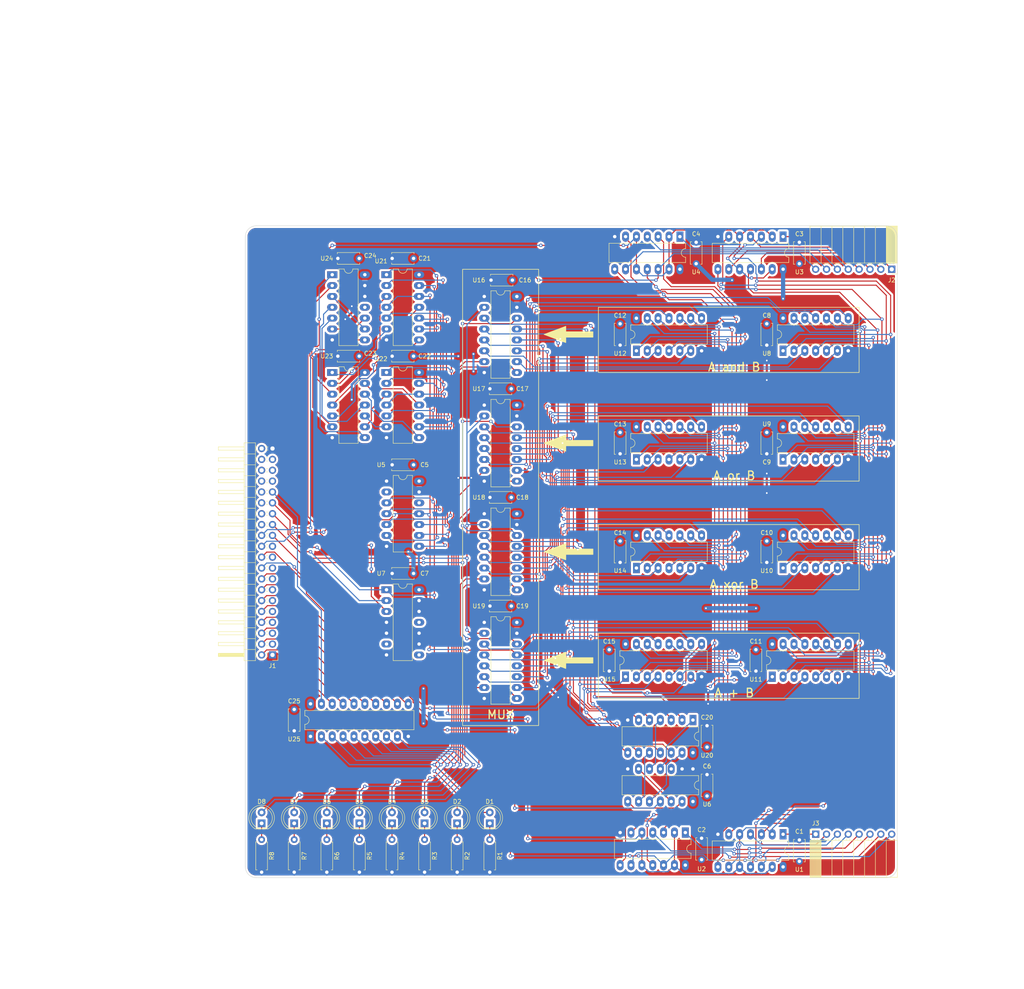
<source format=kicad_pcb>
(kicad_pcb (version 20211014) (generator pcbnew)
  (layers (0 "F.Cu" signal) (31 "B.Cu" signal) (34 "B.Paste" user) (35 "F.Paste" user) (36 "B.SilkS" user "B.Silkscreen") (37 "F.SilkS" user "F.Silkscreen") (38 "B.Mask" user) (39 "F.Mask" user) (44 "Edge.Cuts" user))
  (net 0 "")
  (net 1 "/VCC")
  (net 2 "/GND")
  (net 3 "Net-(D1-Pad1)")
  (net 4 "/RESULT_0")
  (net 5 "Net-(D2-Pad1)")
  (net 6 "/RESULT_1")
  (net 7 "Net-(D3-Pad1)")
  (net 8 "/RESULT_2")
  (net 9 "Net-(D4-Pad1)")
  (net 10 "/RESULT_3")
  (net 11 "Net-(D5-Pad1)")
  (net 12 "/RESULT_4")
  (net 13 "Net-(D6-Pad1)")
  (net 14 "/RESULT_5")
  (net 15 "Net-(D7-Pad1)")
  (net 16 "/RESULT_6")
  (net 17 "Net-(D8-Pad1)")
  (net 18 "/RESULT_7")
  (net 19 "/BUS_0")
  (net 21 "/BUS_1")
  (net 23 "/BUS_2")
  (net 25 "/BUS_3")
  (net 27 "/BUS_4")
  (net 29 "/BUS_5")
  (net 31 "/BUS_6")
  (net 33 "/BUS_7")
  (net 35 "/CF")
  (net 37 "/ZF")
  (net 39 "/NF")
  (net 40 "/ALU0")
  (net 41 "/OF")
  (net 42 "/ALU1")
  (net 44 "/ALU2")
  (net 46 "/ALU3")
  (net 48 "/~{ALUOUT}")
  (net 57 "/A_0_IN")
  (net 58 "/A_1_IN")
  (net 59 "/A_2_IN")
  (net 60 "/A_3_IN")
  (net 61 "/A_4_IN")
  (net 62 "/A_5_IN")
  (net 63 "/A_6_IN")
  (net 64 "/A_7_IN")
  (net 65 "/B_0_IN")
  (net 66 "/B_1_IN")
  (net 67 "/B_2_IN")
  (net 68 "/B_3_IN")
  (net 69 "/B_4_IN")
  (net 70 "/B_5_IN")
  (net 71 "/B_6_IN")
  (net 72 "/B_7_IN")
  (net 73 "/B_2")
  (net 74 "/~{ALU3}")
  (net 75 "/B_0")
  (net 76 "/B_3")
  (net 77 "/B_1")
  (net 78 "/B_6")
  (net 79 "/B_4")
  (net 80 "/B_7")
  (net 81 "/B_5")
  (net 82 "/A_2")
  (net 83 "/EN_A")
  (net 84 "/A_0")
  (net 85 "/A_3")
  (net 86 "/A_1")
  (net 87 "/A_6")
  (net 88 "/A_4")
  (net 89 "/A_7")
  (net 90 "/A_5")
  (net 91 "/~{B_7_IN}")
  (net 92 "/~{SUM_7}")
  (net 95 "/~{A_7_IN}")
  (net 96 "Net-(U6-Pad13)")
  (net 97 "Net-(U20-Pad1)")
  (net 98 "Net-(U20-Pad4)")
  (net 99 "Net-(U20-Pad10)")
  (net 100 "Net-(U20-Pad13)")
  (net 101 "Net-(U6-Pad12)")
  (net 105 "/AND_2")
  (net 106 "/AND_0")
  (net 107 "/AND_3")
  (net 108 "/AND_1")
  (net 109 "/OR_2")
  (net 110 "/OR_0")
  (net 111 "/OR_3")
  (net 112 "/OR_1")
  (net 113 "/XOR_2")
  (net 114 "/XOR_0")
  (net 115 "/XOR_3")
  (net 116 "/XOR_1")
  (net 117 "/SUM_1")
  (net 118 "Net-(U11-Pad9)")
  (net 119 "/SUM_3")
  (net 120 "/SUM_0")
  (net 121 "/SUM_2")
  (net 122 "/AND_6")
  (net 123 "/AND_4")
  (net 124 "/AND_7")
  (net 125 "/AND_5")
  (net 126 "/OR_6")
  (net 127 "/OR_4")
  (net 128 "/OR_7")
  (net 129 "/OR_5")
  (net 130 "/XOR_6")
  (net 131 "/XOR_4")
  (net 132 "/XOR_7")
  (net 133 "/XOR_5")
  (net 134 "/SUM_5")
  (net 135 "/SUM_4")
  (net 136 "/SUM_6")
  (net 137 "Net-(U21-Pad8)")
  (net 138 "Net-(U21-Pad3)")
  (net 139 "Net-(U21-Pad11)")
  (net 140 "Net-(U21-Pad6)")
  (net 141 "Net-(U22-Pad8)")
  (net 142 "Net-(U22-Pad3)")
  (net 143 "Net-(U22-Pad11)")
  (net 144 "Net-(U22-Pad6)")
  (net 145 "Net-(U23-Pad8)")
  (net 146 "Net-(U23-Pad3)")
  (net 147 "Net-(U23-Pad11)")
  (net 148 "Net-(U23-Pad6)")
  (net 149 "Net-(U24-Pad3)")
  (net 150 "Net-(U24-Pad10)")
  (footprint "Package_DIP:DIP-14_W7.62mm_LongPads" (layer "F.Cu") (at 130.053 140.955 -90)
    (fp_text reference "U20")
    (fp_text value "74HC02")
  )
  (footprint "Package_DIP:DIP-14_W7.62mm_LongPads" (layer "F.Cu") (at 151.13 105.41 90)
    (fp_text reference "U10")
    (fp_text value "74HC86")
  )
  (footprint "Package_DIP:DIP-14_W7.62mm_LongPads" (layer "F.Cu") (at 58.405 59.685)
    (fp_text reference "U22")
    (fp_text value "74LS08")
  )
  (footprint "LED_THT:LED_D5.0mm" (layer "F.Cu") (at 36.83 165.1 90)
    (fp_text reference "D7")
    (fp_text value "LED")
  )
  (footprint "Package_DIP:DIP-16_W7.62mm_LongPads" (layer "F.Cu") (at 114.3 130.81 90)
    (fp_text reference "U15")
    (fp_text value "74LS283")
  )
  (footprint "LED_THT:LED_D5.0mm" (layer "F.Cu") (at 82.55 165.1 90)
    (fp_text reference "D1")
    (fp_text value "LED")
  )
  (footprint "Capacitor_THT:C_Disc_D5.0mm_W2.5mm_P5.00mm" (layer "F.Cu") (at 154.94 34.25 90)
    (fp_text reference "C3")
    (fp_text value "100n")
  )
  (footprint "Package_DIP:DIP-14_W7.62mm_LongPads" (layer "F.Cu") (at 151.135 167.665 -90)
    (fp_text reference "U1")
    (fp_text value "74HC86")
  )
  (footprint "Capacitor_THT:C_Disc_D5.0mm_W2.5mm_P5.00mm" (layer "F.Cu") (at 113.03 99.1 -90)
    (fp_text reference "C14")
    (fp_text value "100n")
  )
  (footprint "Resistor_THT:R_Axial_DIN0207_L6.3mm_D2.5mm_P7.62mm_Horizontal" (layer "F.Cu") (at 74.93 168.91 -90)
    (fp_text reference "R2")
    (fp_text value "1k")
  )
  (footprint "LED_THT:LED_D5.0mm" (layer "F.Cu") (at 59.69 165.1 90)
    (fp_text reference "D4")
    (fp_text value "LED")
  )
  (footprint "Resistor_THT:R_Axial_DIN0207_L6.3mm_D2.5mm_P7.62mm_Horizontal" (layer "F.Cu") (at 59.69 168.91 -90)
    (fp_text reference "R4")
    (fp_text value "1k")
  )
  (footprint "Package_DIP:DIP-20_W7.62mm_LongPads" (layer "F.Cu") (at 40.64 144.78 90)
    (fp_text reference "U25")
    (fp_text value "74HC245")
  )
  (footprint "Capacitor_THT:C_Disc_D5.0mm_W2.5mm_P5.00mm" (layer "F.Cu") (at 154.94 173.99 90)
    (fp_text reference "C1")
    (fp_text value "100n")
  )
  (footprint "Package_DIP:DIP-14_W7.62mm_LongPads" (layer "F.Cu") (at 45.72 36.83)
    (fp_text reference "U24")
    (fp_text value "74LS32")
  )
  (footprint "Capacitor_THT:C_Disc_D5.0mm_W2.5mm_P5.00mm" (layer "F.Cu") (at 87.59 88.9 180)
    (fp_text reference "C18")
    (fp_text value "100n")
  )
  (footprint "Capacitor_THT:C_Disc_D5.0mm_W2.5mm_P5.00mm" (layer "F.Cu") (at 147.32 73.7 -90)
    (fp_text reference "C9")
    (fp_text value "100n")
  )
  (footprint "Capacitor_THT:C_Disc_D5.0mm_W2.5mm_P5.00mm" (layer "F.Cu") (at 87.59 114.3 180)
    (fp_text reference "C19")
    (fp_text value "100n")
  )
  (footprint "Package_DIP:DIP-14_W7.62mm_LongPads" (layer "F.Cu") (at 151.13 54.61 90)
    (fp_text reference "U8")
    (fp_text value "74LS08")
  )
  (footprint "Capacitor_THT:C_Disc_D5.0mm_W2.5mm_P5.00mm" (layer "F.Cu") (at 132.08 173.588 90)
    (fp_text reference "C2")
    (fp_text value "100n")
  )
  (footprint "Package_DIP:DIP-14_W7.62mm_LongPads" (layer "F.Cu") (at 116.835 80.025 90)
    (fp_text reference "U13")
    (fp_text value "74LS32")
  )
  (footprint "Capacitor_THT:C_Disc_D5.0mm_W2.5mm_P5.00mm" (layer "F.Cu") (at 130.81 34.25 90)
    (fp_text reference "C4")
    (fp_text value "100n")
  )
  (footprint "Capacitor_THT:C_Disc_D5.0mm_W2.5mm_P5.00mm" (layer "F.Cu") (at 113.03 48.3 -90)
    (fp_text reference "C12")
    (fp_text value "100n")
  )
  (footprint "Package_DIP:DIP-14_W7.62mm_LongPads" (layer "F.Cu") (at 130.053 152.385 -90)
    (fp_text reference "U6")
    (fp_text value "74LS08")
  )
  (footprint "Package_DIP:DIP-16_W7.62mm_LongPads" (layer "F.Cu") (at 81.265 67.325)
    (fp_text reference "U17")
    (fp_text value "74LS153")
  )
  (footprint "Capacitor_THT:C_Disc_D5.0mm_W2.5mm_P5.00mm" (layer "F.Cu") (at 64.73 55.88 180)
    (fp_text reference "C22")
    (fp_text value "100n")
  )
  (footprint "Capacitor_THT:C_Disc_D5.0mm_W2.5mm_P5.00mm" (layer "F.Cu") (at 64.73 106.68 180)
    (fp_text reference "C7")
    (fp_text value "100n")
  )
  (footprint "Capacitor_THT:C_Disc_D5.0mm_W2.5mm_P5.00mm" (layer "F.Cu") (at 87.844 38.1 180)
    (fp_text reference "C16")
    (fp_text value "100n")
  )
  (footprint "Package_DIP:DIP-14_W7.62mm_LongPads" (layer "F.Cu") (at 127.005 27.925 -90)
    (fp_text reference "U4")
    (fp_text value "74LS08")
  )
  (footprint "LED_THT:LED_D5.0mm" (layer "F.Cu") (at 29.21 165.1 90)
    (fp_text reference "D8")
    (fp_text value "LED")
  )
  (footprint "Package_DIP:DIP-16_W7.62mm_LongPads" (layer "F.Cu") (at 81.265 92.725)
    (fp_text reference "U18")
    (fp_text value "74LS153")
  )
  (footprint "Package_DIP:DIP-14_W7.62mm_LongPads" (layer "F.Cu") (at 58.405 36.825)
    (fp_text reference "U21")
    (fp_text value "74LS08")
  )
  (footprint "Capacitor_THT:C_Disc_D5.0mm_W2.5mm_P5.00mm" (layer "F.Cu") (at 147.32 48.3 -90)
    (fp_text reference "C8")
    (fp_text value "100n")
  )
  (footprint "Package_DIP:DIP-16_W7.62mm_LongPads" (layer "F.Cu") (at 81.265 41.925)
    (fp_text reference "U16")
    (fp_text value "74LS153")
  )
  (footprint "Connector_PinHeader_2.54mm:PinHeader_2x20_P2.54mm_Horizontal" (layer "F.Cu") (at 31.75 125.73 180)
    (fp_text reference "J1")
    (fp_text value "Conn_02x20_Odd_Even")
  )
  (footprint "Capacitor_THT:C_Disc_D5.0mm_W2.5mm_P5.00mm" (layer "F.Cu") (at 36.83 138.47 -90)
    (fp_text reference "C25")
    (fp_text value "100n")
  )
  (footprint "Capacitor_THT:C_Disc_D5.0mm_W2.5mm_P5.00mm" (layer "F.Cu") (at 110.49 124.5 -90)
    (fp_text reference "C15")
    (fp_text value "100n")
  )
  (footprint "Resistor_THT:R_Axial_DIN0207_L6.3mm_D2.5mm_P7.62mm_Horizontal" (layer "F.Cu") (at 36.83 168.91 -90)
    (fp_text reference "R7")
    (fp_text value "1k")
  )
  (footprint "LED_THT:LED_D5.0mm" (layer "F.Cu") (at 44.45 165.1 90)
    (fp_text reference "D6")
    (fp_text value "LED")
  )
  (footprint "Capacitor_THT:C_Disc_D5.0mm_W2.5mm_P5.00mm" (layer "F.Cu") (at 64.73 33.02 180)
    (fp_text reference "C21")
    (fp_text value "100n")
  )
  (footprint "Capacitor_THT:C_Disc_D5.0mm_W2.5mm_P5.00mm" (layer "F.Cu") (at 147.32 99.1 -90)
    (fp_text reference "C10")
    (fp_text value "100n")
  )
  (footprint "Capacitor_THT:C_Disc_D5.0mm_W2.5mm_P5.00mm" (layer "F.Cu") (at 133.35 147.28 90)
    (fp_text reference "C20")
    (fp_text value "100n")
  )
  (footprint "Capacitor_THT:C_Disc_D5.0mm_W2.5mm_P5.00mm" (layer "F.Cu") (at 87.575 63.5 180)
    (fp_text reference "C17")
    (fp_text value "100n")
  )
  (footprint "Resistor_THT:R_Axial_DIN0207_L6.3mm_D2.5mm_P7.62mm_Horizontal" (layer "F.Cu") (at 82.55 168.91 -90)
    (fp_text reference "R1")
    (fp_text value "1k")
  )
  (footprint "Resistor_THT:R_Axial_DIN0207_L6.3mm_D2.5mm_P7.62mm_Horizontal" (layer "F.Cu") (at 29.21 168.91 -90)
    (fp_text reference "R8")
    (fp_text value "1k")
  )
  (footprint "Package_DIP:DIP-16_W7.62mm_LongPads" (layer "F.Cu") (at 81.265 118.125)
    (fp_text reference "U19")
    (fp_text value "74LS153")
  )
  (footprint "Package_DIP:DIP-14_W7.62mm_LongPads" (layer "F.Cu") (at 151.125 80.025 90)
    (fp_text reference "U9")
    (fp_text value "74LS32")
  )
  (footprint "Package_DIP:DIP-14_W7.62mm_LongPads" (layer "F.Cu") (at 58.42 85.09)
    (fp_text reference "U5")
    (fp_text value "74HC04")
  )
  (footprint "Resistor_THT:R_Axial_DIN0207_L6.3mm_D2.5mm_P7.62mm_Horizontal" (layer "F.Cu") (at 52.07 168.91 -90)
    (fp_text reference "R5")
    (fp_text value "1k")
  )
  (footprint "Connector_PinSocket_2.54mm:PinSocket_1x08_P2.54mm_Horizontal" (layer "F.Cu") (at 158.75 167.64 90)
    (fp_text reference "J3")
    (fp_text value "Conn_01x08")
  )
  (footprint "LED_THT:LED_D5.0mm" (layer "F.Cu") (at 52.07 165.1 90)
    (fp_text reference "D5")
    (fp_text value "LED")
  )
  (footprint "Package_DIP:DIP-14_W7.62mm_LongPads" (layer "F.Cu") (at 45.72 59.69)
    (fp_text reference "U23")
    (fp_text value "74LS08")
  )
  (footprint "Connector_PinSocket_2.54mm:PinSocket_1x08_P2.54mm_Horizontal" (layer "F.Cu") (at 176.53 35.56 -90)
    (fp_text reference "J2")
    (fp_text value "Conn_01x08")
  )
  (footprint "Package_DIP:DIP-14_W7.62mm_LongPads" (layer "F.Cu") (at 58.405 110.485)
    (fp_text reference "U7")
    (fp_text value "74HC86")
  )
  (footprint "Capacitor_THT:C_Disc_D5.0mm_W2.5mm_P5.00mm" (layer "F.Cu") (at 64.73 81.28 180)
    (fp_text reference "C5")
    (fp_text value "100n")
  )
  (footprint "Capacitor_THT:C_Disc_D5.0mm_W2.5mm_P5.00mm" (layer "F.Cu") (at 144.78 124.5 -90)
    (fp_text reference "C11")
    (fp_text value "100n")
  )
  (footprint "Package_DIP:DIP-14_W7.62mm_LongPads" (layer "F.Cu") (at 116.84 105.41 90)
    (fp_text reference "U14")
    (fp_text value "74HC86")
  )
  (footprint "Package_DIP:DIP-14_W7.62mm_LongPads" (layer "F.Cu") (at 116.835 54.625 90)
    (fp_text reference "U12")
    (fp_text value "74LS08")
  )
  (footprint "LED_THT:LED_D5.0mm" (layer "F.Cu") (at 74.93 165.1 90)
    (fp_text reference "D2")
    (fp_text value "LED")
  )
  (footprint "Resistor_THT:R_Axial_DIN0207_L6.3mm_D2.5mm_P7.62mm_Horizontal" (layer "F.Cu") (at 67.31 168.91 -90)
    (fp_text reference "R3")
    (fp_text value "1k")
  )
  (footprint "Package_DIP:DIP-14_W7.62mm_LongPads" (layer "F.Cu") (at 128.275 167.263 -90)
    (fp_text reference "U2")
    (fp_text value "74HC86")
  )
  (footprint "Capacitor_THT:C_Disc_D5.0mm_W2.5mm_P5.00mm" (layer "F.Cu") (at 133.35 158.71 90)
    (fp_text reference "C6")
    (fp_text value "100n")
  )
  (footprint "Package_DIP:DIP-16_W7.62mm_LongPads" (layer "F.Cu") (at 148.605 130.825 90)
    (fp_text reference "U11")
    (fp_text value "74LS283")
  )
  (footprint "LED_THT:LED_D5.0mm" (layer "F.Cu") (at 67.31 165.1 90)
    (fp_text reference "D3")
    (fp_text value "LED")
  )
  (footprint "Capacitor_THT:C_Disc_D5.0mm_W2.5mm_P5.00mm" (layer "F.Cu") (at 113.03 73.7 -90)
    (fp_text reference "C13")
    (fp_text value "100n")
  )
  (footprint "Package_DIP:DIP-14_W7.62mm_LongPads" (layer "F.Cu") (at 151.135 27.925 -90)
    (fp_text reference "U3")
    (fp_text value "74LS08")
  )
  (footprint "Capacitor_THT:C_Disc_D5.0mm_W2.5mm_P5.00mm" (layer "F.Cu") (at 52.03 55.88 180)
    (fp_text reference "C23")
    (fp_text value "100n")
  )
  (footprint "Capacitor_THT:C_Disc_D5.0mm_W2.5mm_P5.00mm" (layer "F.Cu") (at 52.03 33.02 180)
    (fp_text reference "C24")
    (fp_text value "100n")
  )
  (footprint "Resistor_THT:R_Axial_DIN0207_L6.3mm_D2.5mm_P7.62mm_Horizontal" (layer "F.Cu") (at 44.45 168.91 -90)
    (fp_text reference "R6")
    (fp_text value "1k")
  )
  (gr_rect (start 107.95 120.65) (end 168.91 135.89) (layer "F.SilkS") (width 0.15) (fill none))
  (gr_rect (start 107.95 95.25) (end 168.91 110.49) (layer "F.SilkS") (width 0.15) (fill none))
  (gr_poly (pts (xy 100.33 126.365) (xy 106.68 126.365) (xy 106.68 127.635) (xy 100.33 127.635) (xy 100.33 128.905) (xy 95.25 127) (xy 100.33 125.095)) (layer "F.SilkS") (width 0.15) (fill solid))
  (gr_poly (pts (xy 100.33 100.965) (xy 106.68 100.965) (xy 106.68 102.235) (xy 100.33 102.235) (xy 100.33 103.505) (xy 95.25 101.6) (xy 100.33 99.695)) (layer "F.SilkS") (width 0.15) (fill solid))
  (gr_poly (pts (xy 100.33 75.565) (xy 106.68 75.565) (xy 106.68 76.835) (xy 100.33 76.835) (xy 100.33 78.105) (xy 95.25 76.2) (xy 100.33 74.295)) (layer "F.SilkS") (width 0.15) (fill solid))
  (gr_rect (start 107.95 69.85) (end 168.91 85.09) (layer "F.SilkS") (width 0.15) (fill none))
  (gr_poly (pts (xy 100.33 50.165) (xy 106.68 50.165) (xy 106.68 51.435) (xy 100.33 51.435) (xy 100.33 52.705) (xy 95.25 50.8) (xy 100.33 48.895)) (layer "F.SilkS") (width 0.15) (fill solid))
  (gr_rect (start 107.95 44.45) (end 168.91 59.69) (layer "F.SilkS") (width 0.15) (fill none))
  (gr_rect (start 76.2 35.56) (end 93.98 142.24) (layer "F.SilkS") (width 0.15) (fill none))
  (gr_line (start 177.8 27.94) (end 177.8 175.26) (layer "Edge.Cuts") (width 0.1))
  (gr_arc (start 177.8 175.26) (mid 177.056051 177.056051) (end 175.26 177.8) (layer "Edge.Cuts") (width 0.1))
  (gr_line (start 25.4 175.26) (end 25.4 27.94) (layer "Edge.Cuts") (width 0.1))
  (gr_arc (start 175.26 25.4) (mid 177.056051 26.143949) (end 177.8 27.94) (layer "Edge.Cuts") (width 0.1))
  (gr_line (start 27.94 25.4) (end 175.26 25.4) (layer "Edge.Cuts") (width 0.1))
  (gr_line (start 175.26 177.8) (end 27.94 177.8) (layer "Edge.Cuts") (width 0.1))
  (gr_arc (start 25.4 27.94) (mid 26.143949 26.143949) (end 27.94 25.4) (layer "Edge.Cuts") (width 0.1))
  (gr_arc (start 27.94 177.8) (mid 26.143949 177.056051) (end 25.4 175.26) (layer "Edge.Cuts") (width 0.1))
  (gr_text "A and B" (at 139.7 58.42) (layer "F.SilkS") (effects (font (size 2 2) (thickness 0.3))))
  (gr_text "A + B" (at 139.7 134.62) (layer "F.SilkS") (effects (font (size 2 2) (thickness 0.3))))
  (gr_text "MUX" (at 85.09 139.7) (layer "F.SilkS") (effects (font (size 2 2) (thickness 0.3))))
  (gr_text "A xor B" (at 139.7 109.22) (layer "F.SilkS") (effects (font (size 2 2) (thickness 0.3))))
  (gr_text "A or B" (at 139.7 83.82) (layer "F.SilkS") (effects (font (size 2 2) (thickness 0.3))))
  (segment (start 78.74 60.452) (end 78.74 59.436) (width 0.5) (layer "F.Cu") (net 1))
  (via (at 67.056 141.732) (size 0.8) (drill 0.4) (layers "F.Cu" "B.Cu") (net 1))
  (via (at 67.056 133.604) (size 0.8) (drill 0.4) (layers "F.Cu" "B.Cu") (net 1))
  (via (at 78.74 55.372) (size 0.8) (drill 0.4) (layers "F.Cu" "B.Cu") (net 1))
  (via (at 63.5 101.6) (size 0.8) (drill 0.4) (layers "F.Cu" "B.Cu") (net 1))
  (via (at 151.13 42.418) (size 0.8) (drill 0.4) (layers "F.Cu" "B.Cu") (net 1))
  (via (at 133.096 114.808) (size 0.8) (drill 0.4) (layers "F.Cu" "B.Cu") (net 1))
  (via (at 78.74 59.436) (size 0.8) (drill 0.4) (layers "F.Cu" "B.Cu") (net 1))
  (via (at 75.184 55.88) (size 0.8) (drill 0.4) (layers "F.Cu" "B.Cu") (net 1))
  (via (at 139.192 38.1) (size 0.8) (drill 0.4) (layers "F.Cu" "B.Cu") (net 1))
  (via (at 144.78 114.808) (size 0.8) (drill 0.4) (layers "F.Cu" "B.Cu") (net 1))
  (via (at 50.292 66.04) (size 0.8) (drill 0.4) (layers "F.Cu" "B.Cu") (net 1))
  (segment (start 151.13 41.412) (end 151.13 42.418) (width 1) (layer "B.Cu") (net 1))
  (segment (start 64.73 55.88) (end 75.184 55.88) (width 0.5) (layer "B.Cu") (net 1))
  (segment (start 130.81 34.25) (end 134.576499 38.016499) (width 1) (layer "B.Cu") (net 1))
  (segment (start 67.056 141.732) (end 67.056 133.604) (width 1) (layer "B.Cu") (net 1))
  (segment (start 151.135 41.407) (end 151.13 41.412) (width 1) (layer "B.Cu") (net 1))
  (segment (start 53.34 59.69) (end 53.077207 59.69) (width 0.5) (layer "B.Cu") (net 1))
  (segment (start 139.108499 38.016499) (end 139.192 38.1) (width 1) (layer "B.Cu") (net 1))
  (segment (start 50.292 62.475207) (end 50.292 66.04) (width 0.5) (layer "B.Cu") (net 1))
  (segment (start 53.077207 59.69) (end 50.292 62.475207) (width 0.5) (layer "B.Cu") (net 1))
  (segment (start 133.096 114.808) (end 144.78 114.808) (width 1) (layer "B.Cu") (net 1))
  (segment (start 64.73 106.68) (end 64.73 102.83) (width 1) (layer "B.Cu") (net 1))
  (segment (start 134.576499 38.016499) (end 139.108499 38.016499) (width 1) (layer "B.Cu") (net 1))
  (segment (start 151.135 41.407) (end 151.135 35.545) (width 1) (layer "B.Cu") (net 1))
  (segment (start 64.73 102.83) (end 63.5 101.6) (width 1) (layer "B.Cu") (net 1))
  (segment (start 78.74 59.436) (end 78.74 55.372) (width 0.5) (layer "B.Cu") (net 1))
  (segment (start 147.32 56.896) (end 147.32 61.468) (width 0.5) (layer "F.Cu") (net 2))
  (segment (start 96.012 133.096) (end 98.552 135.636) (width 0.5) (layer "F.Cu") (net 2))
  (segment (start 133.604 134.112) (end 133.604 137.16) (width 0.5) (layer "F.Cu") (net 2))
  (segment (start 147.32 83.312) (end 147.32 87.884) (width 0.5) (layer "F.Cu") (net 2))
  (segment (start 50.292 44.196) (end 50.292 45.72) (width 0.5) (layer "F.Cu") (net 2))
  (segment (start 78.232 84.328) (end 75.184 84.328) (width 0.5) (layer "F.Cu") (net 2))
  (segment (start 50.292 45.72) (end 48.768 47.244) (width 0.5) (layer "F.Cu") (net 2))
  (via (at 147.32 56.896) (size 0.8) (drill 0.4) (layers "F.Cu" "B.Cu") (net 2))
  (via (at 98.552 135.636) (size 0.8) (drill 0.4) (layers "F.Cu" "B.Cu") (net 2))
  (via (at 78.232 84.328) (size 0.8) (drill 0.4) (layers "F.Cu" "B.Cu") (net 2))
  (via (at 75.184 84.328) (size 0.8) (drill 0.4) (layers "F.Cu" "B.Cu") (net 2))
  (via (at 147.32 87.884) (size 0.8) (drill 0.4) (layers "F.Cu" "B.Cu") (net 2))
  (via (at 147.32 61.468) (size 0.8) (drill 0.4) (layers "F.Cu" "B.Cu") (net 2))
  (via (at 133.604 137.16) (size 0.8) (drill 0.4) (layers "F.Cu" "B.Cu") (net 2))
  (via (at 48.768 47.244) (size 0.8) (drill 0.4) (layers "F.Cu" "B.Cu") (net 2))
  (via (at 147.32 83.312) (size 0.8) (drill 0.4) (layers "F.Cu" "B.Cu") (net 2))
  (via (at 133.604 134.112) (size 0.8) (drill 0.4) (layers "F.Cu" "B.Cu") (net 2))
  (via (at 96.012 133.096) (size 0.8) (drill 0.4) (layers "F.Cu" "B.Cu") (net 2))
  (via (at 50.292 44.196) (size 0.8) (drill 0.4) (layers "F.Cu" "B.Cu") (net 2))
  (segment (start 133.35 137.414) (end 133.35 142.28) (width 0.5) (layer "B.Cu") (net 2))
  (segment (start 79.009 85.105) (end 78.232 84.328) (width 0.5) (layer "B.Cu") (net 2))
  (segment (start 132.08 130.81) (end 132.08 132.588) (width 0.5) (layer "B.Cu") (net 2))
  (segment (start 81.265 85.105) (end 79.009 85.105) (width 0.5) (layer "B.Cu") (net 2))
  (segment (start 53.34 41.91) (end 52.578 41.91) (width 0.5) (layer "B.Cu") (net 2))
  (segment (start 133.604 137.16) (end 133.35 137.414) (width 0.5) (layer "B.Cu") (net 2))
  (segment (start 147.32 53.3) (end 147.32 56.896) (width 0.5) (layer "B.Cu") (net 2))
  (segment (start 147.32 78.7) (end 147.32 83.312) (width 0.5) (layer "B.Cu") (net 2))
  (segment (start 52.578 41.91) (end 50.292 44.196) (width 0.5) (layer "B.Cu") (net 2))
  (segment (start 132.08 132.588) (end 133.604 134.112) (width 0.5) (layer "B.Cu") (net 2))
  (segment (start 82.55 165.1) (end 82.55 168.91) (width 0.25) (layer "F.Cu") (net 3))
  (segment (start 73.687566 147.292434) (end 69.596 151.384) (width 0.25) (layer "F.Cu") (net 4))
  (segment (start 80.772 162.56) (end 82.55 162.56) (width 0.25) (layer "F.Cu") (net 4))
  (segment (start 74.093001 84.897305) (end 74.093001 93.390732) (width 0.25) (layer "F.Cu") (net 4))
  (segment (start 74.093001 59.877601) (end 74.093001 83.758695) (width 0.25) (layer "F.Cu") (net 4))
  (segment (start 69.596 151.384) (end 80.772 162.56) (width 0.25) (layer "F.Cu") (net 4))
  (segment (start 74.009989 83.841707) (end 74.009989 84.814293) (width 0.25) (layer "F.Cu") (net 4))
  (segment (start 81.265 57.165) (end 76.805602 57.165) (width 0.25) (layer "F.Cu") (net 4))
  (segment (start 74.093001 83.758695) (end 74.009989 83.841707) (width 0.25) (layer "F.Cu") (net 4))
  (segment (start 74.093001 93.390732) (end 73.687566 93.796167) (width 0.25) (layer "F.Cu") (net 4))
  (segment (start 73.687566 93.796167) (end 73.687566 147.292434) (width 0.25) (layer "F.Cu") (net 4))
  (segment (start 74.009989 84.814293) (end 74.093001 84.897305) (width 0.25) (layer "F.Cu") (net 4))
  (segment (start 76.805602 57.165) (end 74.093001 59.877601) (width 0.25) (layer "F.Cu") (net 4))
  (via (at 69.596 151.384) (size 0.8) (drill 0.4) (layers "F.Cu" "B.Cu") (net 4))
  (segment (start 49.784 151.384) (end 43.18 144.78) (width 0.25) (layer "B.Cu") (net 4))
  (segment (start 69.596 151.384) (end 49.784 151.384) (width 0.25) (layer "B.Cu") (net 4))
  (segment (start 74.93 165.1) (end 74.93 168.91) (width 0.25) (layer "F.Cu") (net 5))
  (segment (start 74.459499 84.027901) (end 74.459499 84.628099) (width 0.25) (layer "F.Cu") (net 6))
  (segment (start 74.93 158.242) (end 74.93 162.56) (width 0.25) (layer "F.Cu") (net 6))
  (segment (start 88.885 59.705) (end 87.6 58.42) (width 0.25) (layer "F.Cu") (net 6))
  (segment (start 74.542511 83.944889) (end 74.459499 84.027901) (width 0.25) (layer "F.Cu") (net 6))
  (segment (start 74.542511 93.576926) (end 74.168 93.951437) (width 0.25) (layer "F.Cu") (net 6))
  (segment (start 76.2 58.42) (end 74.542511 60.077489) (width 0.25) (layer "F.Cu") (net 6))
  (segment (start 74.168 148.336) (end 71.12 151.384) (width 0.25) (layer "F.Cu") (net 6))
  (segment (start 87.6 58.42) (end 76.2 58.42) (width 0.25) (layer "F.Cu") (net 6))
  (segment (start 74.542511 60.077489) (end 74.542511 83.944889) (width 0.25) (layer "F.Cu") (net 6))
  (segment (start 74.542511 84.711111) (end 74.542511 93.576926) (width 0.25) (layer "F.Cu") (net 6))
  (segment (start 69.596 152.908) (end 74.93 158.242) (width 0.25) (layer "F.Cu") (net 6))
  (segment (start 74.459499 84.628099) (end 74.542511 84.711111) (width 0.25) (layer "F.Cu") (net 6))
  (segment (start 74.168 93.951437) (end 74.168 148.336) (width 0.25) (layer "F.Cu") (net 6))
  (via (at 69.596 152.908) (size 0.8) (drill 0.4) (layers "F.Cu" "B.Cu") (net 6))
  (via (at 71.12 151.384) (size 0.8) (drill 0.4) (layers "F.Cu" "B.Cu") (net 6))
  (segment (start 51.308 150.368) (end 45.72 144.78) (width 0.25) (layer "B.Cu") (net 6))
  (segment (start 70.104 150.368) (end 51.308 150.368) (width 0.25) (layer "B.Cu") (net 6))
  (segment (start 71.12 151.384) (end 70.104 150.368) (width 0.25) (layer "B.Cu") (net 6))
  (segment (start 71.12 151.384) (end 69.596 152.908) (width 0.25) (layer "B.Cu") (net 6))
  (segment (start 67.31 165.1) (end 67.31 168.91) (width 0.25) (layer "F.Cu") (net 7))
  (segment (start 74.676 149.352) (end 72.644 151.384) (width 0.25) (layer "F.Cu") (net 8))
  (segment (start 81.265 82.565) (end 74.992021 88.837979) (width 0.25) (layer "F.Cu") (net 8))
  (segment (start 74.992021 93.76312) (end 74.676 94.079141) (width 0.25) (layer "F.Cu") (net 8))
  (segment (start 67.31 155.702) (end 67.31 162.56) (width 0.25) (layer "F.Cu") (net 8))
  (segment (start 68.58 154.432) (end 67.31 155.702) (width 0.25) (layer "F.Cu") (net 8))
  (segment (start 74.992021 88.837979) (end 74.992021 93.76312) (width 0.25) (layer "F.Cu") (net 8))
  (segment (start 74.676 94.079141) (end 74.676 149.352) (width 0.25) (layer "F.Cu") (net 8))
  (via (at 68.58 154.432) (size 0.8) (drill 0.4) (layers "F.Cu" "B.Cu") (net 8))
  (via (at 72.644 151.384) (size 0.8) (drill 0.4) (layers "F.Cu" "B.Cu") (net 8))
  (segment (start 69.596 154.432) (end 68.58 154.432) (width 0.25) (layer "B.Cu") (net 8))
  (segment (start 72.644 151.384) (end 69.596 154.432) (width 0.25) (layer "B.Cu") (net 8))
  (segment (start 71.12 149.86) (end 53.34 149.86) (width 0.25) (layer "B.Cu") (net 8))
  (segment (start 53.34 149.86) (end 48.26 144.78) (width 0.25) (layer "B.Cu") (net 8))
  (segment (start 72.644 151.384) (end 71.12 149.86) (width 0.25) (layer "B.Cu") (net 8))
  (segment (start 59.69 165.1) (end 59.69 168.91) (width 0.25) (layer "F.Cu") (net 9))
  (segment (start 75.184 150.368) (end 74.168 151.384) (width 0.25) (layer "F.Cu") (net 10))
  (segment (start 88.885 85.105) (end 84.285845 85.105) (width 0.25) (layer "F.Cu") (net 10))
  (segment (start 84.285845 85.105) (end 75.184 94.206845) (width 0.25) (layer "F.Cu") (net 10))
  (segment (start 75.184 94.206845) (end 75.184 150.368) (width 0.25) (layer "F.Cu") (net 10))
  (segment (start 59.69 156.718) (end 59.69 162.56) (width 0.25) (layer "F.Cu") (net 10))
  (segment (start 60.96 155.448) (end 59.69 156.718) (width 0.25) (layer "F.Cu") (net 10))
  (via (at 74.168 151.384) (size 0.8) (drill 0.4) (layers "F.Cu" "B.Cu") (net 10))
  (via (at 60.96 155.448) (size 0.8) (drill 0.4) (layers "F.Cu" "B.Cu") (net 10))
  (segment (start 70.104 155.448) (end 60.96 155.448) (width 0.25) (layer "B.Cu") (net 10))
  (segment (start 74.168 151.384) (end 70.104 155.448) (width 0.25) (layer "B.Cu") (net 10))
  (segment (start 74.168 151.384) (end 72.136 149.352) (width 0.25) (layer "B.Cu") (net 10))
  (segment (start 72.136 149.352) (end 55.372 149.352) (width 0.25) (layer "B.Cu") (net 10))
  (segment (start 55.372 149.352) (end 50.8 144.78) (width 0.25) (layer "B.Cu") (net 10))
  (segment (start 52.07 165.1) (end 52.07 168.91) (width 0.25) (layer "F.Cu") (net 11))
  (segment (start 81.265 107.965) (end 76.947 107.965) (width 0.25) (layer "F.Cu") (net 12))
  (segment (start 75.692 109.22) (end 75.692 147.32) (width 0.25) (layer "F.Cu") (net 12))
  (segment (start 75.692 147.32) (end 75.692 151.384) (width 0.25) (layer "F.Cu") (net 12))
  (segment (start 76.947 107.965) (end 75.692 109.22) (width 0.25) (layer "F.Cu") (net 12))
  (segment (start 53.34 156.464) (end 52.07 157.734) (width 0.25) (layer "F.Cu") (net 12))
  (segment (start 52.07 157.734) (end 52.07 162.56) (width 0.25) (layer "F.Cu") (net 12))
  (via (at 53.34 156.464) (size 0.8) (drill 0.4) (layers "F.Cu" "B.Cu") (net 12))
  (via (at 75.692 151.384) (size 0.8) (drill 0.4) (layers "F.Cu" "B.Cu") (net 12))
  (segment (start 70.612 156.464) (end 53.34 156.464) (width 0.25) (layer "B.Cu") (net 12))
  (segment (start 57.404 148.844) (end 53.34 144.78) (width 0.25) (layer "B.Cu") (net 12))
  (segment (start 73.152 148.844) (end 57.404 148.844) (width 0.25) (layer "B.Cu") (net 12))
  (segment (start 75.692 151.384) (end 70.612 156.464) (width 0.25) (layer "B.Cu") (net 12))
  (segment (start 75.692 151.384) (end 73.152 148.844) (width 0.25) (layer "B.Cu") (net 12))
  (segment (start 44.45 165.1) (end 44.45 168.91) (width 0.25) (layer "F.Cu") (net 13))
  (segment (start 77.05552 109.38048) (end 76.2 110.236) (width 0.25) (layer "F.Cu") (net 14))
  (segment (start 76.2 147.32) (end 76.2 150.368) (width 0.25) (layer "F.Cu") (net 14))
  (segment (start 87.76048 109.38048) (end 77.05552 109.38048) (width 0.25) (layer "F.Cu") (net 14))
  (segment (start 88.885 110.505) (end 87.76048 109.38048) (width 0.25) (layer "F.Cu") (net 14))
  (segment (start 45.72 157.48) (end 44.45 158.75) (width 0.25) (layer "F.Cu") (net 14))
  (segment (start 44.45 158.75) (end 44.45 162.56) (width 0.25) (layer "F.Cu") (net 14))
  (segment (start 76.2 110.236) (end 76.2 147.32) (width 0.25) (layer "F.Cu") (net 14))
  (segment (start 76.2 150.368) (end 77.216 151.384) (width 0.25) (layer "F.Cu") (net 14))
  (via (at 77.216 151.384) (size 0.8) (drill 0.4) (layers "F.Cu" "B.Cu") (net 14))
  (via (at 45.72 157.48) (size 0.8) (drill 0.4) (layers "F.Cu" "B.Cu") (net 14))
  (segment (start 71.12 157.48) (end 45.72 157.48) (width 0.25) (layer "B.Cu") (net 14))
  (segment (start 77.216 151.384) (end 74.168 148.336) (width 0.25) (layer "B.Cu") (net 14))
  (segment (start 77.216 151.384) (end 71.12 157.48) (width 0.25) (layer "B.Cu") (net 14))
  (segment (start 74.168 148.336) (end 59.436 148.336) (width 0.25) (layer "B.Cu") (net 14))
  (segment (start 59.436 148.336) (end 55.88 144.78) (width 0.25) (layer "B.Cu") (net 14))
  (segment (start 36.83 165.1) (end 36.83 168.91) (width 0.25) (layer "F.Cu") (net 15))
  (segment (start 78.471 133.365) (end 76.708 135.128) (width 0.25) (layer "F.Cu") (net 16))
  (segment (start 81.265 133.365) (end 78.471 133.365) (width 0.25) (layer "F.Cu") (net 16))
  (segment (start 76.708 149.352) (end 78.74 151.384) (width 0.25) (layer "F.Cu") (net 16))
  (segment (start 36.83 159.766) (end 36.83 162.56) (width 0.25) (layer "F.Cu") (net 16))
  (segment (start 38.1 158.496) (end 36.83 159.766) (width 0.25) (layer "F.Cu") (net 16))
  (segment (start 76.708 135.128) (end 76.708 147.32) (width 0.25) (layer "F.Cu") (net 16))
  (segment (start 76.708 147.32) (end 76.708 149.352) (width 0.25) (layer "F.Cu") (net 16))
  (via (at 38.1 158.496) (size 0.8) (drill 0.4) (layers "F.Cu" "B.Cu") (net 16))
  (via (at 78.74 151.384) (size 0.8) (drill 0.4) (layers "F.Cu" "B.Cu") (net 16))
  (segment (start 71.628 158.496) (end 38.1 158.496) (width 0.25) (layer "B.Cu") (net 16))
  (segment (start 75.184 147.828) (end 61.468 147.828) (width 0.25) (layer "B.Cu") (net 16))
  (segment (start 61.468 147.828) (end 58.42 144.78) (width 0.25) (layer "B.Cu") (net 16))
  (segment (start 78.74 151.384) (end 71.628 158.496) (width 0.25) (layer "B.Cu") (net 16))
  (segment (start 78.74 151.384) (end 75.184 147.828) (width 0.25) (layer "B.Cu") (net 16))
  (segment (start 29.21 165.1) (end 29.21 168.91) (width 0.25) (layer "F.Cu") (net 17))
  (segment (start 78.57952 134.78048) (end 77.216 136.144) (width 0.25) (layer "F.Cu") (net 18))
  (segment (start 87.76048 134.78048) (end 78.57952 134.78048) (width 0.25) (layer "F.Cu") (net 18))
  (segment (start 80.0057 150.1097) (end 80.0057 151.6423) (width 0.25) (layer "F.Cu") (net 18))
  (segment (start 88.885 135.905) (end 87.76048 134.78048) (width 0.25) (layer "F.Cu") (net 18))
  (segment (start 77.216 147.32) (end 80.0057 150.1097) (width 0.25) (layer "F.Cu") (net 18))
  (segment (start 77.216 136.144) (end 77.216 147.32) (width 0.25) (layer "F.Cu") (net 18))
  (via (at 80.0057 151.6423) (size 0.8) (drill 0.4) (layers "F.Cu" "B.Cu") (net 18))
  (segment (start 32.258 159.512) (end 72.136 159.512) (width 0.25) (layer "B.Cu") (net 18))
  (segment (start 80.0057 151.253404) (end 80.0057 151.6423) (width 0.25) (layer "B.Cu") (net 18))
  (segment (start 29.21 162.56) (end 32.258 159.512) (width 0.25) (layer "B.Cu") (net 18))
  (segment (start 72.136 159.512) (end 80.0057 151.6423) (width 0.25) (layer "B.Cu") (net 18))
  (segment (start 63.5 147.32) (end 76.072296 147.32) (width 0.25) (layer "B.Cu") (net 18))
  (segment (start 76.072296 147.32) (end 80.0057 151.253404) (width 0.25) (layer "B.Cu") (net 18))
  (segment (start 60.96 144.78) (end 63.5 147.32) (width 0.25) (layer "B.Cu") (net 18))
  (segment (start 30.384511 124.555489) (end 29.21 125.73) (width 0.25) (layer "F.Cu") (net 19))
  (segment (start 33.115489 124.555489) (end 30.384511 124.555489) (width 0.25) (layer "F.Cu") (net 19))
  (segment (start 45.72 137.16) (end 33.115489 124.555489) (width 0.25) (layer "F.Cu") (net 19))
  (segment (start 30.384511 122.015489) (end 29.21 123.19) (width 0.25) (layer "F.Cu") (net 21))
  (segment (start 33.115489 122.015489) (end 30.384511 122.015489) (width 0.25) (layer "F.Cu") (net 21))
  (segment (start 48.26 137.16) (end 33.115489 122.015489) (width 0.25) (layer "F.Cu") (net 21))
  (segment (start 50.8 137.16) (end 33.115489 119.475489) (width 0.25) (layer "F.Cu") (net 23))
  (segment (start 33.115489 119.475489) (end 30.384511 119.475489) (width 0.25) (layer "F.Cu") (net 23))
  (segment (start 30.384511 119.475489) (end 29.21 120.65) (width 0.25) (layer "F.Cu") (net 23))
  (segment (start 53.34 137.16) (end 33.115489 116.935489) (width 0.25) (layer "F.Cu") (net 25))
  (segment (start 30.384511 116.935489) (end 29.21 118.11) (width 0.25) (layer "F.Cu") (net 25))
  (segment (start 33.115489 116.935489) (end 30.384511 116.935489) (width 0.25) (layer "F.Cu") (net 25))
  (segment (start 30.575489 114.204511) (end 29.21 115.57) (width 0.25) (layer "F.Cu") (net 27))
  (segment (start 32.924511 114.204511) (end 30.575489 114.204511) (width 0.25) (layer "F.Cu") (net 27))
  (segment (start 55.88 137.16) (end 32.924511 114.204511) (width 0.25) (layer "F.Cu") (net 27))
  (segment (start 30.384511 111.855489) (end 29.21 113.03) (width 0.25) (layer "F.Cu") (net 29))
  (segment (start 58.42 137.16) (end 33.115489 111.855489) (width 0.25) (layer "F.Cu") (net 29))
  (segment (start 33.115489 111.855489) (end 30.384511 111.855489) (width 0.25) (layer "F.Cu") (net 29))
  (segment (start 60.96 137.16) (end 33.115489 109.315489) (width 0.25) (layer "F.Cu") (net 31))
  (segment (start 30.384511 109.315489) (end 29.21 110.49) (width 0.25) (layer "F.Cu") (net 31))
  (segment (start 33.115489 109.315489) (end 30.384511 109.315489) (width 0.25) (layer "F.Cu") (net 31))
  (segment (start 30.384511 106.775489) (end 29.21 107.95) (width 0.25) (layer "F.Cu") (net 33))
  (segment (start 63.5 137.16) (end 63.1 137.16) (width 0.25) (layer "F.Cu") (net 33))
  (segment (start 32.715489 106.775489) (end 30.384511 106.775489) (width 0.25) (layer "F.Cu") (net 33))
  (segment (start 63.1 137.16) (end 32.715489 106.775489) (width 0.25) (layer "F.Cu") (net 33))
  (segment (start 128.41548 131.384831) (end 128.41548 131.767809) (width 0.25) (layer "F.Cu") (net 35))
  (segment (start 67.564 138.176) (end 68.58 138.176) (width 0.25) (layer "F.Cu") (net 35))
  (segment (start 40.64 111.252) (end 67.564 138.176) (width 0.25) (layer "F.Cu") (net 35))
  (segment (start 128.41548 131.767809) (end 128.063023 132.120266) (width 0.25) (layer "F.Cu") (net 35))
  (segment (start 132.08 123.19) (end 128.41548 126.85452) (width 0.25) (layer "F.Cu") (net 35))
  (segment (start 111.252 134.62) (end 108.712 132.08) (width 0.25) (layer "F.Cu") (net 35))
  (segment (start 36.8675 105.156) (end 36.8675 105.4475) (width 0.25) (layer "F.Cu") (net 35))
  (segment (start 128.41548 126.85452) (end 128.41548 131.384831) (width 0.25) (layer "F.Cu") (net 35))
  (segment (start 119.38 134.62) (end 111.252 134.62) (width 0.25) (layer "F.Cu") (net 35))
  (segment (start 36.8675 105.4475) (end 40.64 109.22) (width 0.25) (layer "F.Cu") (net 35))
  (segment (start 40.64 109.22) (end 40.64 111.252) (width 0.25) (layer "F.Cu") (net 35))
  (segment (start 108.712 132.08) (end 108.712 131.572) (width 0.25) (layer "F.Cu") (net 35))
  (via (at 108.712 131.572) (size 0.8) (drill 0.4) (layers "F.Cu" "B.Cu") (net 35))
  (via (at 36.8675 105.156) (size 0.8) (drill 0.4) (layers "F.Cu" "B.Cu") (net 35))
  (via (at 128.063023 132.120266) (size 0.8) (drill 0.4) (layers "F.Cu" "B.Cu") (net 35))
  (via (at 119.38 134.62) (size 0.8) (drill 0.4) (layers "F.Cu" "B.Cu") (net 35))
  (via (at 68.58 138.176) (size 0.8) (drill 0.4) (layers "F.Cu" "B.Cu") (net 35))
  (segment (start 30.384511 104.235489) (end 35.946989 104.235489) (width 0.25) (layer "B.Cu") (net 35))
  (segment (start 68.58 138.176) (end 93.4806 138.176) (width 0.25) (layer "B.Cu") (net 35))
  (segment (start 93.4806 138.176) (end 93.9843 137.6723) (width 0.25) (layer "B.Cu") (net 35))
  (segment (start 93.9843 137.6723) (end 100.0846 131.572) (width 0.25) (layer "B.Cu") (net 35))
  (segment (start 125.563289 134.62) (end 119.38 134.62) (width 0.25) (layer "B.Cu") (net 35))
  (segment (start 29.21 105.41) (end 30.384511 104.235489) (width 0.25) (layer "B.Cu") (net 35))
  (segment (start 100.0846 131.572) (end 108.712 131.572) (width 0.25) (layer "B.Cu") (net 35))
  (segment (start 128.063023 132.120266) (end 125.563289 134.62) (width 0.25) (layer "B.Cu") (net 35))
  (segment (start 35.946989 104.235489) (end 36.8675 105.156) (width 0.25) (layer "B.Cu") (net 35))
  (segment (start 71.07649 143.256) (end 64.62452 136.80403) (width 0.25) (layer "F.Cu") (net 37))
  (segment (start 88.392 161.544) (end 88.392 143.256) (width 0.25) (layer "F.Cu") (net 37))
  (segment (start 72.644 143.256) (end 71.07649 143.256) (width 0.25) (layer "F.Cu") (net 37))
  (segment (start 64.62452 136.80403) (end 64.62452 136.294209) (width 0.25) (layer "F.Cu") (net 37))
  (segment (start 64.62452 136.294209) (end 39.682489 111.352178) (width 0.25) (layer "F.Cu") (net 37))
  (segment (start 30.384511 101.695489) (end 29.21 102.87) (width 0.25) (layer "F.Cu") (net 37))
  (segment (start 39.682489 109.141479) (end 32.236499 101.695489) (width 0.25) (layer "F.Cu") (net 37))
  (segment (start 32.236499 101.695489) (end 30.384511 101.695489) (width 0.25) (layer "F.Cu") (net 37))
  (segment (start 39.682489 111.352178) (end 39.682489 109.141479) (width 0.25) (layer "F.Cu") (net 37))
  (via (at 88.392 143.256) (size 0.8) (drill 0.4) (layers "F.Cu" "B.Cu") (net 37))
  (via (at 88.392 161.544) (size 0.8) (drill 0.4) (layers "F.Cu" "B.Cu") (net 37))
  (via (at 72.644 143.256) (size 0.8) (drill 0.4) (layers "F.Cu" "B.Cu") (net 37))
  (segment (start 120.894 161.544) (end 88.392 161.544) (width 0.25) (layer "B.Cu") (net 37))
  (segment (start 122.433 160.005) (end 120.894 161.544) (width 0.25) (layer "B.Cu") (net 37))
  (segment (start 88.392 143.256) (end 72.644 143.256) (width 0.25) (layer "B.Cu") (net 37))
  (segment (start 68.58 41.656) (end 68.58 92.741421) (width 0.25) (layer "F.Cu") (net 39))
  (segment (start 60.18508 93.018479) (end 59.078079 94.12548) (width 0.25) (layer "F.Cu") (net 39))
  (segment (start 101.098079 125.482079) (end 101.3085 125.482079) (width 0.25) (layer "F.Cu") (net 39))
  (segment (start 68.3635 124.46) (end 68.58 124.2435) (width 0.25) (layer "F.Cu") (net 39))
  (segment (start 101.092 120.6125) (end 101.092 125.476) (width 0.25) (layer "F.Cu") (net 39))
  (segment (start 77.37648 124.62048) (end 77.216 124.46) (width 0.25) (layer "F.Cu") (net 39))
  (segment (start 122.998969 146.600969) (end 124.973 148.575) (width 0.25) (layer "F.Cu") (net 39))
  (segment (start 68.58 92.964) (end 68.573921 92.957921) (width 0.25) (layer "F.Cu") (net 39))
  (segment (start 101.3085 120.396) (end 101.092 120.6125) (width 0.25) (layer "F.Cu") (net 39))
  (segment (start 87.76048 124.62048) (end 77.37648 124.62048) (width 0.25) (layer "F.Cu") (net 39))
  (segment (start 112.268 141.732) (end 117.136969 146.600969) (width 0.25) (layer "F.Cu") (net 39))
  (segment (start 59.078079 94.12548) (end 46.59052 94.12548) (width 0.25) (layer "F.Cu") (net 39))
  (segment (start 68.573921 92.957921) (end 68.3635 92.957921) (width 0.25) (layer "F.Cu") (net 39))
  (segment (start 101.092 125.476) (end 101.098079 125.482079) (width 0.25) (layer "F.Cu") (net 39))
  (segment (start 68.58 92.741421) (end 68.3635 92.957921) (width 0.25) (layer "F.Cu") (net 39))
  (segment (start 40.64 97.028) (end 36.576 97.028) (width 0.25) (layer "F.Cu") (net 39))
  (segment (start 88.885 125.745) (end 87.76048 124.62048) (width 0.25) (layer "F.Cu") (net 39))
  (segment (start 46.59052 94.12548) (end 43.688 97.028) (width 0.25) (layer "F.Cu") (net 39))
  (segment (start 101.3085 133.3125) (end 101.3085 125.482079) (width 0.25) (layer "F.Cu") (net 39))
  (segment (start 117.136969 146.600969) (end 122.998969 146.600969) (width 0.25) (layer "F.Cu") (net 39))
  (segment (start 68.58 124.2435) (end 68.58 92.964) (width 0.25) (layer "F.Cu") (net 39))
  (via (at 68.3635 124.46) (size 0.8) (drill 0.4) (layers "F.Cu" "B.Cu") (net 39))
  (via (at 68.58 41.656) (size 0.8) (drill 0.4) (layers "F.Cu" "B.Cu") (net 39))
  (via (at 77.216 124.46) (size 0.8) (drill 0.4) (layers "F.Cu" "B.Cu") (net 39))
  (via (at 43.688 97.028) (size 0.8) (drill 0.4) (layers "F.Cu" "B.Cu") (net 39))
  (via (at 101.3085 125.482079) (size 0.8) (drill 0.4) (layers "F.Cu" "B.Cu") (net 39))
  (via (at 60.18508 93.018479) (size 0.8) (drill 0.4) (layers "F.Cu" "B.Cu") (net 39))
  (via (at 112.268 141.732) (size 0.8) (drill 0.4) (layers "F.Cu" "B.Cu") (net 39))
  (via (at 101.3085 120.396) (size 0.8) (drill 0.4) (layers "F.Cu" "B.Cu") (net 39))
  (via (at 36.576 97.028) (size 0.8) (drill 0.4) (layers "F.Cu" "B.Cu") (net 39))
  (via (at 68.3635 92.957921) (size 0.8) (drill 0.4) (layers "F.Cu" "B.Cu") (net 39))
  (via (at 101.3085 133.3125) (size 0.8) (drill 0.4) (layers "F.Cu" "B.Cu") (net 39))
  (via (at 40.64 97.028) (size 0.8) (drill 0.4) (layers "F.Cu" "B.Cu") (net 39))
  (segment (start 126.746 120.396) (end 101.3085 120.396) (width 0.25) (layer "B.Cu") (net 39))
  (segment (start 68.331 41.905) (end 68.58 41.656) (width 0.25) (layer "B.Cu") (net 39))
  (segment (start 36.576 97.028) (end 34.448511 99.155489) (width 0.25) (layer "B.Cu") (net 39))
  (segment (start 60.945 41.905) (end 58.405 44.445) (width 0.25) (layer "B.Cu") (net 39))
  (segment (start 60.493559 92.71) (end 60.18508 93.018479) (width 0.25) (layer "B.Cu") (net 39))
  (segment (start 30.384511 99.155489) (end 29.21 100.33) (width 0.25) (layer "B.Cu") (net 39))
  (segment (start 101.3085 137.3765) (end 101.3085 133.3125) (width 0.25) (layer "B.Cu") (net 39))
  (segment (start 66.025 41.905) (end 60.945 41.905) (width 0.25) (layer "B.Cu") (net 39))
  (segment (start 129.54 123.19) (end 126.746 120.396) (width 0.25) (layer "B.Cu") (net 39))
  (segment (start 34.448511 99.155489) (end 30.384511 99.155489) (width 0.25) (layer "B.Cu") (net 39))
  (segment (start 68.115579 92.71) (end 68.3635 92.957921) (width 0.25) (layer "B.Cu") (net 39))
  (segment (start 105.664 141.732) (end 112.268 141.732) (width 0.25) (layer "B.Cu") (net 39))
  (segment (start 101.3085 137.3765) (end 105.664 141.732) (width 0.25) (layer "B.Cu") (net 39))
  (segment (start 101.045579 125.745) (end 101.3085 125.482079) (width 0.25) (layer "B.Cu") (net 39))
  (segment (start 66.04 92.71) (end 60.493559 92.71) (width 0.25) (layer "B.Cu") (net 39))
  (segment (start 88.885 125.745) (end 101.045579 125.745) (width 0.25) (layer "B.Cu") (net 39))
  (segment (start 43.688 97.028) (end 40.64 97.028) (width 0.25) (layer "B.Cu") (net 39))
  (segment (start 77.216 124.46) (end 68.3635 124.46) (width 0.25) (layer "B.Cu") (net 39))
  (segment (start 66.04 92.71) (end 68.115579 92.71) (width 0.25) (layer "B.Cu") (net 39))
  (segment (start 66.025 41.905) (end 68.331 41.905) (width 0.25) (layer "B.Cu") (net 39))
  (segment (start 82.804 71.12) (end 76.2 71.12) (width 0.25) (layer "F.Cu") (net 40))
  (segment (start 56.896 104.14) (end 67.056 104.14) (width 0.25) (layer "F.Cu") (net 40))
  (segment (start 31.75 97.79) (end 38.1 104.14) (width 0.25) (layer "F.Cu") (net 40))
  (segment (start 87.6 121.92) (end 88.885 123.205) (width 0.25) (layer "F.Cu") (net 40))
  (segment (start 77.216 121.92) (end 87.6 121.92) (width 0.25) (layer "F.Cu") (net 40))
  (segment (start 87.63 48.26) (end 88.885 47.005) (width 0.25) (layer "F.Cu") (net 40))
  (segment (start 38.1 104.14) (end 56.896 104.14) (width 0.25) (layer "F.Cu") (net 40))
  (segment (start 76.2 48.26) (end 87.63 48.26) (width 0.25) (layer "F.Cu") (net 40))
  (segment (start 76.2 104.14) (end 76.2 95.504) (width 0.25) (layer "F.Cu") (net 40))
  (via (at 67.056 104.14) (size 0.8) (drill 0.4) (layers "F.Cu" "B.Cu") (net 40))
  (via (at 77.216 121.92) (size 0.8) (drill 0.4) (layers "F.Cu" "B.Cu") (net 40))
  (via (at 76.2 104.14) (size 0.8) (drill 0.4) (layers "F.Cu" "B.Cu") (net 40))
  (via (at 82.804 71.12) (size 0.8) (drill 0.4) (layers "F.Cu" "B.Cu") (net 40))
  (via (at 76.2 95.504) (size 0.8) (drill 0.4) (layers "F.Cu" "B.Cu") (net 40))
  (via (at 76.2 71.12) (size 0.8) (drill 0.4) (layers "F.Cu" "B.Cu") (net 40))
  (via (at 76.2 48.26) (size 0.8) (drill 0.4) (layers "F.Cu" "B.Cu") (net 40))
  (segment (start 76.2 95.504) (end 77.37648 96.68048) (width 0.25) (layer "B.Cu") (net 40))
  (segment (start 76.2 104.14) (end 76.2 120.904) (width 0.25) (layer "B.Cu") (net 40))
  (segment (start 84.089 72.405) (end 82.804 71.12) (width 0.25) (layer "B.Cu") (net 40))
  (segment (start 88.885 72.405) (end 84.089 72.405) (width 0.25) (layer "B.Cu") (net 40))
  (segment (start 76.2 95.504) (end 76.2 71.12) (width 0.25) (layer "B.Cu") (net 40))
  (segment (start 87.76048 96.68048) (end 88.885 97.805) (width 0.25) (layer "B.Cu") (net 40))
  (segment (start 76.2 71.12) (end 76.2 48.26) (width 0.25) (layer "B.Cu") (net 40))
  (segment (start 77.37648 96.68048) (end 87.76048 96.68048) (width 0.25) (layer "B.Cu") (net 40))
  (segment (start 76.2 120.904) (end 77.216 121.92) (width 0.25) (layer "B.Cu") (net 40))
  (segment (start 67.056 104.14) (end 76.2 104.14) (width 0.25) (layer "B.Cu") (net 40))
  (segment (start 40.64 96.012) (end 36.576 96.012) (width 0.25) (layer "F.Cu") (net 41))
  (segment (start 49.53 52.07) (end 47.752 53.848) (width 0.25) (layer "F.Cu") (net 41))
  (segment (start 53.34 52.07) (end 49.53 52.07) (width 0.25) (layer "F.Cu") (net 41))
  (segment (start 47.752 53.848) (end 47.244 54.356) (width 0.25) (layer "F.Cu") (net 41))
  (segment (start 47.244 54.356) (end 42.164 54.356) (width 0.25) (layer "F.Cu") (net 41))
  (via (at 42.164 54.356) (size 0.8) (drill 0.4) (layers "F.Cu" "B.Cu") (net 41))
  (via (at 40.64 96.012) (size 0.8) (drill 0.4) (layers "F.Cu" "B.Cu") (net 41))
  (via (at 36.576 96.012) (size 0.8) (drill 0.4) (layers "F.Cu" "B.Cu") (net 41))
  (segment (start 40.64 55.88) (end 40.64 96.012) (width 0.25) (layer "B.Cu") (net 41))
  (segment (start 42.164 54.356) (end 40.64 55.88) (width 0.25) (layer "B.Cu") (net 41))
  (segment (start 30.575489 96.424511) (end 29.21 97.79) (width 0.25) (layer "B.Cu") (net 41))
  (segment (start 36.576 96.012) (end 36.163489 96.424511) (width 0.25) (layer "B.Cu") (net 41))
  (segment (start 36.163489 96.424511) (end 30.575489 96.424511) (width 0.25) (layer "B.Cu") (net 41))
  (segment (start 77.216 119.888) (end 77.993 120.665) (width 0.25) (layer "F.Cu") (net 42))
  (segment (start 77.216 95.504) (end 77.220299 95.499701) (width 0.25) (layer "F.Cu") (net 42))
  (segment (start 39.624 103.124) (end 67.056 103.124) (width 0.25) (layer "F.Cu") (net 42))
  (segment (start 77.216 103.124) (end 77.216 95.504) (width 0.25) (layer "F.Cu") (net 42))
  (segment (start 77.993 120.665) (end 81.265 120.665) (width 0.25) (layer "F.Cu") (net 42))
  (segment (start 31.75 95.25) (end 39.624 103.124) (width 0.25) (layer "F.Cu") (net 42))
  (via (at 77.220299 95.499701) (size 0.8) (drill 0.4) (layers "F.Cu" "B.Cu") (net 42))
  (via (at 77.216 119.888) (size 0.8) (drill 0.4) (layers "F.Cu" "B.Cu") (net 42))
  (via (at 67.056 103.124) (size 0.8) (drill 0.4) (layers "F.Cu" "B.Cu") (net 42))
  (via (at 77.216 103.124) (size 0.8) (drill 0.4) (layers "F.Cu" "B.Cu") (net 42))
  (segment (start 77.455 95.265) (end 77.220299 95.499701) (width 0.25) (layer "B.Cu") (net 42))
  (segment (start 67.056 103.124) (end 77.216 103.124) (width 0.25) (layer "B.Cu") (net 42))
  (segment (start 77.216 73.914) (end 77.216 48.514) (width 0.25) (layer "B.Cu") (net 42))
  (segment (start 77.216 95.495402) (end 77.220299 95.499701) (width 0.25) (layer "B.Cu") (net 42))
  (segment (start 77.216 103.124) (end 77.216 119.888) (width 0.25) (layer "B.Cu") (net 42))
  (segment (start 81.265 95.265) (end 77.455 95.265) (width 0.25) (layer "B.Cu") (net 42))
  (segment (start 77.216 48.514) (end 81.265 44.465) (width 0.25) (layer "B.Cu") (net 42))
  (segment (start 77.216 73.914) (end 77.216 95.495402) (width 0.25) (layer "B.Cu") (net 42))
  (segment (start 77.216 73.914) (end 81.265 69.865) (width 0.25) (layer "B.Cu") (net 42))
  (segment (start 35.401989 97.514293) (end 39.487696 101.6) (width 0.25) (layer "F.Cu") (net 44))
  (segment (start 31.75 92.71) (end 35.401989 96.361989) (width 0.25) (layer "F.Cu") (net 44))
  (segment (start 39.487696 101.6) (end 40.64 101.6) (width 0.25) (layer "F.Cu") (net 44))
  (segment (start 35.401989 96.361989) (end 35.401989 97.514293) (width 0.25) (layer "F.Cu") (net 44))
  (via (at 40.64 101.6) (size 0.8) (drill 0.4) (layers "F.Cu" "B.Cu") (net 44))
  (segment (start 40.64 101.6) (end 52.065 113.025) (width 0.25) (layer "B.Cu") (net 44))
  (segment (start 52.065 113.025) (end 58.405 113.025) (width 0.25) (layer "B.Cu") (net 44))
  (segment (start 140.97 170.18) (end 140.975 170.175) (width 0.25) (layer "F.Cu") (net 46))
  (segment (start 69.3045 89.922079) (end 69.3045 68.586079) (width 0.25) (layer "F.Cu") (net 46))
  (segment (start 69.596 111.76) (end 69.596 140.208) (width 0.25) (layer "F.Cu") (net 46))
  (segment (start 91.44 140.716) (end 91.44 168.656) (width 0.25) (layer "F.Cu") (net 46))
  (segment (start 35.851499 94.271499) (end 35.851499 97.328099) (width 0.25) (layer "F.Cu") (net 46))
  (segment (start 31.75 90.17) (end 35.851499 94.271499) (width 0.25) (layer "F.Cu") (net 46))
  (segment (start 69.596 39.624) (end 69.596 68.294579) (width 0.25) (layer "F.Cu") (net 46))
  (segment (start 163.845 157.719) (end 163.845 130.825) (width 0.25) (layer "F.Cu") (net 46))
  (segment (start 35.851499 97.328099) (end 39.1074 100.584) (width 0.25) (layer "F.Cu") (net 46))
  (segment (start 69.596 68.294579) (end 69.3045 68.586079) (width 0.25) (layer "F.Cu") (net 46))
  (segment (start 69.596 90.213579) (end 69.3045 89.922079) (width 0.25) (layer "F.Cu") (net 46))
  (segment (start 160.528 161.036) (end 163.845 157.719) (width 0.25) (layer "F.Cu") (net 46))
  (segment (start 140.975 170.175) (end 140.975 167.665) (width 0.25) (layer "F.Cu") (net 46))
  (segment (start 69.596 111.76) (end 69.596 90.213579) (width 0.25) (layer "F.Cu") (net 46))
  (segment (start 118.115 174.883) (end 118.115 167.263) (width 0.25) (layer "F.Cu") (net 46))
  (segment (start 125.735 174.883) (end 125.735 167.263) (width 0.25) (layer "F.Cu") (net 46))
  (segment (start 39.1074 100.584) (end 42.164 100.584) (width 0.25) (layer "F.Cu") (net 46))
  (via (at 91.44 140.716) (size 0.8) (drill 0.4) (layers "F.Cu" "B.Cu") (net 46))
  (via (at 69.3045 89.922079) (size 0.8) (drill 0.4) (layers "F.Cu" "B.Cu") (net 46))
  (via (at 69.596 140.208) (size 0.8) (drill 0.4) (layers "F.Cu" "B.Cu") (net 46))
  (via (at 91.44 168.656) (size 0.8) (drill 0.4) (layers "F.Cu" "B.Cu") (net 46))
  (via (at 69.596 111.76) (size 0.8) (drill 0.4) (layers "F.Cu" "B.Cu") (net 46))
  (via (at 160.528 161.036) (size 0.8) (drill 0.4) (layers "F.Cu" "B.Cu") (net 46))
  (via (at 140.97 170.18) (size 0.8) (drill 0.4) (layers "F.Cu" "B.Cu") (net 46))
  (via (at 69.596 39.624) (size 0.8) (drill 0.4) (layers "F.Cu" "B.Cu") (net 46))
  (via (at 42.164 100.584) (size 0.8) (drill 0.4) (layers "F.Cu" "B.Cu") (net 46))
  (via (at 69.3045 68.586079) (size 0.8) (drill 0.4) (layers "F.Cu" "B.Cu") (net 46))
  (segment (start 68.427901 89.04548) (end 69.3045 89.922079) (width 0.25) (layer "B.Cu") (net 46))
  (segment (start 148.595 166.365) (end 152.4 162.56) (width 0.25) (layer "B.Cu") (net 46))
  (segment (start 152.4 162.56) (end 153.924 161.036) (width 0.25) (layer "B.Cu") (net 46))
  (segment (start 58.405 110.485) (end 59.68 111.76) (width 0.25) (layer "B.Cu") (net 46))
  (segment (start 59.68 111.76) (end 69.596 111.76) (width 0.25) (layer "B.Cu") (net 46))
  (segment (start 69.337 39.365) (end 69.596 39.624) (width 0.25) (layer "B.Cu") (net 46))
  (segment (start 58.805 69.845) (end 60.063921 68.586079) (width 0.25) (layer "B.Cu") (net 46))
  (segment (start 140.975 167.665) (end 142.49952 166.14048) (width 0.25) (layer "B.Cu") (net 46))
  (segment (start 60.063921 68.586079) (end 69.3045 68.586079) (width 0.25) (layer "B.Cu") (net 46))
  (segment (start 124.21048 176.40752) (end 125.735 174.883) (width 0.25) (layer "B.Cu") (net 46))
  (segment (start 153.924 161.036) (end 160.528 161.036) (width 0.25) (layer "B.Cu") (net 46))
  (segment (start 116.59048 168.78752) (end 118.115 167.263) (width 0.25) (layer "B.Cu") (net 46))
  (segment (start 147.07048 176.80952) (end 148.595 175.285) (width 0.25) (layer "B.Cu") (net 46))
  (segment (start 59.54452 89.04548) (end 68.427901 89.04548) (width 0.25) (layer "B.Cu") (net 46))
  (segment (start 66.025 39.365) (end 69.337 39.365) (width 0.25) (layer "B.Cu") (net 46))
  (segment (start 148.595 167.665) (end 148.595 166.365) (width 0.25) (layer "B.Cu") (net 46))
  (segment (start 58.42 90.17) (end 59.54452 89.04548) (width 0.25) (layer "B.Cu") (net 46))
  (segment (start 142.49952 166.14048) (end 147.07048 166.14048) (width 0.25) (layer "B.Cu") (net 46))
  (segment (start 69.596 140.208) (end 70.104 140.716) (width 0.25) (layer "B.Cu") (net 46))
  (segment (start 140.975 175.285) (end 142.49952 176.80952) (width 0.25) (layer "B.Cu") (net 46))
  (segment (start 142.49952 176.80952) (end 147.07048 176.80952) (width 0.25) (layer "B.Cu") (net 46))
  (segment (start 91.57152 168.78752) (end 116.59048 168.78752) (width 0.25) (layer "B.Cu") (net 46))
  (segment (start 140.975 170.185) (end 140.97 170.18) (width 0.25) (layer "B.Cu") (net 46))
  (segment (start 91.44 168.656) (end 91.57152 168.78752) (width 0.25) (layer "B.Cu") (net 46))
  (segment (start 140.975 175.285) (end 140.975 170.185) (width 0.25) (layer "B.Cu") (net 46))
  (segment (start 70.104 140.716) (end 91.44 140.716) (width 0.25) (layer "B.Cu") (net 46))
  (segment (start 125.735 174.883) (end 127.66152 176.80952) (width 0.25) (layer "B.Cu") (net 46))
  (segment (start 119.63952 176.40752) (end 124.21048 176.40752) (width 0.25) (layer "B.Cu") (net 46))
  (segment (start 127.66152 176.80952) (end 139.45048 176.80952) (width 0.25) (layer "B.Cu") (net 46))
  (segment (start 42.164 100.584) (end 52.065 110.485) (width 0.25) (layer "B.Cu") (net 46))
  (segment (start 58.405 69.845) (end 58.805 69.845) (width 0.25) (layer "B.Cu") (net 46))
  (segment (start 52.065 110.485) (end 58.405 110.485) (width 0.25) (layer "B.Cu") (net 46))
  (segment (start 118.115 174.883) (end 119.63952 176.40752) (width 0.25) (layer "B.Cu") (net 46))
  (segment (start 147.07048 166.14048) (end 148.595 167.665) (width 0.25) (layer "B.Cu") (net 46))
  (segment (start 139.45048 176.80952) (end 140.975 175.285) (width 0.25) (layer "B.Cu") (net 46))
  (segment (start 43.18 115.316) (end 43.18 137.16) (width 0.25) (layer "B.Cu") (net 48))
  (segment (start 37.592 93.472) (end 37.592 109.728) (width 0.25) (layer "B.Cu") (net 48))
  (segment (start 37.592 109.728) (end 43.18 115.316) (width 0.25) (layer "B.Cu") (net 48))
  (segment (start 31.75 87.63) (end 37.592 93.472) (width 0.25) (layer "B.Cu") (net 48))
  (segment (start 176.53 35.56) (end 168.895 27.925) (width 0.25) (layer "F.Cu") (net 57))
  (segment (start 168.895 27.925) (end 151.135 27.925) (width 0.25) (layer "F.Cu") (net 57))
  (segment (start 168.804511 30.374511) (end 145.964511 30.374511) (width 0.25) (layer "F.Cu") (net 58))
  (segment (start 173.99 35.56) (end 168.804511 30.374511) (width 0.25) (layer "F.Cu") (net 58))
  (segment (start 145.964511 30.374511) (end 143.515 27.925) (width 0.25) (layer "F.Cu") (net 58))
  (segment (start 142.865 31.115) (end 138.435 35.545) (width 0.25) (layer "F.Cu") (net 59))
  (segment (start 171.45 35.56) (end 167.005 31.115) (width 0.25) (layer "F.Cu") (net 59))
  (segment (start 167.005 31.115) (end 142.865 31.115) (width 0.25) (layer "F.Cu") (net 59))
  (segment (start 147.32 31.75) (end 146.055 33.015) (width 0.25) (layer "F.Cu") (net 60))
  (segment (start 146.055 33.015) (end 146.055 35.545) (width 0.25) (layer "F.Cu") (net 60))
  (segment (start 165.1 31.75) (end 147.32 31.75) (width 0.25) (layer "F.Cu") (net 60))
  (segment (start 168.91 35.56) (end 165.1 31.75) (width 0.25) (layer "F.Cu") (net 60))
  (segment (start 166.37 35.56) (end 161.379501 30.569501) (width 0.25) (layer "B.Cu") (net 61))
  (segment (start 129.649501 30.569501) (end 127.005 27.925) (width 0.25) (layer "B.Cu") (net 61))
  (segment (start 161.379501 30.569501) (end 129.649501 30.569501) (width 0.25) (layer "B.Cu") (net 61))
  (segment (start 122.479011 31.019011) (end 119.385 27.925) (width 0.25) (layer "B.Cu") (net 62))
  (segment (start 163.83 35.56) (end 159.289011 31.019011) (width 0.25) (layer "B.Cu") (net 62))
  (segment (start 159.289011 31.019011) (end 122.479011 31.019011) (width 0.25) (layer "B.Cu") (net 62))
  (segment (start 161.29 35.56) (end 157.198521 31.468521) (width 0.25) (layer "B.Cu") (net 63))
  (segment (start 157.198521 31.468521) (end 118.381479 31.468521) (width 0.25) (layer "B.Cu") (net 63))
  (segment (start 118.381479 31.468521) (end 114.305 35.545) (width 0.25) (layer "B.Cu") (net 63))
  (segment (start 121.925 35.545) (end 121.925 37.587) (width 0.25) (layer "F.Cu") (net 64))
  (segment (start 73.367554 86.274966) (end 73.3685 86.27402) (width 0.25) (layer "F.Cu") (net 64))
  (segment (start 73.585001 59.361001) (end 73.585001 71.91342) (width 0.25) (layer "F.Cu") (net 64))
  (segment (start 121.925 37.587) (end 121.412 38.1) (width 0.25) (layer "F.Cu") (net 64))
  (segment (start 89.408 33.528) (end 77.724 33.528) (width 0.25) (layer "F.Cu") (net 64))
  (segment (start 73.585001 37.666999) (end 73.585001 59.361001) (width 0.25) (layer "F.Cu") (net 64))
  (segment (start 73.367554 93.089687) (end 73.367554 86.274966) (width 0.25) (layer "F.Cu") (net 64))
  (segment (start 93.98 38.1) (end 89.408 33.528) (width 0.25) (layer "F.Cu") (net 64))
  (segment (start 77.724 33.528) (end 73.585001 37.666999) (width 0.25) (layer "F.Cu") (net 64))
  (segment (start 73.3685 93.090633) (end 73.367554 93.089687) (width 0.25) (layer "F.Cu") (net 64))
  (segment (start 73.585001 71.91342) (end 73.3685 72.129921) (width 0.25) (layer "F.Cu") (net 64))
  (segment (start 73.3685 86.27402) (end 73.3685 72.129921) (width 0.25) (layer "F.Cu") (net 64))
  (via (at 93.98 38.1) (size 0.8) (drill 0.4) (layers "F.Cu" "B.Cu") (net 64))
  (via (at 73.585001 59.361001) (size 0.8) (drill 0.4) (layers "F.Cu" "B.Cu") (net 64))
  (via (at 121.412 38.1) (size 0.8) (drill 0.4) (layers "F.Cu" "B.Cu") (net 64))
  (via (at 73.3685 72.129921) (size 0.8) (drill 0.4) (layers "F.Cu" "B.Cu") (net 64))
  (via (at 73.3685 93.090633) (size 0.8) (drill 0.4) (layers "F.Cu" "B.Cu") (net 64))
  (segment (start 73.113421 72.385) (end 73.3685 72.129921) (width 0.25) (layer "B.Cu") (net 64))
  (segment (start 155.108031 31.918031) (end 125.551969 31.918031) (width 0.25) (layer "B.Cu") (net 64))
  (segment (start 59.694299 93.975701) (end 72.483432 93.975701) (width 0.25) (layer "B.Cu") (net 64))
  (segment (start 59.52952 58.56048) (end 72.78448 58.56048) (width 0.25) (layer "B.Cu") (net 64))
  (segment (start 72.483432 93.975701) (end 73.3685 93.090633) (width 0.25) (layer "B.Cu") (net 64))
  (segment (start 58.42 95.25) (end 59.694299 93.975701) (width 0.25) (layer "B.Cu") (net 64))
  (segment (start 58.405 59.685) (end 59.52952 58.56048) (width 0.25) (layer "B.Cu") (net 64))
  (segment (start 158.75 35.56) (end 155.108031 31.918031) (width 0.25) (layer "B.Cu") (net 64))
  (segment (start 121.412 38.1) (end 93.98 38.1) (width 0.25) (layer "B.Cu") (net 64))
  (segment (start 66.025 72.385) (end 73.113421 72.385) (width 0.25) (layer "B.Cu") (net 64))
  (segment (start 125.551969 31.918031) (end 121.925 35.545) (width 0.25) (layer "B.Cu") (net 64))
  (segment (start 72.78448 58.56048) (end 73.585001 59.361001) (width 0.25) (layer "B.Cu") (net 64))
  (segment (start 151.16 167.64) (end 151.135 167.665) (width 0.25) (layer "F.Cu") (net 65))
  (segment (start 158.75 167.64) (end 151.16 167.64) (width 0.25) (layer "F.Cu") (net 65))
  (segment (start 161.29 167.64) (end 158.815489 170.114511) (width 0.25) (layer "F.Cu") (net 66))
  (segment (start 146.417999 170.114511) (end 145.768594 169.465106) (width 0.25) (layer "F.Cu") (net 66))
  (segment (start 158.815489 170.114511) (end 146.417999 170.114511) (width 0.25) (layer "F.Cu") (net 66))
  (via (at 145.768594 169.465106) (size 0.8) (drill 0.4) (layers "F.Cu" "B.Cu") (net 66))
  (segment (start 143.515 167.665) (end 145.315106 169.465106) (width 0.25) (layer "B.Cu") (net 66))
  (segment (start 145.315106 169.465106) (end 145.768594 169.465106) (width 0.25) (layer "B.Cu") (net 66))
  (segment (start 140.669901 169.455499) (end 140.245499 169.879901) (width 0.25) (layer "B.Cu") (net 67))
  (segment (start 142.004206 170.189606) (end 141.270099 169.455499) (width 0.25) (layer "B.Cu") (net 67))
  (segment (start 140.525489 173.194511) (end 138.435 175.285) (width 0.25) (layer "B.Cu") (net 67))
  (segment (start 141.270099 169.455499) (end 140.669901 169.455499) (width 0.25) (layer "B.Cu") (net 67))
  (segment (start 163.83 167.64) (end 161.280394 170.189606) (width 0.25) (layer "B.Cu") (net 67))
  (segment (start 140.245499 170.480099) (end 140.525489 170.760089) (width 0.25) (layer "B.Cu") (net 67))
  (segment (start 161.280394 170.189606) (end 142.004206 170.189606) (width 0.25) (layer "B.Cu") (net 67))
  (segment (start 140.245499 169.879901) (end 140.245499 170.480099) (width 0.25) (layer "B.Cu") (net 67))
  (segment (start 140.525489 170.760089) (end 140.525489 173.194511) (width 0.25) (layer "B.Cu") (net 67))
  (segment (start 146.055 174.885) (end 146.055 175.285) (width 0.25) (layer "B.Cu") (net 68))
  (segment (start 166.37 167.64) (end 162.814 171.196) (width 0.25) (layer "B.Cu") (net 68))
  (segment (start 147.828 171.196) (end 146.520501 172.503499) (width 0.25) (layer "B.Cu") (net 68))
  (segment (start 146.520501 172.503499) (end 146.520501 172.543547) (width 0.25) (layer "B.Cu") (net 68))
  (segment (start 146.520501 172.543547) (end 147.105 173.128046) (width 0.25) (layer "B.Cu") (net 68))
  (segment (start 147.105 173.128046) (end 147.105 173.835) (width 0.25) (layer "B.Cu") (net 68))
  (segment (start 162.814 171.196) (end 147.828 171.196) (width 0.25) (layer "B.Cu") (net 68))
  (segment (start 147.105 173.835) (end 146.055 174.885) (width 0.25) (layer "B.Cu") (net 68))
  (segment (start 143.255658 171.012525) (end 143.05631 171.211873) (width 0.25) (layer "F.Cu") (net 69))
  (segment (start 165.635893 170.914107) (end 145.796236 170.914107) (width 0.25) (layer "F.Cu") (net 69))
  (segment (start 143.05631 171.211873) (end 139.797853 171.211873) (width 0.25) (layer "F.Cu") (net 69))
  (segment (start 168.91 167.64) (end 165.635893 170.914107) (width 0.25) (layer "F.Cu") (net 69))
  (via (at 145.796236 170.914107) (size 0.8) (drill 0.4) (layers "F.Cu" "B.Cu") (net 69))
  (via (at 139.797853 171.211873) (size 0.8) (drill 0.4) (layers "F.Cu" "B.Cu") (net 69))
  (via (at 143.255658 171.012525) (size 0.8) (drill 0.4) (layers "F.Cu" "B.Cu") (net 69))
  (segment (start 139.700937 171.114957) (end 139.797853 171.211873) (width 0.25) (layer "B.Cu") (net 69))
  (segment (start 128.275 167.263) (end 132.126957 171.114957) (width 0.25) (layer "B.Cu") (net 69))
  (segment (start 145.697818 171.012525) (end 143.255658 171.012525) (width 0.25) (layer "B.Cu") (net 69))
  (segment (start 145.796236 170.914107) (end 145.697818 171.012525) (width 0.25) (layer "B.Cu") (net 69))
  (segment (start 132.126957 171.114957) (end 139.700937 171.114957) (width 0.25) (layer "B.Cu") (net 69))
  (segment (start 139.7 172.212) (end 143.057546 172.212) (width 0.25) (layer "F.Cu") (net 70))
  (segment (start 167.176408 171.913592) (end 145.790366 171.913592) (width 0.25) (layer "F.Cu") (net 70))
  (segment (start 171.45 167.64) (end 167.176408 171.913592) (width 0.25) (layer "F.Cu") (net 70))
  (segment (start 143.057546 172.212) (end 143.25752 172.012026) (width 0.25) (layer "F.Cu") (net 70))
  (via (at 143.25752 172.012026) (size 0.8) (drill 0.4) (layers "F.Cu" "B.Cu") (net 70))
  (via (at 145.790366 171.913592) (size 0.8) (drill 0.4) (layers "F.Cu" "B.Cu") (net 70))
  (via (at 139.7 172.212) (size 0.8) (drill 0.4) (layers "F.Cu" "B.Cu") (net 70))
  (segment (start 139.7 172.212) (end 139.052468 171.564468) (width 0.25) (layer "B.Cu") (net 70))
  (segment (start 145.790366 171.913592) (end 145.691932 172.012026) (width 0.25) (layer "B.Cu") (net 70))
  (segment (start 139.052468 171.564468) (end 124.956468 171.564468) (width 0.25) (layer "B.Cu") (net 70))
  (segment (start 124.956468 171.564468) (end 120.655 167.263) (width 0.25) (layer "B.Cu") (net 70))
  (segment (start 145.691932 172.012026) (end 143.25752 172.012026) (width 0.25) (layer "B.Cu") (net 70))
  (segment (start 168.764511 172.865489) (end 145.907795 172.865489) (width 0.25) (layer "F.Cu") (net 71))
  (segment (start 173.99 167.64) (end 168.764511 172.865489) (width 0.25) (layer "F.Cu") (net 71))
  (segment (start 145.907795 172.865489) (end 145.862819 172.910465) (width 0.25) (layer "F.Cu") (net 71))
  (segment (start 143.249921 173.0115) (end 138.677921 173.0115) (width 0.25) (layer "F.Cu") (net 71))
  (via (at 138.677921 173.0115) (size 0.8) (drill 0.4) (layers "F.Cu" "B.Cu") (net 71))
  (via (at 145.862819 172.910465) (size 0.8) (drill 0.4) (layers "F.Cu" "B.Cu") (net 71))
  (via (at 143.249921 173.0115) (size 0.8) (drill 0.4) (layers "F.Cu" "B.Cu") (net 71))
  (segment (start 143.350956 172.910465) (end 143.249921 173.0115) (width 0.25) (layer "B.Cu") (net 71))
  (segment (start 115.575 174.883) (end 116.040501 174.417499) (width 0.25) (layer "B.Cu") (net 71))
  (segment (start 117.012501 171.995499) (end 117.648099 171.995499) (width 0.25) (layer "B.Cu") (net 71))
  (segment (start 117.648099 171.995499) (end 117.666578 172.013978) (width 0.25) (layer "B.Cu") (net 71))
  (segment (start 145.862819 172.910465) (end 143.350956 172.910465) (width 0.25) (layer "B.Cu") (net 71))
  (segment (start 116.040501 174.417499) (end 116.040501 172.967499) (width 0.25) (layer "B.Cu") (net 71))
  (segment (start 117.666578 172.013978) (end 137.680399 172.013978) (width 0.25) (layer "B.Cu") (net 71))
  (segment (start 137.680399 172.013978) (end 138.677921 173.0115) (width 0.25) (layer "B.Cu") (net 71))
  (segment (start 116.040501 172.967499) (end 117.012501 171.995499) (width 0.25) (layer "B.Cu") (net 71))
  (segment (start 72.644 47.244) (end 72.427499 47.460501) (width 0.25) (layer "F.Cu") (net 72))
  (segment (start 73.077001 95.203901) (end 72.644 94.7709) (width 0.25) (layer "F.Cu") (net 72))
  (segment (start 72.645408 84.326592) (end 72.644 84.325184) (width 0.25) (layer "F.Cu") (net 72))
  (segment (start 72.645408 90.425408) (end 72.645408 84.326592) (width 0.25) (layer "F.Cu") (net 72))
  (segment (start 72.427499 59.736099) (end 72.8605 60.1691) (width 0.25) (layer "F.Cu") (net 72))
  (segment (start 72.644 97.536) (end 72.860501 97.752501) (width 0.25) (layer "F.Cu") (net 72))
  (segment (start 72.644 97.536) (end 73.077001 97.102999) (width 0.25) (layer "F.Cu") (net 72))
  (segment (start 73.077001 97.102999) (end 73.077001 95.203901) (width 0.25) (layer "F.Cu") (net 72))
  (segment (start 72.427499 47.460501) (end 72.427499 59.736099) (width 0.25) (layer "F.Cu") (net 72))
  (segment (start 72.644 94.7709) (end 72.644 90.426816) (width 0.25) (layer "F.Cu") (net 72))
  (segment (start 72.644 70.314421) (end 72.8605 70.097921) (width 0.25) (layer "F.Cu") (net 72))
  (segment (start 117.348 172.72) (end 115.316 172.72) (width 0.25) (layer "F.Cu") (net 72))
  (segment (start 72.644 90.426816) (end 72.645408 90.425408) (width 0.25) (layer "F.Cu") (net 72))
  (segment (start 72.860501 139.151731) (end 72.662221 139.350011) (width 0.25) (layer "F.Cu") (net 72))
  (segment (start 149.86 173.736) (end 144.78 173.736) (width 0.25) (layer "F.Cu") (net 72))
  (segment (start 87.376 172.72) (end 87.376 139.7) (width 0.25) (layer "F.Cu") (net 72))
  (segment (start 72.644 84.325184) (end 72.644 70.314421) (width 0.25) (layer "F.Cu") (net 72))
  (segment (start 72.8605 60.1691) (end 72.8605 70.097921) (width 0.25) (layer "F.Cu") (net 72))
  (segment (start 142.24 173.736) (end 137.16 173.736) (width 0.25) (layer "F.Cu") (net 72))
  (segment (start 72.860501 97.752501) (end 72.860501 139.151731) (width 0.25) (layer "F.Cu") (net 72))
  (via (at 149.86 173.736) (size 0.8) (drill 0.4) (layers "F.Cu" "B.Cu") (net 72))
  (via (at 117.348 172.72) (size 0.8) (drill 0.4) (layers "F.Cu" "B.Cu") (net 72))
  (via (at 142.24 173.736) (size 0.8) (drill 0.4) (layers "F.Cu" "B.Cu") (net 72))
  (via (at 72.644 47.244) (size 0.8) (drill 0.4) (layers "F.Cu" "B.Cu") (net 72))
  (via (at 72.644 97.536) (size 0.8) (drill 0.4) (layers "F.Cu" "B.Cu") (net 72))
  (via (at 72.8605 70.097921) (size 0.8) (drill 0.4) (layers "F.Cu" "B.Cu") (net 72))
  (via (at 72.662221 139.350011) (size 0.8) (drill 0.4) (layers "F.Cu" "B.Cu") (net 72))
  (via (at 87.376 172.72) (size 0.8) (drill 0.4) (layers "F.Cu" "B.Cu") (net 72))
  (via (at 87.376 139.7) (size 0.8) (drill 0.4) (layers "F.Cu" "B.Cu") (net 72))
  (via (at 137.16 173.736) (size 0.8) (drill 0.4) (layers "F.Cu" "B.Cu") (net 72))
  (via (at 144.78 173.736) (size 0.8) (drill 0.4) (layers "F.Cu" "B.Cu") (net 72))
  (via (at 115.316 172.72) (size 0.8) (drill 0.4) (layers "F.Cu" "B.Cu") (net 72))
  (segment (start 171.304511 172.865489) (end 150.730511 172.865489) (width 0.25) (layer "B.Cu") (net 72))
  (segment (start 123.195 174.883) (end 125.614511 172.463489) (width 0.25) (layer "B.Cu") (net 72))
  (segment (start 144.78 173.736) (end 142.24 173.736) (width 0.25) (layer "B.Cu") (net 72))
  (segment (start 66.284 47.244) (end 72.644 47.244) (width 0.25) (layer "B.Cu") (net 72))
  (segment (start 66.025 69.845) (end 72.607579 69.845) (width 0.25) (layer "B.Cu") (net 72))
  (segment (start 72.607579 69.845) (end 72.8605 70.097921) (width 0.25) (layer "B.Cu") (net 72))
  (segment (start 66.294 97.536) (end 66.04 97.79) (width 0.25) (layer "B.Cu") (net 72))
  (segment (start 132.545789 172.463489) (end 125.614511 172.463489) (width 0.25) (layer "B.Cu") (net 72))
  (segment (start 137.16 173.736) (end 133.8183 173.736) (width 0.25) (layer "B.Cu") (net 72))
  (segment (start 72.644 97.536) (end 66.294 97.536) (width 0.25) (layer "B.Cu") (net 72))
  (segment (start 121.032 172.72) (end 117.348 172.72) (width 0.25) (layer "B.Cu") (net 72))
  (segment (start 87.376 139.7) (end 73.01221 139.7) (width 0.25) (layer "B.Cu") (net 72))
  (segment (start 66.025 46.985) (end 66.284 47.244) (width 0.25) (layer "B.Cu") (net 72))
  (segment (start 176.53 167.64) (end 171.304511 172.865489) (width 0.25) (layer "B.Cu") (net 72))
  (segment (start 123.195 174.883) (end 121.032 172.72) (width 0.25) (layer "B.Cu") (net 72))
  (segment (start 150.730511 172.865489) (end 149.86 173.736) (width 0.25) (layer "B.Cu") (net 72))
  (segment (start 115.316 172.72) (end 87.376 172.72) (width 0.25) (layer "B.Cu") (net 72))
  (segment (start 133.8183 173.736) (end 132.545789 172.463489) (width 0.25) (layer "B.Cu") (net 72))
  (segment (start 73.01221 139.7) (end 72.662221 139.350011) (width 0.25) (layer "B.Cu") (net 72))
  (segment (start 161.544 163.068) (end 170.191639 154.420361) (width 0.25) (layer "F.Cu") (net 73))
  (segment (start 135.895 175.285) (end 135.895 173.835) (width 0.25) (layer "F.Cu") (net 73))
  (segment (start 135.895 173.835) (end 137.01952 172.71048) (width 0.25) (layer "F.Cu") (net 73))
  (segment (start 170.191639 154.420361) (end 170.191639 74.4595) (width 0.25) (layer "F.Cu") (net 73))
  (segment (start 170.191639 49.047861) (end 170.191639 74.4595) (width 0.25) (layer "F.Cu") (net 73))
  (segment (start 137.01952 172.71048) (end 137.01952 167.090169) (width 0.25) (layer "F.Cu") (net 73))
  (segment (start 141.041689 163.068) (end 161.544 163.068) (width 0.25) (layer "F.Cu") (net 73))
  (segment (start 137.01952 167.090169) (end 141.041689 163.068) (width 0.25) (layer "F.Cu") (net 73))
  (via (at 170.191639 49.047861) (size 0.8) (drill 0.4) (layers "F.Cu" "B.Cu") (net 73))
  (via (at 170.191639 74.4595) (size 0.8) (drill 0.4) (layers "F.Cu" "B.Cu") (net 73))
  (via (at 170.18 99.8595) (size 0.8) (drill 0.4) (layers "F.Cu" "B.Cu") (net 73))
  (via (at 170.18 126.492) (size 0.8) (drill 0.4) (layers "F.Cu" "B.Cu") (net 73))
  (segment (start 163.7395 74.4595) (end 170.191639 74.4595) (width 0.25) (layer "B.Cu") (net 73))
  (segment (start 161.29 97.79) (end 161.69 97.79) (width 0.25) (layer "B.Cu") (net 73))
  (segment (start 163.347861 49.047861) (end 168.535634 49.047861) (width 0.25) (layer "B.Cu") (net 73))
  (segment (start 161.285 72.405) (end 161.685 72.405) (width 0.25) (layer "B.Cu") (net 73))
  (segment (start 154.432 126.492) (end 170.18 126.492) (width 0.25) (layer "B.Cu") (net 73))
  (segment (start 161.29 46.99) (end 163.347861 49.047861) (width 0.25) (layer "B.Cu") (net 73))
  (segment (start 161.69 97.79) (end 163.7595 99.8595) (width 0.25) (layer "B.Cu") (net 73))
  (segment (start 168.535634 49.047861) (end 168.682007 48.901488) (width 0.25) (layer "B.Cu") (net 73))
  (segment (start 161.685 72.405) (end 163.7395 74.4595) (width 0.25) (layer "B.Cu") (net 73))
  (segment (start 151.145 123.205) (end 154.432 126.492) (width 0.25) (layer "B.Cu") (net 73))
  (segment (start 168.682007 48.901488) (end 170.045266 48.901488) (width 0.25) (layer "B.Cu") (net 73))
  (segment (start 170.045266 48.901488) (end 170.191639 49.047861) (width 0.25) (layer "B.Cu") (net 73))
  (segment (start 163.7595 99.8595) (end 170.18 99.8595) (width 0.25) (layer "B.Cu") (net 73))
  (segment (start 70.612 91.507548) (end 70.8285 91.724048) (width 0.25) (layer "F.Cu") (net 74))
  (segment (start 71.06151 46.686983) (end 71.06151 63.48349) (width 0.25) (layer "F.Cu") (net 74))
  (segment (start 70.8285 46.453973) (end 71.06151 46.686983) (width 0.25) (layer "F.Cu") (net 74))
  (segment (start 70.8285 63.7165) (end 70.612 63.933) (width 0.25) (layer "F.Cu") (net 74))
  (segment (start 70.612 63.933) (end 70.612 91.507548) (width 0.25) (layer "F.Cu") (net 74))
  (segment (start 71.06151 63.48349) (end 70.8285 63.7165) (width 0.25) (layer "F.Cu") (net 74))
  (via (at 70.8285 63.7165) (size 0.8) (drill 0.4) (layers "F.Cu" "B.Cu") (net 74))
  (via (at 70.8285 91.724048) (size 0.8) (drill 0.4) (layers "F.Cu" "B.Cu") (net 74))
  (via (at 70.8285 46.453973) (size 0.8) (drill 0.4) (layers "F.Cu" "B.Cu") (net 74))
  (segment (start 58.42 92.71) (end 59.54452 91.58548) (width 0.25) (layer "B.Cu") (net 74))
  (segment (start 59.54452 91.58548) (end 70.689932 91.58548) (width 0.25) (layer "B.Cu") (net 74))
  (segment (start 69.337 62.225) (end 70.8285 63.7165) (width 0.25) (layer "B.Cu") (net 74))
  (segment (start 66.025 62.225) (end 69.337 62.225) (width 0.25) (layer "B.Cu") (net 74))
  (segment (start 70.235007 45.86048) (end 70.8285 46.453973) (width 0.25) (layer "B.Cu") (net 74))
  (segment (start 70.689932 91.58548) (end 70.8285 91.724048) (width 0.25) (layer "B.Cu") (net 74))
  (segment (start 59.52952 45.86048) (end 70.235007 45.86048) (width 0.25) (layer "B.Cu") (net 74))
  (segment (start 58.405 46.985) (end 59.52952 45.86048) (width 0.25) (layer "B.Cu") (net 74))
  (segment (start 172.218079 51.5245) (end 172.218079 77.209819) (width 0.25) (layer "F.Cu") (net 75))
  (segment (start 172.218079 104.347705) (end 172.218079 77.218519) (width 0.25) (layer "F.Cu") (net 75))
  (segment (start 148.62 165.1) (end 162.56 165.1) (width 0.25) (layer "F.Cu") (net 75))
  (segment (start 162.56 165.1) (end 172.218079 155.441921) (width 0.25) (layer "F.Cu") (net 75))
  (segment (start 146.055 167.665) (end 148.62 165.1) (width 0.25) (layer "F.Cu") (net 75))
  (segment (start 172.218079 155.441921) (end 172.218079 129.575469) (width 0.25) (layer "F.Cu") (net 75))
  (segment (start 172.218079 77.218519) (end 172.222429 77.214169) (width 0.25) (layer "F.Cu") (net 75))
  (segment (start 172.218079 104.365295) (end 172.218079 129.575469) (width 0.25) (layer "F.Cu") (net 75))
  (segment (start 172.218079 77.209819) (end 172.222429 77.214169) (width 0.25) (layer "F.Cu") (net 75))
  (via (at 172.218079 102.8325) (size 0.8) (drill 0.4) (layers "F.Cu" "B.Cu") (net 75))
  (via (at 172.218079 129.575469) (size 0.8) (drill 0.4) (layers "F.Cu" "B.Cu") (net 75))
  (via (at 172.218079 51.5245) (size 0.8) (drill 0.4) (layers "F.Cu" "B.Cu") (net 75))
  (via (at 172.222429 77.214169) (size 0.8) (drill 0.4) (layers "F.Cu" "B.Cu") (net 75))
  (segment (start 172.005878 102.620299) (end 172.218079 102.8325) (width 0.25) (layer "B.Cu") (net 75))
  (segment (start 153.665 80.025) (end 154.065 80.025) (width 0.25) (layer "B.Cu") (net 75))
  (segment (start 154.07 105.41) (end 156.859701 102.620299) (width 0.25) (layer "B.Cu") (net 75))
  (segment (start 156.875831 77.214169) (end 172.222429 77.214169) (width 0.25) (layer "B.Cu") (net 75))
  (segment (start 154.065 80.025) (end 156.875831 77.214169) (width 0.25) (layer "B.Cu") (net 75))
  (segment (start 171.985068 51.757511) (end 172.218079 51.5245) (width 0.25) (layer "B.Cu") (net 75))
  (segment (start 171.94309 129.30048) (end 172.218079 129.575469) (width 0.25) (layer "B.Cu") (net 75))
  (segment (start 162.82952 129.30048) (end 171.94309 129.30048) (width 0.25) (layer "B.Cu") (net 75))
  (segment (start 153.67 105.41) (end 154.07 105.41) (width 0.25) (layer "B.Cu") (net 75))
  (segment (start 156.859701 102.620299) (end 172.005878 102.620299) (width 0.25) (layer "B.Cu") (net 75))
  (segment (start 156.522489 51.757511) (end 171.985068 51.757511) (width 0.25) (layer "B.Cu") (net 75))
  (segment (start 153.67 54.61) (end 156.522489 51.757511) (width 0.25) (layer "B.Cu") (net 75))
  (segment (start 161.305 130.825) (end 162.82952 129.30048) (width 0.25) (layer "B.Cu") (net 75))
  (segment (start 147.828 162.052) (end 161.036 162.052) (width 0.25) (layer "F.Cu") (net 76))
  (segment (start 143.515 175.285) (end 144.055499 174.744501) (width 0.25) (layer "F.Cu") (net 76))
  (segment (start 169.164 50.292) (end 169.168299 50.287701) (width 0.25) (layer "F.Cu") (net 76))
  (segment (start 169.164 153.924) (end 169.164 122.936) (width 0.25) (layer "F.Cu") (net 76))
  (segment (start 144.055499 174.744501) (end 144.055499 173.435901) (width 0.25) (layer "F.Cu") (net 76))
  (segment (start 161.036 162.052) (end 169.164 153.924) (width 0.25) (layer "F.Cu") (net 76))
  (segment (start 169.168299 50.287701) (end 169.168299 50.0755) (width 0.25) (layer "F.Cu") (net 76))
  (segment (start 144.78 172.7114) (end 144.78 165.1) (width 0.25) (layer "F.Cu") (net 76))
  (segment (start 144.055499 173.435901) (end 144.78 172.7114) (width 0.25) (layer "F.Cu") (net 76))
  (segment (start 169.164 75.692) (end 169.164 50.292) (width 0.25) (layer "F.Cu") (net 76))
  (segment (start 169.164 122.936) (end 169.164 75.692) (width 0.25) (layer "F.Cu") (net 76))
  (via (at 169.168299 50.0755) (size 0.8) (drill 0.4) (layers "F.Cu" "B.Cu") (net 76))
  (via (at 169.164 122.936) (size 0.8) (drill 0.4) (layers "F.Cu" "B.Cu") (net 76))
  (via (at 169.164 75.692) (size 0.8) (drill 0.4) (layers "F.Cu" "B.Cu") (net 76))
  (via (at 147.828 162.052) (size 0.8) (drill 0.4) (layers "F.Cu" "B.Cu") (net 76))
  (via (at 144.78 165.1) (size 0.8) (drill 0.4) (layers "F.Cu" "B.Cu") (net 76))
  (via (at 169.164 101.092) (size 0.8) (drill 0.4) (layers "F.Cu" "B.Cu") (net 76))
  (segment (start 167.37048 124.72952) (end 169.164 122.936) (width 0.25) (layer "B.Cu") (net 76))
  (segment (start 157.367701 50.287701) (end 168.956098 50.287701) (width 0.25) (layer "B.Cu") (net 76))
  (segment (start 153.665 72.405) (end 156.952 75.692) (width 0.25) (layer "B.Cu") (net 76))
  (segment (start 156.952 75.692) (end 169.164 75.692) (width 0.25) (layer "B.Cu") (net 76))
  (segment (start 161.305 123.205) (end 162.82952 124.72952) (width 0.25) (layer "B.Cu") (net 76))
  (segment (start 154.07 46.99) (end 157.367701 50.287701) (width 0.25) (layer "B.Cu") (net 76))
  (segment (start 156.972 101.092) (end 169.164 101.092) (width 0.25) (layer "B.Cu") (net 76))
  (segment (start 162.82952 124.72952) (end 167.37048 124.72952) (width 0.25) (layer "B.Cu") (net 76))
  (segment (start 153.67 97.79) (end 156.972 101.092) (width 0.25) (layer "B.Cu") (net 76))
  (segment (start 153.67 46.99) (end 154.07 46.99) (width 0.25) (layer "B.Cu") (net 76))
  (segment (start 144.78 165.1) (end 147.828 162.052) (width 0.25) (layer "B.Cu") (net 76))
  (segment (start 168.956098 50.287701) (end 169.168299 50.0755) (width 0.25) (layer "B.Cu") (net 76))
  (segment (start 138.435 167.665) (end 142.016 164.084) (width 0.25) (layer "F.Cu") (net 77))
  (segment (start 171.196 105.156) (end 171.196 79.756) (width 0.25) (layer "F.Cu") (net 77))
  (segment (start 171.196 154.94) (end 171.196 105.156) (width 0.25) (layer "F.Cu") (net 77))
  (segment (start 142.016 164.084) (end 162.052 164.084) (width 0.25) (layer "F.Cu") (net 77))
  (segment (start 171.196 79.756) (end 171.196 53.34) (width 0.25) (layer "F.Cu") (net 77))
  (segment (start 162.052 164.084) (end 171.196 154.94) (width 0.25) (layer "F.Cu") (net 77))
  (via (at 171.196 127.508) (size 0.8) (drill 0.4) (layers "F.Cu" "B.Cu") (net 77))
  (via (at 171.196 53.34) (size 0.8) (drill 0.4) (layers "F.Cu" "B.Cu") (net 77))
  (via (at 171.196 79.756) (size 0.8) (drill 0.4) (layers "F.Cu" "B.Cu") (net 77))
  (via (at 171.196 105.156) (size 0.8) (drill 0.4) (layers "F.Cu" "B.Cu") (net 77))
  (segment (start 162.80952 78.50048) (end 169.94048 78.50048) (width 0.25) (layer "B.Cu") (net 77))
  (segment (start 169.94048 78.50048) (end 171.196 79.756) (width 0.25) (layer "B.Cu") (net 77))
  (segment (start 151.145 130.825) (end 154.462 127.508) (width 0.25) (layer "B.Cu") (net 77))
  (segment (start 161.29 105.41) (end 162.81452 103.88548) (width 0.25) (layer "B.Cu") (net 77))
  (segment (start 161.285 80.025) (end 162.80952 78.50048) (width 0.25) (layer "B.Cu") (net 77))
  (segment (start 154.462 127.508) (end 171.196 127.508) (width 0.25) (layer "B.Cu") (net 77))
  (segment (start 170.94148 53.08548) (end 171.196 53.34) (width 0.25) (layer "B.Cu") (net 77))
  (segment (start 162.81452 53.08548) (end 170.94148 53.08548) (width 0.25) (layer "B.Cu") (net 77))
  (segment (start 169.92548 103.88548) (end 171.196 105.156) (width 0.25) (layer "B.Cu") (net 77))
  (segment (start 162.81452 103.88548) (end 169.92548 103.88548) (width 0.25) (layer "B.Cu") (net 77))
  (segment (start 161.29 54.61) (end 162.81452 53.08548) (width 0.25) (layer "B.Cu") (net 77))
  (segment (start 136.150079 159.758513) (end 131.824592 164.084) (width 0.25) (layer "F.Cu") (net 78))
  (segment (start 136.144 74.453421) (end 136.150079 74.4595) (width 0.25) (layer "F.Cu") (net 78))
  (segment (start 136.150079 74.669921) (end 136.150079 74.4595) (width 0.25) (layer "F.Cu") (net 78))
  (segment (start 113.035 174.483) (end 113.035 174.883) (width 0.25) (layer "F.Cu") (net 78))
  (segment (start 136.150079 126.485921) (end 136.150079 159.758513) (width 0.25) (layer "F.Cu") (net 78))
  (segment (start 136.144 74.676) (end 136.150079 74.669921) (width 0.25) (layer "F.Cu") (net 78))
  (segment (start 136.144 49.0595) (end 136.144 74.453421) (width 0.25) (layer "F.Cu") (net 78))
  (segment (start 115.824 164.084) (end 114.3 165.608) (width 0.25) (layer "F.Cu") (net 78))
  (segment (start 114.3 165.608) (end 114.3 173.218) (width 0.25) (layer "F.Cu") (net 78))
  (segment (start 136.144 100.869421) (end 136.144 74.676) (width 0.25) (layer "F.Cu") (net 78))
  (segment (start 131.824592 164.084) (end 115.824 164.084) (width 0.25) (layer "F.Cu") (net 78))
  (segment (start 136.150079 126.485921) (end 136.150079 100.8755) (width 0.25) (layer "F.Cu") (net 78))
  (segment (start 114.3 173.218) (end 113.035 174.483) (width 0.25) (layer "F.Cu") (net 78))
  (via (at 136.144 100.076) (size 0.8) (drill 0.4) (layers "F.Cu" "B.Cu") (net 78))
  (via (at 136.144 49.0595) (size 0.8) (drill 0.4) (layers "F.Cu" "B.Cu") (net 78))
  (via (at 136.150079 126.485921) (size 0.8) (drill 0.4) (layers "F.Cu" "B.Cu") (net 78))
  (via (at 136.150079 74.4595) (size 0.8) (drill 0.4) (layers "F.Cu" "B.Cu") (net 78))
  (segment (start 120.142 126.492) (end 136.144 126.492) (width 0.25) (layer "B.Cu") (net 78))
  (segment (start 126.995 72.405) (end 127.395 72.405) (width 0.25) (layer "B.Cu") (net 78))
  (segment (start 129.4495 49.0595) (end 136.144 49.0595) (width 0.25) (layer "B.Cu") (net 78))
  (segment (start 126.995 47.005) (end 127.395 47.005) (width 0.25) (layer "B.Cu") (net 78))
  (segment (start 127.395 47.005) (end 129.4495 49.0595) (width 0.25) (layer "B.Cu") (net 78))
  (segment (start 129.4495 74.4595) (end 136.150079 74.4595) (width 0.25) (layer "B.Cu") (net 78))
  (segment (start 129.286 100.076) (end 136.144 100.076) (width 0.25) (layer "B.Cu") (net 78))
  (segment (start 116.84 123.19) (end 120.142 126.492) (width 0.25) (layer "B.Cu") (net 78))
  (segment (start 127.395 72.405) (end 129.4495 74.4595) (width 0.25) (layer "B.Cu") (net 78))
  (segment (start 127 97.79) (end 129.286 100.076) (width 0.25) (layer "B.Cu") (net 78))
  (segment (start 136.144 126.492) (end 136.150079 126.485921) (width 0.25) (layer "B.Cu") (net 78))
  (segment (start 138.176 52.0325) (end 138.176 77.4325) (width 0.25) (layer "F.Cu") (net 79))
  (segment (start 138.176 159.004) (end 132.08 165.1) (width 0.25) (layer "F.Cu") (net 79))
  (segment (start 138.182079 102.622079) (end 138.182079 102.8325) (width 0.25) (layer "F.Cu") (net 79))
  (segment (start 138.176 159.004) (end 138.176 102.838579) (width 0.25) (layer "F.Cu") (net 79))
  (segment (start 138.176 102.838579) (end 138.182079 102.8325) (width 0.25) (layer "F.Cu") (net 79))
  (segment (start 138.176 102.616) (end 138.182079 102.622079) (width 0.25) (layer "F.Cu") (net 79))
  (segment (start 138.176 77.4325) (end 138.176 102.616) (width 0.25) (layer "F.Cu") (net 79))
  (segment (start 123.195 166.365) (end 124.46 165.1) (width 0.25) (layer "F.Cu") (net 79))
  (segment (start 123.195 167.263) (end 123.195 166.365) (width 0.25) (layer "F.Cu") (net 79))
  (segment (start 132.08 165.1) (end 124.46 165.1) (width 0.25) (layer "F.Cu") (net 79))
  (via (at 138.176 77.4325) (size 0.8) (drill 0.4) (layers "F.Cu" "B.Cu") (net 79))
  (via (at 138.182079 102.8325) (size 0.8) (drill 0.4) (layers "F.Cu" "B.Cu") (net 79))
  (via (at 138.176 130.048) (size 0.8) (drill 0.4) (layers "F.Cu" "B.Cu") (net 79))
  (via (at 138.176 52.0325) (size 0.8) (drill 0.4) (layers "F.Cu" "B.Cu") (net 79))
  (segment (start 119.775 80.025) (end 122.3675 77.4325) (width 0.25) (layer "B.Cu") (net 79))
  (segment (start 128.52452 129.28548) (end 137.41348 129.28548) (width 0.25) (layer "B.Cu") (net 79))
  (segment (start 119.375 54.625) (end 121.9675 52.0325) (width 0.25) (layer "B.Cu") (net 79))
  (segment (start 119.78 105.41) (end 122.3575 102.8325) (width 0.25) (layer "B.Cu") (net 79))
  (segment (start 119.38 105.41) (end 119.78 105.41) (width 0.25) (layer "B.Cu") (net 79))
  (segment (start 122.3675 77.4325) (end 138.176 77.4325) (width 0.25) (layer "B.Cu") (net 79))
  (segment (start 122.3575 102.8325) (end 138.182079 102.8325) (width 0.25) (layer "B.Cu") (net 79))
  (segment (start 137.41348 129.28548) (end 138.176 130.048) (width 0.25) (layer "B.Cu") (net 79))
  (segment (start 121.9675 52.0325) (end 138.176 52.0325) (width 0.25) (layer "B.Cu") (net 79))
  (segment (start 119.375 80.025) (end 119.775 80.025) (width 0.25) (layer "B.Cu") (net 79))
  (segment (start 127 130.81) (end 128.52452 129.28548) (width 0.25) (layer "B.Cu") (net 79))
  (segment (start 120.904 163.068) (end 132.08 163.068) (width 0.25) (layer "F.Cu") (net 80))
  (segment (start 135.128 50.8) (end 135.134079 50.793921) (width 0.25) (layer "F.Cu") (net 80))
  (segment (start 135.134079 50.793921) (end 135.134079 50.5835) (width 0.25) (layer "F.Cu") (net 80))
  (segment (start 135.128 160.02) (end 135.128 76.2) (width 0.25) (layer "F.Cu") (net 80))
  (segment (start 135.128 76.2) (end 135.128 50.8) (width 0.25) (layer "F.Cu") (net 80))
  (segment (start 119.38 173.608) (end 119.38 165.608) (width 0.25) (layer "F.Cu") (net 80))
  (segment (start 120.655 174.883) (end 119.38 173.608) (width 0.25) (layer "F.Cu") (net 80))
  (segment (start 135.128 160.02) (end 132.08 163.068) (width 0.25) (layer "F.Cu") (net 80))
  (via (at 119.38 165.608) (size 0.8) (drill 0.4) (layers "F.Cu" "B.Cu") (net 80))
  (via (at 135.134079 50.5835) (size 0.8) (drill 0.4) (layers "F.Cu" "B.Cu") (net 80))
  (via (at 135.128 76.2) (size 0.8) (drill 0.4) (layers "F.Cu" "B.Cu") (net 80))
  (via (at 135.128 122.936) (size 0.8) (drill 0.4) (layers "F.Cu" "B.Cu") (net 80))
  (via (at 135.134079 101.3835) (size 0.8) (drill 0.4) (layers "F.Cu" "B.Cu") (net 80))
  (via (at 120.904 163.068) (size 0.8) (drill 0.4) (layers "F.Cu" "B.Cu") (net 80))
  (segment (start 127 123.19) (end 128.52452 124.71452) (width 0.25) (layer "B.Cu") (net 80))
  (segment (start 119.78 97.79) (end 123.3735 101.3835) (width 0.25) (layer "B.Cu") (net 80))
  (segment (start 119.38 97.79) (end 119.78 97.79) (width 0.25) (layer "B.Cu") (net 80))
  (segment (start 119.38 164.592) (end 120.904 163.068) (width 0.25) (layer "B.Cu") (net 80))
  (segment (start 119.375 47.005) (end 119.775 47.005) (width 0.25) (layer "B.Cu") (net 80))
  (segment (start 119.38 165.608) (end 119.38 164.592) (width 0.25) (layer "B.Cu") (net 80))
  (segment (start 123.3735 101.3835) (end 135.134079 101.3835) (width 0.25) (layer "B.Cu") (net 80))
  (segment (start 119.775 47.005) (end 123.3535 50.5835) (width 0.25) (layer "B.Cu") (net 80))
  (segment (start 123.17 76.2) (end 135.128 76.2) (width 0.25) (layer "B.Cu") (net 80))
  (segment (start 128.52452 124.71452) (end 133.34948 124.71452) (width 0.25) (layer "B.Cu") (net 80))
  (segment (start 119.375 72.405) (end 123.17 76.2) (width 0.25) (layer "B.Cu") (net 80))
  (segment (start 123.3535 50.5835) (end 135.134079 50.5835) (width 0.25) (layer "B.Cu") (net 80))
  (segment (start 133.34948 124.71452) (end 135.128 122.936) (width 0.25) (layer "B.Cu") (net 80))
  (segment (start 137.16 79.756) (end 137.16 53.848) (width 0.25) (layer "F.Cu") (net 81))
  (segment (start 137.16 127.508) (end 137.16 105.664) (width 0.25) (layer "F.Cu") (net 81))
  (segment (start 137.16 159.384296) (end 132.010786 164.53351) (width 0.25) (layer "F.Cu") (net 81))
  (segment (start 118.30449 164.53351) (end 115.575 167.263) (width 0.25) (layer "F.Cu") (net 81))
  (segment (start 137.16 127.508) (end 137.16 159.384296) (width 0.25) (layer "F.Cu") (net 81))
  (segment (start 137.16 105.664) (end 137.16 79.756) (width 0.25) (layer "F.Cu") (net 81))
  (segment (start 132.010786 164.53351) (end 118.30449 164.53351) (width 0.25) (layer "F.Cu") (net 81))
  (via (at 137.16 105.156) (size 0.8) (drill 0.4) (layers "F.Cu" "B.Cu") (net 81))
  (via (at 137.16 53.848) (size 0.8) (drill 0.4) (layers "F.Cu" "B.Cu") (net 81))
  (via (at 137.16 127.508) (size 0.8) (drill 0.4) (layers "F.Cu" "B.Cu") (net 81))
  (via (at 137.16 79.756) (size 0.8) (drill 0.4) (layers "F.Cu" "B.Cu") (net 81))
  (segment (start 127 105.41) (end 128.52452 103.88548) (width 0.25) (layer "B.Cu") (net 81))
  (segment (start 135.90448 78.50048) (end 137.16 79.756) (width 0.25) (layer "B.Cu") (net 81))
  (segment (start 128.51952 53.10048) (end 136.41248 53.10048) (width 0.25) (layer "B.Cu") (net 81))
  (segment (start 136.41248 53.10048) (end 137.16 53.848) (width 0.25) (layer "B.Cu") (net 81))
  (segment (start 126.995 80.025) (end 128.51952 78.50048) (width 0.25) (layer "B.Cu") (net 81))
  (segment (start 126.995 54.625) (end 128.51952 53.10048) (width 0.25) (layer "B.Cu") (net 81))
  (segment (start 120.142 127.508) (end 137.16 127.508) (width 0.25) (layer "B.Cu") (net 81))
  (segment (start 128.51952 78.50048) (end 135.90448 78.50048) (width 0.25) (layer "B.Cu") (net 81))
  (segment (start 135.88948 103.88548) (end 137.16 105.156) (width 0.25) (layer "B.Cu") (net 81))
  (segment (start 116.84 130.81) (end 120.142 127.508) (width 0.25) (layer "B.Cu") (net 81))
  (segment (start 128.52452 103.88548) (end 135.88948 103.88548) (width 0.25) (layer "B.Cu") (net 81))
  (segment (start 136.639101 40.127701) (end 136.656299 40.127701) (width 0.25) (layer "F.Cu") (net 82))
  (segment (start 144.803229 40.26851) (end 144.786728 40.285011) (width 0.25) (layer "F.Cu") (net 82))
  (segment (start 174.244 125.984) (end 174.244 118.872) (width 0.25) (layer "F.Cu") (net 82))
  (segment (start 135.895 39.3836) (end 136.639101 40.127701) (width 0.25) (layer "F.Cu") (net 82))
  (segment (start 167.26851 40.26851) (end 144.803229 40.26851) (width 0.25) (layer "F.Cu") (net 82))
  (segment (start 135.895 35.545) (end 135.895 39.3836) (width 0.25) (layer "F.Cu") (net 82))
  (segment (start 174.244 47.244) (end 167.26851 40.26851) (width 0.25) (layer "F.Cu") (net 82))
  (segment (start 174.244 47.244) (end 174.244 119.38) (width 0.25) (layer "F.Cu") (net 82))
  (via (at 174.244 72.644) (size 0.8) (drill 0.4) (layers "F.Cu" "B.Cu") (net 82))
  (via (at 144.786728 40.285011) (size 0.8) (drill 0.4) (layers "F.Cu" "B.Cu") (net 82))
  (via (at 174.244 98.552) (size 0.8) (drill 0.4) (layers "F.Cu" "B.Cu") (net 82))
  (via (at 174.244 125.984) (size 0.8) (drill 0.4) (layers "F.Cu" "B.Cu") (net 82))
  (via (at 174.244 47.244) (size 0.8) (drill 0.4) (layers "F.Cu" "B.Cu") (net 82))
  (via (at 136.656299 40.127701) (size 0.8) (drill 0.4) (layers "F.Cu" "B.Cu") (net 82))
  (segment (start 170.480099 125.767499) (end 170.6966 125.984) (width 0.25) (layer "B.Cu") (net 82))
  (segment (start 168.433271 48.51452) (end 169.703791 47.244) (width 0.25) (layer "B.Cu") (net 82))
  (segment (start 169.697019 73.92952) (end 170.982539 72.644) (width 0.25) (layer "B.Cu") (net 82))
  (segment (start 136.660598 40.132) (end 144.633717 40.132) (width 0.25) (layer "B.Cu") (net 82))
  (segment (start 165.35452 48.51452) (end 168.433271 48.51452) (width 0.25) (layer "B.Cu") (net 82))
  (segment (start 156.247499 125.767499) (end 170.480099 125.767499) (width 0.25) (layer "B.Cu") (net 82))
  (segment (start 153.685 123.205) (end 156.247499 125.767499) (width 0.25) (layer "B.Cu") (net 82))
  (segment (start 169.703791 47.244) (end 174.244 47.244) (width 0.25) (layer "B.Cu") (net 82))
  (segment (start 165.35452 99.31452) (end 169.70038 99.31452) (width 0.25) (layer "B.Cu") (net 82))
  (segment (start 170.6966 125.984) (end 174.244 125.984) (width 0.25) (layer "B.Cu") (net 82))
  (segment (start 169.70038 99.31452) (end 170.4629 98.552) (width 0.25) (layer "B.Cu") (net 82))
  (segment (start 170.982539 72.644) (end 174.244 72.644) (width 0.25) (layer "B.Cu") (net 82))
  (segment (start 163.83 46.99) (end 165.35452 48.51452) (width 0.25) (layer "B.Cu") (net 82))
  (segment (start 144.633717 40.132) (end 144.786728 40.285011) (width 0.25) (layer "B.Cu") (net 82))
  (segment (start 136.656299 40.127701) (end 136.660598 40.132) (width 0.25) (layer "B.Cu") (net 82))
  (segment (start 165.34952 73.92952) (end 169.697019 73.92952) (width 0.25) (layer "B.Cu") (net 82))
  (segment (start 163.83 97.79) (end 165.35452 99.31452) (width 0.25) (layer "B.Cu") (net 82))
  (segment (start 170.4629 98.552) (end 174.244 98.552) (width 0.25) (layer "B.Cu") (net 82))
  (segment (start 163.825 72.405) (end 165.34952 73.92952) (width 0.25) (layer "B.Cu") (net 82))
  (segment (start 40.64 35.052) (end 45.72 29.972) (width 0.25) (layer "F.Cu") (net 83))
  (segment (start 42.963499 96.312099) (end 40.032479 93.381079) (width 0.25) (layer "F.Cu") (net 83))
  (segment (start 116.845 35.545) (end 116.845 27.925) (width 0.25) (layer "F.Cu") (net 83))
  (segment (start 54.864 112.024) (end 54.864 105.664) (width 0.25) (layer "F.Cu") (net 83))
  (segment (start 140.975 30.221) (end 140.975 27.925) (width 0.25) (layer "F.Cu") (net 83))
  (segment (start 54.864 100.076) (end 45.7114 100.076) (width 0.25) (layer "F.Cu") (net 83))
  (segment (start 140.975 27.925) (end 139.45048 26.40048) (width 0.25) (layer "F.Cu") (net 83))
  (segment (start 124.465 27.925) (end 124.465 35.545) (width 0.25) (layer "F.Cu") (net 83))
  (segment (start 42.963499 97.328099) (end 42.963499 96.312099) (width 0.25) (layer "F.Cu") (net 83))
  (segment (start 94.488 29.972) (end 113.792 29.972) (width 0.25) (layer "F.Cu") (net 83))
  (segment (start 45.7114 100.076) (end 42.963499 97.328099) (width 0.25) (layer "F.Cu") (net 83))
  (segment (start 40.032479 93.381079) (end 40.032479 53.683513) (width 0.25) (layer "F.Cu") (net 83))
  (segment (start 146.548 37.592) (end 148.595 35.545) (width 0.25) (layer "F.Cu") (net 83))
  (segment (start 142.49952 26.40048) (end 147.07048 26.40048) (width 0.25) (layer "F.Cu") (net 83))
  (segment (start 40.64 53.075992) (end 40.64 35.052) (width 0.25) (layer "F.Cu") (net 83))
  (segment (start 138.176 33.02) (end 140.975 30.221) (width 0.25) (layer "F.Cu") (net 83))
  (segment (start 147.07048 26.40048) (end 148.595 27.925) (width 0.25) (layer "F.Cu") (net 83))
  (segment (start 140.975 27.925) (end 142.49952 26.40048) (width 0.25) (layer "F.Cu") (net 83))
  (segment (start 40.032479 53.683513) (end 40.64 53.075992) (width 0.25) (layer "F.Cu") (net 83))
  (segment (start 139.45048 26.40048) (end 125.98952 26.40048) (width 0.25) (layer "F.Cu") (net 83))
  (segment (start 58.405 115.565) (end 54.864 112.024) (width 0.25) (layer "F.Cu") (net 83))
  (segment (start 125.98952 26.40048) (end 124.465 27.925) (width 0.25) (layer "F.Cu") (net 83))
  (segment (start 143.764 37.592) (end 146.548 37.592) (width 0.25) (layer "F.Cu") (net 83))
  (via (at 54.864 105.664) (size 0.8) (drill 0.4) (layers "F.Cu" "B.Cu") (net 83))
  (via (at 138.176 33.02) (size 0.8) (drill 0.4) (layers "F.Cu" "B.Cu") (net 83))
  (via (at 113.792 29.972) (size 0.8) (drill 0.4) (layers "F.Cu" "B.Cu") (net 83))
  (via (at 54.864 100.076) (size 0.8) (drill 0.4) (layers "F.Cu" "B.Cu") (net 83))
  (via (at 143.764 37.592) (size 0.8) (drill 0.4) (layers "F.Cu" "B.Cu") (net 83))
  (via (at 94.488 29.972) (size 0.8) (drill 0.4) (layers "F.Cu" "B.Cu") (net 83))
  (via (at 45.72 29.972) (size 0.8) (drill 0.4) (layers "F.Cu" "B.Cu") (net 83))
  (segment (start 143.022 37.592) (end 143.764 37.592) (width 0.25) (layer "B.Cu") (net 83))
  (segment (start 140.975 35.545) (end 140.701 35.545) (width 0.25) (layer "B.Cu") (net 83))
  (segment (start 140.975 35.545) (end 143.022 37.592) (width 0.25) (layer "B.Cu") (net 83))
  (segment (start 54.864 105.664) (end 54.864 100.076) (width 0.25) (layer "B.Cu") (net 83))
  (segment (start 122.94048 37.06952) (end 118.36952 37.06952) (width 0.25) (layer "B.Cu") (net 83))
  (segment (start 140.701 35.545) (end 138.176 33.02) (width 0.25) (layer "B.Cu") (net 83))
  (segment (start 124.465 35.545) (end 122.94048 37.06952) (width 0.25) (layer "B.Cu") (net 83))
  (segment (start 45.72 29.972) (end 94.488 29.972) (width 0.25) (layer "B.Cu") (net 83))
  (segment (start 118.36952 37.06952) (end 116.845 35.545) (width 0.25) (layer "B.Cu") (net 83))
  (segment (start 114.798 29.972) (end 116.845 27.925) (width 0.25) (layer "B.Cu") (net 83))
  (segment (start 113.792 29.972) (end 114.798 29.972) (width 0.25) (layer "B.Cu") (net 83))
  (segment (start 142.24 29.845) (end 139.7 32.385) (width 0.25) (layer "F.Cu") (net 84))
  (segment (start 176.276 130.048) (end 176.276 103.632) (width 0.25) (layer "F.Cu") (net 84))
  (segment (start 176.276 77.724) (end 176.276 102.108) (width 0.25) (layer "F.Cu") (net 84))
  (segment (start 176.276 50.8) (end 176.276 41.656) (width 0.25) (layer "F.Cu") (net 84))
  (segment (start 172.9365 38.3165) (end 144.978755 38.3165) (width 0.25) (layer "F.Cu") (net 84))
  (segment (start 176.276 50.8) (end 176.276 76.2) (width 0.25) (layer "F.Cu") (net 84))
  (segment (start 139.7 32.385) (end 139.7 33.02) (width 0.25) (layer "F.Cu") (net 84))
  (segment (start 176.276 41.656) (end 172.9365 38.3165) (width 0.25) (layer "F.Cu") (net 84))
  (segment (start 176.276 102.108) (end 176.276 103.632) (width 0.25) (layer "F.Cu") (net 84))
  (segment (start 176.276 76.2) (end 176.276 77.724) (width 0.25) (layer "F.Cu") (net 84))
  (via (at 144.978755 38.3165) (size 0.8) (drill 0.4) (layers "F.Cu" "B.Cu") (net 84))
  (via (at 176.276 76.2) (size 0.8) (drill 0.4) (layers "F.Cu" "B.Cu") (net 84))
  (via (at 176.276 102.108) (size 0.8) (drill 0.4) (layers "F.Cu" "B.Cu") (net 84))
  (via (at 176.276 50.8) (size 0.8) (drill 0.4) (layers "F.Cu" "B.Cu") (net 84))
  (via (at 142.24 29.845) (size 0.8) (drill 0.4) (layers "F.Cu" "B.Cu") (net 84))
  (via (at 139.7 33.02) (size 0.8) (drill 0.4) (layers "F.Cu" "B.Cu") (net 84))
  (via (at 176.276 130.048) (size 0.8) (drill 0.4) (layers "F.Cu" "B.Cu") (net 84))
  (segment (start 151.125 80.025) (end 154.442 76.708) (width 0.25) (layer "B.Cu") (net 84))
  (segment (start 144.78 36.576307) (end 145.01415 36.810457) (width 0.25) (layer "B.Cu") (net 84))
  (segment (start 174.054369 128.850969) (end 175.2514 130.048) (width 0.25) (layer "B.Cu") (net 84))
  (segment (start 154.442 76.708) (end 171.704 76.708) (width 0.25) (layer "B.Cu") (net 84))
  (segment (start 144.135 29.845) (end 142.24 29.845) (width 0.25) (layer "B.Cu") (net 84))
  (segment (start 159.165 130.825) (end 161.139031 128.850969) (width 0.25) (layer "B.Cu") (net 84))
  (segment (start 142.980311 33.02) (end 144.78 34.819689) (width 0.25) (layer "B.Cu") (net 84))
  (segment (start 154.432 102.108) (end 176.276 102.108) (width 0.25) (layer "B.Cu") (net 84))
  (segment (start 172.212 76.2) (end 176.276 76.2) (width 0.25) (layer "B.Cu") (net 84))
  (segment (start 146.055 27.925) (end 144.135 29.845) (width 0.25) (layer "B.Cu") (net 84))
  (segment (start 144.78 34.819689) (end 144.78 36.576307) (width 0.25) (layer "B.Cu") (net 84))
  (segment (start 145.01415 38.281105) (end 144.978755 38.3165) (width 0.25) (layer "B.Cu") (net 84))
  (segment (start 151.13 54.61) (end 154.94 50.8) (width 0.25) (layer "B.Cu") (net 84))
  (segment (start 151.13 105.41) (end 154.432 102.108) (width 0.25) (layer "B.Cu") (net 84))
  (segment (start 175.2514 130.048) (end 176.276 130.048) (width 0.25) (layer "B.Cu") (net 84))
  (segment (start 145.01415 36.810457) (end 145.01415 38.281105) (width 0.25) (layer "B.Cu") (net 84))
  (segment (start 171.704 76.708) (end 172.212 76.2) (width 0.25) (layer "B.Cu") (net 84))
  (segment (start 139.7 33.02) (end 142.980311 33.02) (width 0.25) (layer "B.Cu") (net 84))
  (segment (start 158.765 130.825) (end 159.165 130.825) (width 0.25) (layer "B.Cu") (net 84))
  (segment (start 154.94 50.8) (end 176.276 50.8) (width 0.25) (layer "B.Cu") (net 84))
  (segment (start 161.139031 128.850969) (end 174.054369 128.850969) (width 0.25) (layer "B.Cu") (net 84))
  (segment (start 173.228 75.184) (end 173.228 76.2) (width 0.25) (layer "F.Cu") (net 85))
  (segment (start 151.083901 40.931499) (end 164.375499 40.931499) (width 0.25) (layer "F.Cu") (net 85))
  (segment (start 173.228 125.253421) (end 173.234079 125.2595) (width 0.25) (layer "F.Cu") (net 85))
  (segment (start 143.515 35.545) (end 143.039499 36.020501) (width 0.25) (layer "F.Cu") (net 85))
  (segment (start 150.933911 41.081489) (end 151.083901 40.931499) (width 0.25) (layer "F.Cu") (net 85))
  (segment (start 143.039499 36.020501) (end 143.039499 39.915499) (width 0.25) (layer "F.Cu") (net 85))
  (segment (start 173.228 76.2) (end 173.228 100.584) (width 0.25) (layer "F.Cu") (net 85))
  (segment (start 173.228 100.584) (end 173.228 125.253421) (width 0.25) (layer "F.Cu") (net 85))
  (segment (start 173.228 49.784) (end 173.228 75.184) (width 0.25) (layer "F.Cu") (net 85))
  (segment (start 144.205489 41.081489) (end 150.933911 41.081489) (width 0.25) (layer "F.Cu") (net 85))
  (segment (start 164.375499 40.931499) (end 173.228 49.784) (width 0.25) (layer "F.Cu") (net 85))
  (segment (start 143.039499 39.915499) (end 144.205489 41.081489) (width 0.25) (layer "F.Cu") (net 85))
  (via (at 173.228 49.784) (size 0.8) (drill 0.4) (layers "F.Cu" "B.Cu") (net 85))
  (via (at 173.234079 125.2595) (size 0.8) (drill 0.4) (layers "F.Cu" "B.Cu") (net 85))
  (via (at 173.228 100.584) (size 0.8) (drill 0.4) (layers "F.Cu" "B.Cu") (net 85))
  (via (at 173.228 75.184) (size 0.8) (drill 0.4) (layers "F.Cu" "B.Cu") (net 85))
  (segment (start 169.6806 100.584) (end 173.228 100.584) (width 0.25) (layer "B.Cu") (net 85))
  (segment (start 158.7832 49.5632) (end 168.655999 49.5632) (width 0.25) (layer "B.Cu") (net 85))
  (segment (start 156.205 72.405) (end 158.767499 74.967499) (width 0.25) (layer "B.Cu") (net 85))
  (segment (start 158.787499 100.367499) (end 169.464099 100.367499) (width 0.25) (layer "B.Cu") (net 85))
  (segment (start 169.468398 49.350999) (end 169.901399 49.784) (width 0.25) (layer "B.Cu") (net 85))
  (segment (start 168.655999 49.5632) (end 168.8682 49.350999) (width 0.25) (layer "B.Cu") (net 85))
  (segment (start 169.464099 74.967499) (end 169.6806 75.184) (width 0.25) (layer "B.Cu") (net 85))
  (segment (start 159.165 123.205) (end 161.2195 125.2595) (width 0.25) (layer "B.Cu") (net 85))
  (segment (start 161.2195 125.2595) (end 173.234079 125.2595) (width 0.25) (layer "B.Cu") (net 85))
  (segment (start 169.901399 49.784) (end 173.228 49.784) (width 0.25) (layer "B.Cu") (net 85))
  (segment (start 168.8682 49.350999) (end 169.468398 49.350999) (width 0.25) (layer "B.Cu") (net 85))
  (segment (start 169.6806 75.184) (end 173.228 75.184) (width 0.25) (layer "B.Cu") (net 85))
  (segment (start 158.767499 74.967499) (end 169.464099 74.967499) (width 0.25) (layer "B.Cu") (net 85))
  (segment (start 169.464099 100.367499) (end 169.6806 100.584) (width 0.25) (layer "B.Cu") (net 85))
  (segment (start 156.21 46.99) (end 158.7832 49.5632) (width 0.25) (layer "B.Cu") (net 85))
  (segment (start 158.765 123.205) (end 159.165 123.205) (width 0.25) (layer "B.Cu") (net 85))
  (segment (start 156.21 97.79) (end 158.787499 100.367499) (width 0.25) (layer "B.Cu") (net 85))
  (segment (start 137.01952 29.34048) (end 138.435 27.925) (width 0.25) (layer "F.Cu") (net 86))
  (segment (start 175.26 41.656) (end 172.890676 39.286676) (width 0.25) (layer "F.Cu") (net 86))
  (segment (start 175.26 129.032) (end 175.26 104.648) (width 0.25) (layer "F.Cu") (net 86))
  (segment (start 136.652 39.116) (end 137.01952 38.74848) (width 0.25) (layer "F.Cu") (net 86))
  (segment (start 172.890676 39.286676) (end 144.738416 39.286676) (width 0.25) (layer "F.Cu") (net 86))
  (segment (start 175.26 52.324) (end 175.26 41.656) (width 0.25) (layer "F.Cu") (net 86))
  (segment (start 175.26 52.324) (end 175.26 78.74) (width 0.25) (layer "F.Cu") (net 86))
  (segment (start 175.26 78.74) (end 175.26 103.632) (width 0.25) (layer "F.Cu") (net 86))
  (segment (start 175.26 103.632) (end 175.26 104.648) (width 0.25) (layer "F.Cu") (net 86))
  (segment (start 137.01952 38.74848) (end 137.01952 29.34048) (width 0.25) (layer "F.Cu") (net 86))
  (via (at 136.652 39.116) (size 0.8) (drill 0.4) (layers "F.Cu" "B.Cu") (net 86))
  (via (at 175.26 78.74) (size 0.8) (drill 0.4) (layers "F.Cu" "B.Cu") (net 86))
  (via (at 175.26 103.632) (size 0.8) (drill 0.4) (layers "F.Cu" "B.Cu") (net 86))
  (via (at 144.738416 39.286676) (size 0.8) (drill 0.4) (layers "F.Cu" "B.Cu") (net 86))
  (via (at 175.26 129.032) (size 0.8) (drill 0.4) (layers "F.Cu" "B.Cu") (net 86))
  (via (at 175.26 52.324) (size 0.8) (drill 0.4) (layers "F.Cu" "B.Cu") (net 86))
  (segment (start 158.75 54.61) (end 161.036 52.324) (width 0.25) (layer "B.Cu") (net 86))
  (segment (start 171.707558 77.724) (end 172.723558 78.74) (width 0.25) (layer "B.Cu") (net 86))
  (segment (start 136.822676 39.286676) (end 136.652 39.116) (width 0.25) (layer "B.Cu") (net 86))
  (segment (start 161.046 77.724) (end 171.707558 77.724) (width 0.25) (layer "B.Cu") (net 86))
  (segment (start 174.244 128.016) (end 175.26 129.032) (width 0.25) (layer "B.Cu") (net 86))
  (segment (start 158.75 105.41) (end 160.8152 103.3448) (width 0.25) (layer "B.Cu") (net 86))
  (segment (start 161.036 52.324) (end 175.26 52.324) (width 0.25) (layer "B.Cu") (net 86))
  (segment (start 171.705779 103.3448) (end 171.992979 103.632) (width 0.25) (layer "B.Cu") (net 86))
  (segment (start 171.992979 103.632) (end 175.26 103.632) (width 0.25) (layer "B.Cu") (net 86))
  (segment (start 156.277499 128.232501) (end 171.496099 128.232501) (width 0.25) (layer "B.Cu") (net 86))
  (segment (start 171.496099 128.232501) (end 171.7126 128.016) (width 0.25) (layer "B.Cu") (net 86))
  (segment (start 171.7126 128.016) (end 174.244 128.016) (width 0.25) (layer "B.Cu") (net 86))
  (segment (start 158.745 80.025) (end 161.046 77.724) (width 0.25) (layer "B.Cu") (net 86))
  (segment (start 144.738416 39.286676) (end 136.822676 39.286676) (width 0.25) (layer "B.Cu") (net 86))
  (segment (start 160.8152 103.3448) (end 171.705779 103.3448) (width 0.25) (layer "B.Cu") (net 86))
  (segment (start 153.685 130.825) (end 156.277499 128.232501) (width 0.25) (layer "B.Cu") (net 86))
  (segment (start 172.723558 78.74) (end 175.26 78.74) (width 0.25) (layer "B.Cu") (net 86))
  (segment (start 111.765 35.545) (end 117.270865 41.050865) (width 0.25) (layer "F.Cu") (net 87))
  (segment (start 122.917314 40.714999) (end 123.517512 40.714999) (width 0.25) (layer "F.Cu") (net 87))
  (segment (start 140.208 75.184) (end 140.208 100.076) (width 0.25) (layer "F.Cu") (net 87))
  (segment (start 122.581448 41.050865) (end 122.917314 40.714999) (width 0.25) (layer "F.Cu") (net 87))
  (segment (start 123.517512 40.714999) (end 124.047964 41.245451) (width 0.25) (layer "F.Cu") (net 87))
  (segment (start 134.209451 41.245451) (end 140.208 47.244) (width 0.25) (layer "F.Cu") (net 87))
  (segment (start 124.047964 41.245451) (end 134.209451 41.245451) (width 0.25) (layer "F.Cu") (net 87))
  (segment (start 117.270865 41.050865) (end 122.581448 41.050865) (width 0.25) (layer "F.Cu") (net 87))
  (segment (start 140.208 47.244) (end 140.208 75.184) (width 0.25) (layer "F.Cu") (net 87))
  (segment (start 140.208 100.076) (end 140.208 125.984) (width 0.25) (layer "F.Cu") (net 87))
  (via (at 140.208 125.984) (size 0.8) (drill 0.4) (layers "F.Cu" "B.Cu") (net 87))
  (via (at 140.208 47.244) (size 0.8) (drill 0.4) (layers "F.Cu" "B.Cu") (net 87))
  (via (at 140.208 72.644) (size 0.8) (drill 0.4) (layers "F.Cu" "B.Cu") (net 87))
  (via (at 140.208 97.536) (size 0.8) (drill 0.4) (layers "F.Cu" "B.Cu") (net 87))
  (segment (start 129.54 97.79) (end 131.06452 99.31452) (width 0.25) (layer "B.Cu") (net 87))
  (segment (start 121.95142 125.76142) (end 136.450178 125.76142) (width 0.25) (layer "B.Cu") (net 87))
  (segment (start 135.655484 73.92952) (end 136.941004 72.644) (width 0.25) (layer "B.Cu") (net 87))
  (segment (start 136.9349 47.244) (end 140.208 47.244) (width 0.25) (layer "B.Cu") (net 87))
  (segment (start 129.535 72.405) (end 131.05952 73.92952) (width 0.25) (layer "B.Cu") (net 87))
  (segment (start 136.672758 125.984) (end 140.208 125.984) (width 0.25) (layer "B.Cu") (net 87))
  (segment (start 138.42948 99.31452) (end 140.208 97.536) (width 0.25) (layer "B.Cu") (net 87))
  (segment (start 131.06452 99.31452) (end 138.42948 99.31452) (width 0.25) (layer "B.Cu") (net 87))
  (segment (start 135.64938 48.52952) (end 136.9349 47.244) (width 0.25) (layer "B.Cu") (net 87))
  (segment (start 136.450178 125.76142) (end 136.672758 125.984) (width 0.25) (layer "B.Cu") (net 87))
  (segment (start 129.535 47.005) (end 131.05952 48.52952) (width 0.25) (layer "B.Cu") (net 87))
  (segment (start 119.38 123.19) (end 121.95142 125.76142) (width 0.25) (layer "B.Cu") (net 87))
  (segment (start 136.941004 72.644) (end 140.208 72.644) (width 0.25) (layer "B.Cu") (net 87))
  (segment (start 131.05952 48.52952) (end 135.64938 48.52952) (width 0.25) (layer "B.Cu") (net 87))
  (segment (start 131.05952 73.92952) (end 135.655484 73.92952) (width 0.25) (layer "B.Cu") (net 87))
  (segment (start 142.24 46.736) (end 142.24 51.308) (width 0.25) (layer "F.Cu") (net 88))
  (segment (start 135.128 39.624) (end 142.24 46.736) (width 0.25) (layer "F.Cu") (net 88))
  (segment (start 142.24 76.708) (end 142.24 102.108) (width 0.25) (layer "F.Cu") (net 88))
  (segment (start 123.19 37.846) (end 124.968 39.624) (width 0.25) (layer "F.Cu") (net 88))
  (segment (start 124.968 39.624) (end 135.128 39.624) (width 0.25) (layer "F.Cu") (net 88))
  (segment (start 142.24 51.308) (end 142.24 76.708) (width 0.25) (layer "F.Cu") (net 88))
  (segment (start 121.925 27.925) (end 121.925 27.945) (width 0.25) (layer "F.Cu") (net 88))
  (segment (start 123.19 29.21) (end 123.19 37.846) (width 0.25) (layer "F.Cu") (net 88))
  (segment (start 121.925 27.945) (end 123.19 29.21) (width 0.25) (layer "F.Cu") (net 88))
  (segment (start 142.24 102.108) (end 142.24 130.048) (width 0.25) (layer "F.Cu") (net 88))
  (via (at 142.24 102.108) (size 0.8) (drill 0.4) (layers "F.Cu" "B.Cu") (net 88))
  (via (at 142.24 130.048) (size 0.8) (drill 0.4) (layers "F.Cu" "B.Cu") (net 88))
  (via (at 142.24 76.708) (size 0.8) (drill 0.4) (layers "F.Cu" "B.Cu") (net 88))
  (via (at 142.24 51.308) (size 0.8) (drill 0.4) (layers "F.Cu" "B.Cu") (net 88))
  (segment (start 119.935499 76.924501) (end 135.428099 76.924501) (width 0.25) (layer "B.Cu") (net 88))
  (segment (start 116.835 54.625) (end 120.152 51.308) (width 0.25) (layer "B.Cu") (net 88))
  (segment (start 135.428099 76.924501) (end 135.6446 76.708) (width 0.25) (layer "B.Cu") (net 88))
  (segment (start 126.929499 128.740501) (end 140.932501 128.740501) (width 0.25) (layer "B.Cu") (net 88))
  (segment (start 120.142 102.108) (end 142.24 102.108) (width 0.25) (layer "B.Cu") (net 88))
  (segment (start 124.86 130.81) (end 126.929499 128.740501) (width 0.25) (layer "B.Cu") (net 88))
  (segment (start 116.84 105.41) (end 120.142 102.108) (width 0.25) (layer "B.Cu") (net 88))
  (segment (start 120.152 51.308) (end 142.24 51.308) (width 0.25) (layer "B.Cu") (net 88))
  (segment (start 140.932501 128.740501) (end 142.24 130.048) (width 0.25) (layer "B.Cu") (net 88))
  (segment (start 135.6446 76.708) (end 142.24 76.708) (width 0.25) (layer "B.Cu") (net 88))
  (segment (start 116.835 80.025) (end 119.935499 76.924501) (width 0.25) (layer "B.Cu") (net 88))
  (segment (start 124.46 130.81) (end 124.86 130.81) (width 0.25) (layer "B.Cu") (net 88))
  (segment (start 139.192 49.784) (end 132.08 42.672) (width 0.25) (layer "F.Cu") (net 89))
  (segment (start 139.192 101.092) (end 139.192 125.2595) (width 0.25) (layer "F.Cu") (net 89))
  (segment (start 119.385 37.597) (end 121.412 39.624) (width 0.25) (layer "F.Cu") (net 89))
  (segment (start 139.192 75.184) (end 139.192 76.2) (width 0.25) (layer "F.Cu") (net 89))
  (segment (start 119.385 35.545) (end 119.385 37.597) (width 0.25) (layer "F.Cu") (net 89))
  (segment (start 139.192 76.2) (end 139.192 101.092) (width 0.25) (layer "F.Cu") (net 89))
  (segment (start 132.08 42.672) (end 124.449913 42.672) (width 0.25) (layer "F.Cu") (net 89))
  (segment (start 139.192 49.784) (end 139.192 75.184) (width 0.25) (layer "F.Cu") (net 89))
  (segment (start 124.449913 42.672) (end 123.217413 41.4395) (width 0.25) (layer "F.Cu") (net 89))
  (via (at 123.217413 41.4395) (size 0.8) (drill 0.4) (layers "F.Cu" "B.Cu") (net 89))
  (via (at 139.192 49.784) (size 0.8) (drill 0.4) (layers "F.Cu" "B.Cu") (net 89))
  (via (at 121.412 39.624) (size 0.8) (drill 0.4) (layers "F.Cu" "B.Cu") (net 89))
  (via (at 139.192 75.184) (size 0.8) (drill 0.4) (layers "F.Cu" "B.Cu") (net 89))
  (via (at 139.192 125.2595) (size 0.8) (drill 0.4) (layers "F.Cu" "B.Cu") (net 89))
  (via (at 139.192 101.092) (size 0.8) (drill 0.4) (layers "F.Cu" "B.Cu") (net 89))
  (segment (start 121.915 47.005) (end 124.694 49.784) (width 0.25) (layer "B.Cu") (net 89))
  (segment (start 124.694 49.784) (end 139.192 49.784) (width 0.25) (layer "B.Cu") (net 89))
  (segment (start 124.788999 100.658999) (end 135.434178 100.658999) (width 0.25) (layer "B.Cu") (net 89))
  (segment (start 135.428099 74.967499) (end 135.6446 75.184) (width 0.25) (layer "B.Cu") (net 89))
  (segment (start 121.412 39.624) (end 123.217413 41.429413) (width 0.25) (layer "B.Cu") (net 89))
  (segment (start 123.217413 41.429413) (end 123.217413 41.4395) (width 0.25) (layer "B.Cu") (net 89))
  (segment (start 121.915 72.405) (end 124.477499 74.967499) (width 0.25) (layer "B.Cu") (net 89))
  (segment (start 135.867179 101.092) (end 139.192 101.092) (width 0.25) (layer "B.Cu") (net 89))
  (segment (start 135.6446 75.184) (end 139.192 75.184) (width 0.25) (layer "B.Cu") (net 89))
  (segment (start 126.9295 125.2595) (end 139.192 125.2595) (width 0.25) (layer "B.Cu") (net 89))
  (segment (start 124.86 123.19) (end 126.9295 125.2595) (width 0.25) (layer "B.Cu") (net 89))
  (segment (start 121.92 97.79) (end 124.788999 100.658999) (width 0.25) (layer "B.Cu") (net 89))
  (segment (start 135.434178 100.658999) (end 135.867179 101.092) (width 0.25) (layer "B.Cu") (net 89))
  (segment (start 124.46 123.19) (end 124.86 123.19) (width 0.25) (layer "B.Cu") (net 89))
  (segment (start 124.477499 74.967499) (end 135.428099 74.967499) (width 0.25) (layer "B.Cu") (net 89))
  (segment (start 122.731121 40.265488) (end 134.753488 40.265488) (width 0.25) (layer "F.Cu") (net 90))
  (segment (start 114.305 28.325) (end 115.57 29.59) (width 0.25) (layer "F.Cu") (net 90))
  (segment (start 141.224 46.736) (end 141.224 52.324) (width 0.25) (layer "F.Cu") (net 90))
  (segment (start 115.57 37.338) (end 118.833354 40.601354) (width 0.25) (layer "F.Cu") (net 90))
  (segment (start 118.833354 40.601354) (end 122.395255 40.601354) (width 0.25) (layer "F.Cu") (net 90))
  (segment (start 141.224 52.324) (end 141.224 103.124) (width 0.25) (layer "F.Cu") (net 90))
  (segment (start 115.57 29.59) (end 115.57 37.338) (width 0.25) (layer "F.Cu") (net 90))
  (segment (start 141.224 104.648) (end 141.224 127.508) (width 0.25) (layer "F.Cu") (net 90))
  (segment (start 141.224 128.016) (end 141.224 127.508) (width 0.25) (layer "F.Cu") (net 90))
  (segment (start 114.305 27.925) (end 114.305 28.325) (width 0.25) (layer "F.Cu") (net 90))
  (segment (start 122.395255 40.601354) (end 122.731121 40.265488) (width 0.25) (layer "F.Cu") (net 90))
  (segment (start 134.753488 40.265488) (end 141.224 46.736) (width 0.25) (layer "F.Cu") (net 90))
  (segment (start 141.224 103.124) (end 141.224 104.648) (width 0.25) (layer "F.Cu") (net 90))
  (via (at 141.224 128.016) (size 0.8) (drill 0.4) (layers "F.Cu" "B.Cu") (net 90))
  (via (at 141.224 77.724) (size 0.8) (drill 0.4) (layers "F.Cu" "B.Cu") (net 90))
  (via (at 141.224 103.124) (size 0.8) (drill 0.4) (layers "F.Cu" "B.Cu") (net 90))
  (via (at 141.224 52.324) (size 0.8) (drill 0.4) (layers "F.Cu" "B.Cu") (net 90))
  (segment (start 140.790999 103.557001) (end 141.224 103.124) (width 0.25) (layer "B.Cu") (net 90))
  (segment (start 141.007499 128.232501) (end 141.224 128.016) (width 0.25) (layer "B.Cu") (net 90))
  (segment (start 137.669779 103.3448) (end 137.88198 103.557001) (width 0.25) (layer "B.Cu") (net 90))
  (segment (start 137.659401 77.940501) (end 137.875901 78.157001) (width 0.25) (layer "B.Cu") (net 90))
  (segment (start 124.455 80.025) (end 126.539499 77.940501) (width 0.25) (layer "B.Cu") (net 90))
  (segment (start 137.659401 52.540501) (end 137.875901 52.757001) (width 0.25) (layer "B.Cu") (net 90))
  (segment (start 140.790999 52.757001) (end 141.224 52.324) (width 0.25) (layer "B.Cu") (net 90))
  (segment (start 137.88198 103.557001) (end 140.790999 103.557001) (width 0.25) (layer "B.Cu") (net 90))
  (segment (start 126.539499 52.540501) (end 137.659401 52.540501) (width 0.25) (layer "B.Cu") (net 90))
  (segment (start 126.539499 77.940501) (end 137.659401 77.940501) (width 0.25) (layer "B.Cu") (net 90))
  (segment (start 119.38 130.81) (end 121.957499 128.232501) (width 0.25) (layer "B.Cu") (net 90))
  (segment (start 137.875901 52.757001) (end 140.790999 52.757001) (width 0.25) (layer "B.Cu") (net 90))
  (segment (start 124.455 54.625) (end 126.539499 52.540501) (width 0.25) (layer "B.Cu") (net 90))
  (segment (start 126.5252 103.3448) (end 137.669779 103.3448) (width 0.25) (layer "B.Cu") (net 90))
  (segment (start 137.875901 78.157001) (end 140.790999 78.157001) (width 0.25) (layer "B.Cu") (net 90))
  (segment (start 121.957499 128.232501) (end 141.007499 128.232501) (width 0.25) (layer "B.Cu") (net 90))
  (segment (start 124.46 105.41) (end 126.5252 103.3448) (width 0.25) (layer "B.Cu") (net 90))
  (segment (start 140.790999 78.157001) (end 141.224 77.724) (width 0.25) (layer "B.Cu") (net 90))
  (segment (start 71.194999 64.374601) (end 71.78601 63.78359) (width 0.25) (layer "F.Cu") (net 91))
  (segment (start 71.555644 99.495644) (end 71.555644 84.508236) (width 0.25) (layer "F.Cu") (net 91))
  (segment (start 72.136 100.076) (end 71.555644 99.495644) (width 0.25) (layer "F.Cu") (net 91))
  (segment (start 71.555644 84.508236) (end 71.194999 84.147591) (width 0.25) (layer "F.Cu") (net 91))
  (segment (start 71.628 62.412465) (end 71.78601 62.570475) (width 0.25) (layer "F.Cu") (net 91))
  (segment (start 71.194999 84.147591) (end 71.194999 64.374601) (width 0.25) (layer "F.Cu") (net 91))
  (segment (start 71.628 38.1) (end 71.628 62.412465) (width 0.25) (layer "F.Cu") (net 91))
  (segment (start 71.78601 63.78359) (end 71.78601 62.570475) (width 0.25) (layer "F.Cu") (net 91))
  (via (at 71.78601 62.570475) (size 0.8) (drill 0.4) (layers "F.Cu" "B.Cu") (net 91))
  (via (at 72.136 100.076) (size 0.8) (drill 0.4) (layers "F.Cu" "B.Cu") (net 91))
  (via (at 71.628 38.1) (size 0.8) (drill 0.4) (layers "F.Cu" "B.Cu") (net 91))
  (segment (start 66.04 100.33) (end 71.882 100.33) (width 0.25) (layer "B.Cu") (net 91))
  (segment (start 70.316015 61.10048) (end 71.78601 62.570475) (width 0.25) (layer "B.Cu") (net 91))
  (segment (start 66.04 38.1) (end 71.628 38.1) (width 0.25) (layer "B.Cu") (net 91))
  (segment (start 59.52952 61.10048) (end 70.316015 61.10048) (width 0.25) (layer "B.Cu") (net 91))
  (segment (start 58.405 62.225) (end 59.52952 61.10048) (width 0.25) (layer "B.Cu") (net 91))
  (segment (start 71.882 100.33) (end 72.136 100.076) (width 0.25) (layer "B.Cu") (net 91))
  (segment (start 59.67 38.1) (end 66.04 38.1) (width 0.25) (layer "B.Cu") (net 91))
  (segment (start 58.405 39.365) (end 59.67 38.1) (width 0.25) (layer "B.Cu") (net 91))
  (segment (start 71.9195 84.236388) (end 71.9195 64.740368) (width 0.25) (layer "F.Cu") (net 92))
  (segment (start 72.136 95.2875) (end 72.136 84.452888) (width 0.25) (layer "F.Cu") (net 92))
  (segment (start 72.3525 95.504) (end 72.136 95.2875) (width 0.25) (layer "F.Cu") (net 92))
  (segment (start 72.136 84.452888) (end 71.9195 84.236388) (width 0.25) (layer "F.Cu") (net 92))
  (via (at 72.3525 95.504) (size 0.8) (drill 0.4) (layers "F.Cu" "B.Cu") (net 92))
  (via (at 71.9195 64.740368) (size 0.8) (drill 0.4) (layers "F.Cu" "B.Cu") (net 92))
  (segment (start 66.025 64.765) (end 71.894868 64.765) (width 0.25) (layer "B.Cu") (net 92))
  (segment (start 66.025 64.765) (end 60.945 64.765) (width 0.25) (layer "B.Cu") (net 92))
  (segment (start 72.0985 95.25) (end 72.3525 95.504) (width 0.25) (layer "B.Cu") (net 92))
  (segment (start 71.894868 64.765) (end 71.9195 64.740368) (width 0.25) (layer "B.Cu") (net 92))
  (segment (start 66.04 95.25) (end 72.0985 95.25) (width 0.25) (layer "B.Cu") (net 92))
  (segment (start 60.945 64.765) (end 58.405 67.305) (width 0.25) (layer "B.Cu") (net 92))
  (segment (start 70.104 37.084) (end 70.320501 37.300501) (width 0.25) (layer "F.Cu") (net 95))
  (segment (start 70.104 98.051452) (end 70.3205 98.267952) (width 0.25) (layer "F.Cu") (net 95))
  (segment (start 70.104 49.0595) (end 70.3205 49.276) (width 0.25) (layer "F.Cu") (net 95))
  (segment (start 70.320501 37.300501) (end 70.320501 39.924099) (width 0.25) (layer "F.Cu") (net 95))
  (segment (start 70.104 40.1406) (end 70.104 49.0595) (width 0.25) (layer "F.Cu") (net 95))
  (segment (start 70.3205 49.276) (end 70.104 49.4925) (width 0.25) (layer "F.Cu") (net 95))
  (segment (start 70.320501 39.924099) (end 70.104 40.1406) (width 0.25) (layer "F.Cu") (net 95))
  (segment (start 70.104 49.4925) (end 70.104 98.051452) (width 0.25) (layer "F.Cu") (net 95))
  (via (at 70.104 37.084) (size 0.8) (drill 0.4) (layers "F.Cu" "B.Cu") (net 95))
  (via (at 70.3205 49.276) (size 0.8) (drill 0.4) (layers "F.Cu" "B.Cu") (net 95))
  (via (at 70.3205 98.267952) (size 0.8) (drill 0.4) (layers "F.Cu" "B.Cu") (net 95))
  (segment (start 59.54452 98.91452) (end 69.673932 98.91452) (width 0.25) (layer "B.Cu") (net 95))
  (segment (start 58.42 97.79) (end 59.54452 98.91452) (width 0.25) (layer "B.Cu") (net 95))
  (segment (start 70.104 37.084) (end 68.72048 35.70048) (width 0.25) (layer "B.Cu") (net 95))
  (segment (start 69.673932 98.91452) (end 70.3205 98.267952) (width 0.25) (layer "B.Cu") (net 95))
  (segment (start 70.0715 49.525) (end 70.3205 49.276) (width 0.25) (layer "B.Cu") (net 95))
  (segment (start 68.72048 35.70048) (end 59.52952 35.70048) (width 0.25) (layer "B.Cu") (net 95))
  (segment (start 66.025 49.525) (end 70.0715 49.525) (width 0.25) (layer "B.Cu") (net 95))
  (segment (start 59.52952 35.70048) (end 58.405 36.825) (width 0.25) (layer "B.Cu") (net 95))
  (segment (start 114.813 160.005) (end 116.33752 161.52952) (width 0.25) (layer "F.Cu") (net 96))
  (segment (start 116.33752 161.52952) (end 125.98848 161.52952) (width 0.25) (layer "F.Cu") (net 96))
  (segment (start 125.98848 161.52952) (end 127.513 160.005) (width 0.25) (layer "F.Cu") (net 96))
  (segment (start 130.053 140.955) (end 123.84848 147.15952) (width 0.25) (layer "B.Cu") (net 97))
  (segment (start 123.84848 150.56952) (end 122.433 151.985) (width 0.25) (layer "B.Cu") (net 97))
  (segment (start 123.84848 147.15952) (end 123.84848 150.56952) (width 0.25) (layer "B.Cu") (net 97))
  (segment (start 122.433 151.985) (end 122.433 152.385) (width 0.25) (layer "B.Cu") (net 97))
  (segment (start 122.433 140.955) (end 121.30848 142.07952) (width 0.25) (layer "B.Cu") (net 98))
  (segment (start 121.30848 142.07952) (end 121.30848 150.96952) (width 0.25) (layer "B.Cu") (net 98))
  (segment (start 121.30848 150.96952) (end 119.893 152.385) (width 0.25) (layer "B.Cu") (net 98))
  (segment (start 118.76848 149.69952) (end 118.76848 158.58952) (width 0.25) (layer "B.Cu") (net 99))
  (segment (start 118.76848 158.58952) (end 117.353 160.005) (width 0.25) (layer "B.Cu") (net 99))
  (segment (start 119.893 148.575) (end 118.76848 149.69952) (width 0.25) (layer "B.Cu") (net 99))
  (segment (start 123.84848 151.519209) (end 123.84848 156.04952) (width 0.25) (layer "B.Cu") (net 100))
  (segment (start 127.513 148.575) (end 125.936501 150.151499) (width 0.25) (layer "B.Cu") (net 100))
  (segment (start 123.84848 156.04952) (end 119.893 160.005) (width 0.25) (layer "B.Cu") (net 100))
  (segment (start 125.936501 150.151499) (end 125.21619 150.151499) (width 0.25) (layer "B.Cu") (net 100))
  (segment (start 125.21619 150.151499) (end 123.84848 151.519209) (width 0.25) (layer "B.Cu") (net 100))
  (segment (start 117.353 152.385) (end 124.973 160.005) (width 0.25) (layer "F.Cu") (net 101))
  (segment (start 91.126399 42.985601) (end 91.126399 81.13285) (width 0.25) (layer "F.Cu") (net 105))
  (segment (start 91.126399 81.13285) (end 91.078787 81.180462) (width 0.25) (layer "F.Cu") (net 105))
  (segment (start 91.44 42.672) (end 91.126399 42.985601) (width 0.25) (layer "F.Cu") (net 105))
  (via (at 91.078787 81.180462) (size 0.8) (drill 0.4) (layers "F.Cu" "B.Cu") (net 105))
  (via (at 91.44 42.672) (size 0.8) (drill 0.4) (layers "F.Cu" "B.Cu") (net 105))
  (segment (start 91.078787 81.180462) (end 82.820462 81.180462) (width 0.25) (layer "B.Cu") (net 105))
  (segment (start 91.948 42.164) (end 147.574 42.164) (width 0.25) (layer "B.Cu") (net 105))
  (segment (start 81.265 80.025) (end 81.665 80.025) (width 0.25) (layer "B.Cu") (net 105))
  (segment (start 150.478016 45.015969) (end 164.395969 45.015969) (width 0.25) (layer "B.Cu") (net 105))
  (segment (start 147.574 42.164) (end 150.451993 45.041993) (width 0.25) (layer "B.Cu") (net 105))
  (segment (start 81.665 80.025) (end 82.820462 81.180462) (width 0.25) (layer "B.Cu") (net 105))
  (segment (start 91.44 42.672) (end 91.948 42.164) (width 0.25) (layer "B.Cu") (net 105))
  (segment (start 150.451993 45.041993) (end 150.478016 45.015969) (width 0.25) (layer "B.Cu") (net 105))
  (segment (start 164.395969 45.015969) (end 166.37 46.99) (width 0.25) (layer "B.Cu") (net 105))
  (segment (start 152.4 58.42) (end 92.964 58.42) (width 0.25) (layer "B.Cu") (net 106))
  (segment (start 156.21 54.61) (end 152.4 58.42) (width 0.25) (layer "B.Cu") (net 106))
  (segment (start 90.424 55.88) (end 82.52 55.88) (width 0.25) (layer "B.Cu") (net 106))
  (segment (start 92.964 58.42) (end 90.424 55.88) (width 0.25) (layer "B.Cu") (net 106))
  (segment (start 82.52 55.88) (end 81.265 54.625) (width 0.25) (layer "B.Cu") (net 106))
  (segment (start 91.948 43.688) (end 91.948 81.717213) (width 0.25) (layer "F.Cu") (net 107))
  (segment (start 91.948 81.717213) (end 91.854698 81.810515) (width 0.25) (layer "F.Cu") (net 107))
  (via (at 91.854698 81.810515) (size 0.8) (drill 0.4) (layers "F.Cu" "B.Cu") (net 107))
  (via (at 91.948 43.688) (size 0.8) (drill 0.4) (layers "F.Cu" "B.Cu") (net 107))
  (segment (start 150.265808 45.491507) (end 150.265804 45.491503) (width 0.25) (layer "B.Cu") (net 107))
  (segment (start 88.885 82.565) (end 91.100213 82.565) (width 0.25) (layer "B.Cu") (net 107))
  (segment (start 150.265799 45.491503) (end 150.134147 45.359851) (width 0.25) (layer "B.Cu") (net 107))
  (segment (start 150.478601 45.491503) (end 150.265808 45.491507) (width 0.25) (layer "B.Cu") (net 107))
  (segment (start 150.265804 45.491503) (end 150.265799 45.491503) (width 0.25) (layer "B.Cu") (net 107))
  (segment (start 148.149806 43.37551) (end 92.26049 43.37551) (width 0.25) (layer "B.Cu") (net 107))
  (segment (start 91.100213 82.565) (end 91.854698 81.810515) (width 0.25) (layer "B.Cu") (net 107))
  (segment (start 158.75 46.99) (end 157.22548 45.46548) (width 0.25) (layer "B.Cu") (net 107))
  (segment (start 157.22548 45.46548) (end 150.66421 45.46548) (width 0.25) (layer "B.Cu") (net 107))
  (segment (start 150.66421 45.46548) (end 150.638187 45.491503) (width 0.25) (layer "B.Cu") (net 107))
  (segment (start 150.134147 45.359851) (end 150.002486 45.228195) (width 0.25) (layer "B.Cu") (net 107))
  (segment (start 92.26049 43.37551) (end 91.948 43.688) (width 0.25) (layer "B.Cu") (net 107))
  (segment (start 150.638187 45.491503) (end 150.478601 45.491503) (width 0.25) (layer "B.Cu") (net 107))
  (segment (start 150.002486 45.228195) (end 150.002486 45.22819) (width 0.25) (layer "B.Cu") (net 107))
  (segment (start 150.002486 45.22819) (end 148.149806 43.37551) (width 0.25) (layer "B.Cu") (net 107))
  (segment (start 89.285 57.165) (end 88.885 57.165) (width 0.25) (layer "B.Cu") (net 108))
  (segment (start 163.83 54.61) (end 159.57049 58.86951) (width 0.25) (layer "B.Cu") (net 108))
  (segment (start 90.98951 58.86951) (end 89.285 57.165) (width 0.25) (layer "B.Cu") (net 108))
  (segment (start 159.57049 58.86951) (end 90.98951 58.86951) (width 0.25) (layer "B.Cu") (net 108))
  (segment (start 96.012 67.564) (end 96.012 78.74) (width 0.25) (layer "F.Cu") (net 109))
  (via (at 96.012 67.564) (size 0.8) (drill 0.4) (layers "F.Cu" "B.Cu") (net 109))
  (via (at 96.012 78.74) (size 0.8) (drill 0.4) (layers "F.Cu" "B.Cu") (net 109))
  (segment (start 162.052 68.072) (end 161.544 67.564) (width 0.25) (layer "B.Cu") (net 109))
  (segment (start 96.012 78.74) (end 82.52 78.74) (width 0.25) (layer "B.Cu") (net 109))
  (segment (start 162.381989 68.421989) (end 162.381989 68.401989) (width 0.25) (layer "B.Cu") (net 109))
  (segment (start 166.365 72.405) (end 162.381989 68.421989) (width 0.25) (layer "B.Cu") (net 109))
  (segment (start 161.544 67.564) (end 96.012 67.564) (width 0.25) (layer "B.Cu") (net 109))
  (segment (start 82.52 78.74) (end 81.265 77.485) (width 0.25) (layer "B.Cu") (net 109))
  (segment (start 162.381989 68.401989) (end 162.052 68.072) (width 0.25) (layer "B.Cu") (net 109))
  (segment (start 94.837989 67.077707) (end 94.996 66.919696) (width 0.25) (layer "F.Cu") (net 110))
  (segment (start 94.996 83.82) (end 94.837989 83.661989) (width 0.25) (layer "F.Cu") (net 110))
  (segment (start 94.837989 83.661989) (end 94.837989 67.077707) (width 0.25) (layer "F.Cu") (net 110))
  (segment (start 94.996 66.919696) (end 94.996 53.562579) (width 0.25) (layer "F.Cu") (net 110))
  (segment (start 94.996 53.562579) (end 94.989921 53.5565) (width 0.25) (layer "F.Cu") (net 110))
  (via (at 94.996 83.82) (size 0.8) (drill 0.4) (layers "F.Cu" "B.Cu") (net 110))
  (via (at 94.989921 53.5565) (size 0.8) (drill 0.4) (layers "F.Cu" "B.Cu") (net 110))
  (segment (start 82.524299 53.344299) (end 94.77772 53.344299) (width 0.25) (layer "B.Cu") (net 110))
  (segment (start 97.610999 84.504797) (end 97.610999 84.427852) (width 0.25) (layer "B.Cu") (net 110))
  (segment (start 94.77772 53.344299) (end 94.989921 53.5565) (width 0.25) (layer "B.Cu") (net 110))
  (segment (start 155.805 80.025) (end 150.900801 84.929199) (width 0.25) (layer "B.Cu") (net 110))
  (segment (start 150.900801 84.929199) (end 98.035401 84.929199) (width 0.25) (layer "B.Cu") (net 110))
  (segment (start 81.265 52.085) (end 82.524299 53.344299) (width 0.25) (layer "B.Cu") (net 110))
  (segment (start 97.610999 84.427852) (end 97.003147 83.82) (width 0.25) (layer "B.Cu") (net 110))
  (segment (start 156.205 80.025) (end 155.805 80.025) (width 0.25) (layer "B.Cu") (net 110))
  (segment (start 98.035401 84.929199) (end 97.610999 84.504797) (width 0.25) (layer "B.Cu") (net 110))
  (segment (start 97.003147 83.82) (end 94.996 83.82) (width 0.25) (layer "B.Cu") (net 110))
  (segment (start 96.52 69.310579) (end 96.7365 69.094079) (width 0.25) (layer "F.Cu") (net 111))
  (segment (start 96.52 79.2566) (end 96.736501 79.040099) (width 0.25) (layer "F.Cu") (net 111))
  (segment (start 96.736501 79.040099) (end 96.736501 78.439901) (width 0.25) (layer "F.Cu") (net 111))
  (segment (start 96.52 78.2234) (end 96.52 69.310579) (width 0.25) (layer "F.Cu") (net 111))
  (segment (start 96.736501 78.439901) (end 96.52 78.2234) (width 0.25) (layer "F.Cu") (net 111))
  (segment (start 96.52 79.756) (end 96.52 79.2566) (width 0.25) (layer "F.Cu") (net 111))
  (via (at 96.52 79.756) (size 0.8) (drill 0.4) (layers "F.Cu" "B.Cu") (net 111))
  (via (at 96.7365 69.094079) (size 0.8) (drill 0.4) (layers "F.Cu" "B.Cu") (net 111))
  (segment (start 155.034079 69.094079) (end 96.7365 69.094079) (width 0.25) (layer "B.Cu") (net 111))
  (segment (start 158.745 72.405) (end 158.345 72.405) (width 0.25) (layer "B.Cu") (net 111))
  (segment (start 158.345 72.405) (end 155.034079 69.094079) (width 0.25) (layer "B.Cu") (net 111))
  (segment (start 96.251 80.025) (end 88.885 80.025) (width 0.25) (layer "B.Cu") (net 111))
  (segment (start 96.52 79.756) (end 96.251 80.025) (width 0.25) (layer "B.Cu") (net 111))
  (segment (start 95.795499 79.548099) (end 95.795499 84.719677) (width 0.25) (layer "F.Cu") (net 112))
  (segment (start 95.287499 79.040099) (end 95.795499 79.548099) (width 0.25) (layer "F.Cu") (net 112))
  (segment (start 96.012 54.864) (end 96.012 66.5394) (width 0.25) (layer "F.Cu") (net 112))
  (segment (start 95.795499 84.719677) (end 95.949419 84.873597) (width 0.25) (layer "F.Cu") (net 112))
  (segment (start 95.287499 67.263901) (end 95.287499 79.040099) (width 0.25) (layer "F.Cu") (net 112))
  (segment (start 96.012 66.5394) (end 95.287499 67.263901) (width 0.25) (layer "F.Cu") (net 112))
  (via (at 95.949419 84.873597) (size 0.8) (drill 0.4) (layers "F.Cu" "B.Cu") (net 112))
  (via (at 96.012 54.864) (size 0.8) (drill 0.4) (layers "F.Cu" "B.Cu") (net 112))
  (segment (start 96.517387 85.441565) (end 95.949419 84.873597) (width 0.25) (layer "B.Cu") (net 112))
  (segment (start 163.825 80.025) (end 158.408435 85.441565) (width 0.25) (layer "B.Cu") (net 112))
  (segment (start 158.408435 85.441565) (end 96.517387 85.441565) (width 0.25) (layer "B.Cu") (net 112))
  (segment (start 95.773 54.625) (end 88.885 54.625) (width 0.25) (layer "B.Cu") (net 112))
  (segment (start 96.012 54.864) (end 95.773 54.625) (width 0.25) (layer "B.Cu") (net 112))
  (segment (start 100.192978 76.824978) (end 100.192978 91.751117) (width 0.25) (layer "F.Cu") (net 113))
  (segment (start 99.568 76.2) (end 100.192978 76.824978) (width 0.25) (layer "F.Cu") (net 113))
  (segment (start 100.192978 91.751117) (end 99.917989 92.026106) (width 0.25) (layer "F.Cu") (net 113))
  (via (at 99.568 76.2) (size 0.8) (drill 0.4) (layers "F.Cu" "B.Cu") (net 113))
  (via (at 99.917989 92.026106) (size 0.8) (drill 0.4) (layers "F.Cu" "B.Cu") (net 113))
  (segment (start 165.97 97.79) (end 160.206106 92.026106) (width 0.25) (layer "B.Cu") (net 113))
  (segment (start 160.206106 92.026106) (end 99.917989 92.026106) (width 0.25) (layer "B.Cu") (net 113))
  (segment (start 166.37 97.79) (end 165.97 97.79) (width 0.25) (layer "B.Cu") (net 113))
  (segment (start 99.568 76.2) (end 82.52 76.2) (width 0.25) (layer "B.Cu") (net 113))
  (segment (start 82.52 76.2) (end 81.265 74.945) (width 0.25) (layer "B.Cu") (net 113))
  (segment (start 100.642489 109.871137) (end 100.3675 110.146126) (width 0.25) (layer "F.Cu") (net 114))
  (segment (start 100.642489 53.398489) (end 100.642489 109.871137) (width 0.25) (layer "F.Cu") (net 114))
  (segment (start 99.06 51.816) (end 100.642489 53.398489) (width 0.25) (layer "F.Cu") (net 114))
  (via (at 100.3675 110.146126) (size 0.8) (drill 0.4) (layers "F.Cu" "B.Cu") (net 114))
  (via (at 99.06 51.816) (size 0.8) (drill 0.4) (layers "F.Cu" "B.Cu") (net 114))
  (segment (start 100.399968 110.178594) (end 100.3675 110.146126) (width 0.25) (layer "B.Cu") (net 114))
  (segment (start 82.38952 50.66952) (end 81.265 49.545) (width 0.25) (layer "B.Cu") (net 114))
  (segment (start 155.81 105.41) (end 151.041406 110.178594) (width 0.25) (layer "B.Cu") (net 114))
  (segment (start 151.041406 110.178594) (end 100.399968 110.178594) (width 0.25) (layer "B.Cu") (net 114))
  (segment (start 97.91352 50.66952) (end 82.38952 50.66952) (width 0.25) (layer "B.Cu") (net 114))
  (segment (start 99.06 51.816) (end 97.91352 50.66952) (width 0.25) (layer "B.Cu") (net 114))
  (segment (start 156.21 105.41) (end 155.81 105.41) (width 0.25) (layer "B.Cu") (net 114))
  (segment (start 99.743468 91.176027) (end 99.743468 77.98097) (width 0.25) (layer "F.Cu") (net 115))
  (segment (start 99.917989 93.961779) (end 99.193488 93.237278) (width 0.25) (layer "F.Cu") (net 115))
  (segment (start 99.193488 91.726007) (end 99.743468 91.176027) (width 0.25) (layer "F.Cu") (net 115))
  (segment (start 99.743468 77.98097) (end 99.468478 77.70598) (width 0.25) (layer "F.Cu") (net 115))
  (segment (start 99.193488 93.237278) (end 99.193488 91.726007) (width 0.25) (layer "F.Cu") (net 115))
  (via (at 99.917989 93.961779) (size 0.8) (drill 0.4) (layers "F.Cu" "B.Cu") (net 115))
  (via (at 99.468478 77.70598) (size 0.8) (drill 0.4) (layers "F.Cu" "B.Cu") (net 115))
  (segment (start 99.247498 77.485) (end 99.468478 77.70598) (width 0.25) (layer "B.Cu") (net 115))
  (segment (start 154.521779 93.961779) (end 99.917989 93.961779) (width 0.25) (layer "B.Cu") (net 115))
  (segment (start 158.75 97.79) (end 158.35 97.79) (width 0.25) (layer "B.Cu") (net 115))
  (segment (start 88.885 77.485) (end 99.247498 77.485) (width 0.25) (layer "B.Cu") (net 115))
  (segment (start 158.35 97.79) (end 154.521779 93.961779) (width 0.25) (layer "B.Cu") (net 115))
  (segment (start 98.552 52.832) (end 98.552 77.814102) (width 0.25) (layer "F.Cu") (net 116))
  (segment (start 98.552 87.376) (end 98.552 110.166832) (width 0.25) (layer "F.Cu") (net 116))
  (segment (start 98.552 77.814102) (end 99.267901 78.530003) (width 0.25) (layer "F.Cu") (net 116))
  (segment (start 99.267901 78.530003) (end 99.267901 86.660099) (width 0.25) (layer "F.Cu") (net 116))
  (segment (start 99.267901 86.660099) (end 98.552 87.376) (width 0.25) (layer "F.Cu") (net 116))
  (segment (start 98.552 110.166832) (end 98.468989 110.249843) (width 0.25) (layer "F.Cu") (net 116))
  (via (at 98.468989 110.249843) (size 0.8) (drill 0.4) (layers "F.Cu" "B.Cu") (net 116))
  (via (at 98.552 52.832) (size 0.8) (drill 0.4) (layers "F.Cu" "B.Cu") (net 116))
  (segment (start 97.805 52.085) (end 88.885 52.085) (width 0.25) (layer "B.Cu") (net 116))
  (segment (start 163.83 105.41) (end 158.130831 111.109169) (width 0.25) (layer "B.Cu") (net 116))
  (segment (start 98.552 52.832) (end 97.805 52.085) (width 0.25) (layer "B.Cu") (net 116))
  (segment (start 158.130831 111.109169) (end 99.328315 111.109169) (width 0.25) (layer "B.Cu") (net 116))
  (segment (start 99.328315 111.109169) (end 98.468989 110.249843) (width 0.25) (layer "B.Cu") (net 116))
  (segment (start 124.973 140.555) (end 124.973 140.955) (width 0.25) (layer "F.Cu") (net 117))
  (segment (start 105.4475 136.9521) (end 106.379901 137.884501) (width 0.25) (layer "F.Cu") (net 117))
  (segment (start 122.302501 137.884501) (end 124.973 140.555) (width 0.25) (layer "F.Cu") (net 117))
  (segment (start 105.156 49.784) (end 105.4475 50.0755) (width 0.25) (layer "F.Cu") (net 117))
  (segment (start 106.379901 137.884501) (end 122.302501 137.884501) (width 0.25) (layer "F.Cu") (net 117))
  (segment (start 105.4475 134.335952) (end 105.4475 136.9521) (width 0.25) (layer "F.Cu") (net 117))
  (segment (start 105.4475 50.0755) (end 105.4475 134.335952) (width 0.25) (layer "F.Cu") (net 117))
  (via (at 105.4475 134.335952) (size 0.8) (drill 0.4) (layers "F.Cu" "B.Cu") (net 117))
  (via (at 105.156 49.784) (size 0.8) (drill 0.4) (layers "F.Cu" "B.Cu") (net 117))
  (segment (start 148.605 130.825) (end 144.085499 135.344501) (width 0.25) (layer "B.Cu") (net 117))
  (segment (start 144.085499 135.344501) (end 119.079901 135.344501) (width 0.25) (layer "B.Cu") (net 117))
  (segment (start 118.071352 134.335952) (end 105.4475 134.335952) (width 0.25) (layer "B.Cu") (net 117))
  (segment (start 105.156 49.784) (end 104.917 49.545) (width 0.25) (layer "B.Cu") (net 117))
  (segment (start 104.917 49.545) (end 88.885 49.545) (width 0.25) (layer "B.Cu") (net 117))
  (segment (start 119.079901 135.344501) (end 118.071352 134.335952) (width 0.25) (layer "B.Cu") (net 117))
  (segment (start 163.606 125.984) (end 149.86 125.984) (width 0.25) (layer "F.Cu") (net 118))
  (segment (start 145.288 131.572) (end 143.764 131.572) (width 0.25) (layer "F.Cu") (net 118))
  (segment (start 143.764 131.572) (end 139.7 131.572) (width 0.25) (layer "F.Cu") (net 118))
  (segment (start 149.86 125.984) (end 149.86 126.0103) (width 0.25) (layer "F.Cu") (net 118))
  (segment (start 149.86 126.0103) (end 146.304 129.5663) (width 0.25) (layer "F.Cu") (net 118))
  (segment (start 131.826 133.096) (end 129.54 130.81) (width 0.25) (layer "F.Cu") (net 118))
  (segment (start 146.304 129.5663) (end 146.304 130.556) (width 0.25) (layer "F.Cu") (net 118))
  (segment (start 166.385 123.205) (end 163.606 125.984) (width 0.25) (layer "F.Cu") (net 118))
  (segment (start 134.112 133.096) (end 131.826 133.096) (width 0.25) (layer "F.Cu") (net 118))
  (segment (start 146.304 130.556) (end 145.288 131.572) (width 0.25) (layer "F.Cu") (net 118))
  (via (at 134.112 133.096) (size 0.8) (drill 0.4) (layers "F.Cu" "B.Cu") (net 118))
  (via (at 139.7 131.572) (size 0.8) (drill 0.4) (layers "F.Cu" "B.Cu") (net 118))
  (segment (start 135.636 131.572) (end 134.112 133.096) (width 0.25) (layer "B.Cu") (net 118))
  (segment (start 139.7 131.572) (end 135.636 131.572) (width 0.25) (layer "B.Cu") (net 118))
  (segment (start 100.367499 133.396099) (end 101.008401 134.037001) (width 0.25) (layer "F.Cu") (net 119))
  (segment (start 101.092 118.364) (end 100.367499 119.088501) (width 0.25) (layer "F.Cu") (net 119))
  (segment (start 101.025601 134.037001) (end 105.772121 138.783521) (width 0.25) (layer "F.Cu") (net 119))
  (segment (start 100.367499 119.088501) (end 100.367499 133.396099) (width 0.25) (layer "F.Cu") (net 119))
  (segment (start 105.772121 138.783521) (end 115.181521 138.783521) (width 0.25) (layer "F.Cu") (net 119))
  (segment (start 101.092 118.364) (end 101.092 75.469421) (width 0.25) (layer "F.Cu") (net 119))
  (segment (start 115.181521 138.783521) (end 117.353 140.955) (width 0.25) (layer "F.Cu") (net 119))
  (segment (start 101.092 75.469421) (end 101.3835 75.177921) (width 0.25) (layer "F.Cu") (net 119))
  (segment (start 101.008401 134.037001) (end 101.025601 134.037001) (width 0.25) (layer "F.Cu") (net 119))
  (via (at 101.3835 75.177921) (size 0.8) (drill 0.4) (layers "F.Cu" "B.Cu") (net 119))
  (via (at 101.092 118.364) (size 0.8) (drill 0.4) (layers "F.Cu" "B.Cu") (net 119))
  (segment (start 159.004 118.364) (end 112.776 118.364) (width 0.25) (layer "B.Cu") (net 119))
  (segment (start 101.150579 74.945) (end 101.3835 75.177921) (width 0.25) (layer "B.Cu") (net 119))
  (segment (start 112.776 118.364) (end 101.092 118.364) (width 0.25) (layer "B.Cu") (net 119))
  (segment (start 163.845 123.205) (end 159.004 118.364) (width 0.25) (layer "B.Cu") (net 119))
  (segment (start 88.885 74.945) (end 101.150579 74.945) (width 0.25) (layer "B.Cu") (net 119))
  (segment (start 107.12951 49.72551) (end 107.12951 135.409068) (width 0.25) (layer "F.Cu") (net 120))
  (segment (start 122.44699 135.48899) (end 107.049588 135.48899) (width 0.25) (layer "F.Cu") (net 120))
  (segment (start 107.12951 135.409068) (end 107.049588 135.48899) (width 0.25) (layer "F.Cu") (net 120))
  (segment (start 127.513 140.955) (end 127.513 140.555) (width 0.25) (layer "F.Cu") (net 120))
  (segment (start 106.172 48.768) (end 107.12951 49.72551) (width 0.25) (layer "F.Cu") (net 120))
  (segment (start 127.513 140.555) (end 122.44699 135.48899) (width 0.25) (layer "F.Cu") (net 120))
  (via (at 106.172 48.768) (size 0.8) (drill 0.4) (layers "F.Cu" "B.Cu") (net 120))
  (via (at 107.049588 135.48899) (size 0.8) (drill 0.4) (layers "F.Cu" "B.Cu") (net 120))
  (segment (start 82.68048 48.42048) (end 81.265 47.005) (width 0.25) (layer "B.Cu") (net 120))
  (segment (start 156.225 130.825) (end 151.255989 135.794011) (width 0.25) (layer "B.Cu") (net 120))
  (segment (start 106.172 48.768) (end 105.82448 48.42048) (width 0.25) (layer "B.Cu") (net 120))
  (segment (start 107.354609 135.794011) (end 107.049588 135.48899) (width 0.25) (layer "B.Cu") (net 120))
  (segment (start 151.255989 135.794011) (end 107.354609 135.794011) (width 0.25) (layer "B.Cu") (net 120))
  (segment (start 105.82448 48.42048) (end 82.68048 48.42048) (width 0.25) (layer "B.Cu") (net 120))
  (segment (start 102.108 119.38) (end 102.108 134.483696) (width 0.25) (layer "F.Cu") (net 121))
  (segment (start 105.958315 138.334011) (end 117.672011 138.334011) (width 0.25) (layer "F.Cu") (net 121))
  (segment (start 102.108 119.38) (end 102.108 74.168) (width 0.25) (layer "F.Cu") (net 121))
  (segment (start 119.893 140.555) (end 119.893 140.955) (width 0.25) (layer "F.Cu") (net 121))
  (segment (start 102.108 134.483696) (end 105.958315 138.334011) (width 0.25) (layer "F.Cu") (net 121))
  (segment (start 117.672011 138.334011) (end 119.893 140.555) (width 0.25) (layer "F.Cu") (net 121))
  (via (at 102.108 74.168) (size 0.8) (drill 0.4) (layers "F.Cu" "B.Cu") (net 121))
  (via (at 102.108 119.38) (size 0.8) (drill 0.4) (layers "F.Cu" "B.Cu") (net 121))
  (segment (start 101.76048 73.82048) (end 82.68048 73.82048) (width 0.25) (layer "B.Cu") (net 121))
  (segment (start 102.108 74.168) (end 101.76048 73.82048) (width 0.25) (layer "B.Cu") (net 121))
  (segment (start 82.68048 73.82048) (end 81.265 72.405) (width 0.25) (layer "B.Cu") (net 121))
  (segment (start 112.776 119.38) (end 102.108 119.38) (width 0.25) (layer "B.Cu") (net 121))
  (segment (start 152.4 119.38) (end 112.776 119.38) (width 0.25) (layer "B.Cu") (net 121))
  (segment (start 156.225 123.205) (end 152.4 119.38) (width 0.25) (layer "B.Cu") (net 121))
  (segment (start 92.51449 44.64551) (end 92.51449 80.958194) (width 0.25) (layer "F.Cu") (net 122))
  (segment (start 92.964 44.196) (end 92.51449 44.64551) (width 0.25) (layer "F.Cu") (net 122))
  (segment (start 92.7475 81.191204) (end 92.7475 132.086079) (width 0.25) (layer "F.Cu") (net 122))
  (segment (start 92.51449 80.958194) (end 92.7475 81.191204) (width 0.25) (layer "F.Cu") (net 122))
  (via (at 92.964 44.196) (size 0.8) (drill 0.4) (layers "F.Cu" "B.Cu") (net 122))
  (via (at 92.7475 132.086079) (size 0.8) (drill 0.4) (layers "F.Cu" "B.Cu") (net 122))
  (segment (start 129.266 44.196) (end 115.316 44.196) (width 0.25) (layer "B.Cu") (net 122))
  (segment (start 115.316 44.196) (end 92.964 44.196) (width 0.25) (layer "B.Cu") (net 122))
  (segment (start 132.075 47.005) (end 129.266 44.196) (width 0.25) (layer "B.Cu") (net 122))
  (segment (start 81.265 130.825) (end 82.526079 132.086079) (width 0.25) (layer "B.Cu") (net 122))
  (segment (start 82.526079 132.086079) (end 92.7475 132.086079) (width 0.25) (layer "B.Cu") (net 122))
  (segment (start 93.68142 57.926153) (end 93.68142 84.165724) (width 0.25) (layer "F.Cu") (net 123))
  (segment (start 93.546999 57.791732) (end 93.68142 57.926153) (width 0.25) (layer "F.Cu") (net 123))
  (segment (start 93.546999 57.079473) (end 93.546999 57.791732) (width 0.25) (layer "F.Cu") (net 123))
  (segment (start 93.68142 84.165724) (end 94.1965 84.680804) (width 0.25) (layer "F.Cu") (net 123))
  (segment (start 94.1965 84.680804) (end 94.1965 106.695278) (width 0.25) (layer "F.Cu") (net 123))
  (segment (start 94.123292 56.50318) (end 93.546999 57.079473) (width 0.25) (layer "F.Cu") (net 123))
  (segment (start 94.1965 106.695278) (end 94.091049 106.800729) (width 0.25) (layer "F.Cu") (net 123))
  (via (at 94.123292 56.50318) (size 0.8) (drill 0.4) (layers "F.Cu" "B.Cu") (net 123))
  (via (at 94.091049 106.800729) (size 0.8) (drill 0.4) (layers "F.Cu" "B.Cu") (net 123))
  (segment (start 121.515 54.625) (end 119.63682 56.50318) (width 0.25) (layer "B.Cu") (net 123))
  (segment (start 81.265 105.425) (end 81.665 105.425) (width 0.25) (layer "B.Cu") (net 123))
  (segment (start 83.040729 106.800729) (end 94.091049 106.800729) (width 0.25) (layer "B.Cu") (net 123))
  (segment (start 119.63682 56.50318) (end 94.123292 56.50318) (width 0.25) (layer "B.Cu") (net 123))
  (segment (start 121.915 54.625) (end 121.515 54.625) (width 0.25) (layer "B.Cu") (net 123))
  (segment (start 81.665 105.425) (end 83.040729 106.800729) (width 0.25) (layer "B.Cu") (net 123))
  (segment (start 93.097489 57.977926) (end 93.23191 58.112347) (width 0.25) (layer "F.Cu") (net 124))
  (segment (start 93.472 45.212) (end 93.097489 45.586511) (width 0.25) (layer "F.Cu") (net 124))
  (segment (start 93.472 107.20628) (end 93.472 133.096) (width 0.25) (layer "F.Cu") (net 124))
  (segment (start 93.097489 45.586511) (end 93.097489 57.977926) (width 0.25) (layer "F.Cu") (net 124))
  (segment (start 93.366548 106.50063) (end 93.366548 107.100828) (width 0.25) (layer "F.Cu") (net 124))
  (segment (start 93.23191 84.351918) (end 93.472 84.592008) (width 0.25) (layer "F.Cu") (net 124))
  (segment (start 93.472 84.592008) (end 93.472 106.395178) (width 0.25) (layer "F.Cu") (net 124))
  (segment (start 93.366548 107.100828) (end 93.472 107.20628) (width 0.25) (layer "F.Cu") (net 124))
  (segment (start 93.23191 58.112347) (end 93.23191 84.351918) (width 0.25) (layer "F.Cu") (net 124))
  (segment (start 93.472 106.395178) (end 93.366548 106.50063) (width 0.25) (layer "F.Cu") (net 124))
  (via (at 93.472 45.212) (size 0.8) (drill 0.4) (layers "F.Cu" "B.Cu") (net 124))
  (via (at 93.472 133.096) (size 0.8) (drill 0.4) (layers "F.Cu" "B.Cu") (net 124))
  (segment (start 93.472 133.096) (end 93.203 133.365) (width 0.25) (layer "B.Cu") (net 124))
  (segment (start 124.455 47.005) (end 122.662 45.212) (width 0.25) (layer "B.Cu") (net 124))
  (segment (start 115.316 45.212) (end 93.472 45.212) (width 0.25) (layer "B.Cu") (net 124))
  (segment (start 93.203 133.365) (end 88.885 133.365) (width 0.25) (layer "B.Cu") (net 124))
  (segment (start 122.662 45.212) (end 115.316 45.212) (width 0.25) (layer "B.Cu") (net 124))
  (segment (start 94.985479 107.319347) (end 94.7795 107.525326) (width 0.25) (layer "F.Cu") (net 125))
  (segment (start 94.2715 57.491633) (end 94.271499 84.120099) (width 0.25) (layer "F.Cu") (net 125))
  (segment (start 94.271499 84.120099) (end 94.985479 84.834079) (width 0.25) (layer "F.Cu") (net 125))
  (segment (start 94.985479 84.834079) (end 94.985479 107.319347) (width 0.25) (layer "F.Cu") (net 125))
  (via (at 94.2715 57.491633) (size 0.8) (drill 0.4) (layers "F.Cu" "B.Cu") (net 125))
  (via (at 94.7795 107.525326) (size 0.8) (drill 0.4) (layers "F.Cu" "B.Cu") (net 125))
  (segment (start 129.135 54.625) (end 126.268367 57.491633) (width 0.25) (layer "B.Cu") (net 125))
  (segment (start 94.339826 107.965) (end 94.7795 107.525326) (width 0.25) (layer "B.Cu") (net 125))
  (segment (start 88.885 107.965) (end 94.339826 107.965) (width 0.25) (layer "B.Cu") (net 125))
  (segment (start 129.535 54.625) (end 129.135 54.625) (width 0.25) (layer "B.Cu") (net 125))
  (segment (start 126.268367 57.491633) (end 94.2715 57.491633) (width 0.25) (layer "B.Cu") (net 125))
  (segment (start 96.969511 70.256953) (end 97.323185 69.903279) (width 0.25) (layer "F.Cu") (net 126))
  (segment (start 96.711977 80.588623) (end 97.244501 80.056099) (width 0.25) (layer "F.Cu") (net 126))
  (segment (start 97.186011 78.853905) (end 97.186011 78.253707) (width 0.25) (layer "F.Cu") (net 126))
  (segment (start 97.244501 79.455901) (end 97.100452 79.311852) (width 0.25) (layer "F.Cu") (net 126))
  (segment (start 97.244501 80.056099) (end 97.244501 79.455901) (width 0.25) (layer "F.Cu") (net 126))
  (segment (start 95.504 129.329579) (end 95.504 101.472296) (width 0.25) (layer "F.Cu") (net 126))
  (segment (start 97.186011 78.253707) (end 96.969511 78.037207) (width 0.25) (layer "F.Cu") (net 126))
  (segment (start 95.504 101.472296) (end 96.711977 100.264319) (width 0.25) (layer "F.Cu") (net 126))
  (segment (start 96.711977 100.264319) (end 96.711977 80.588623) (width 0.25) (layer "F.Cu") (net 126))
  (segment (start 96.969511 78.037207) (end 96.969511 70.256953) (width 0.25) (layer "F.Cu") (net 126))
  (segment (start 95.2875 129.546079) (end 95.504 129.329579) (width 0.25) (layer "F.Cu") (net 126))
  (segment (start 97.186012 79.226292) (end 97.186011 78.853905) (width 0.25) (layer "F.Cu") (net 126))
  (segment (start 97.100452 79.311852) (end 97.186012 79.226292) (width 0.25) (layer "F.Cu") (net 126))
  (via (at 97.323185 69.903279) (size 0.8) (drill 0.4) (layers "F.Cu" "B.Cu") (net 126))
  (via (at 95.2875 129.546079) (size 0.8) (drill 0.4) (layers "F.Cu" "B.Cu") (net 126))
  (segment (start 97.431709 69.794755) (end 97.323185 69.903279) (width 0.25) (layer "B.Cu") (net 126))
  (segment (start 129.064755 69.794755) (end 97.431709 69.794755) (width 0.25) (layer "B.Cu") (net 126))
  (segment (start 132.075 72.405) (end 131.675 72.405) (width 0.25) (layer "B.Cu") (net 126))
  (segment (start 81.265 128.285) (end 81.665 128.285) (width 0.25) (layer "B.Cu") (net 126))
  (segment (start 131.675 72.405) (end 129.064755 69.794755) (width 0.25) (layer "B.Cu") (net 126))
  (segment (start 82.926079 129.546079) (end 95.2875 129.546079) (width 0.25) (layer "B.Cu") (net 126))
  (segment (start 81.665 128.285) (end 82.926079 129.546079) (width 0.25) (layer "B.Cu") (net 126))
  (segment (start 97.610999 84.504797) (end 97.610999 83.904599) (width 0.25) (layer "F.Cu") (net 127))
  (segment (start 97.985511 83.530087) (end 97.985511 83.3325) (width 0.25) (layer "F.Cu") (net 127))
  (segment (start 97.610999 83.904599) (end 97.985511 83.530087) (width 0.25) (layer "F.Cu") (net 127))
  (segment (start 97.652978 84.546776) (end 97.610999 84.504797) (width 0.25) (layer "F.Cu") (net 127))
  (segment (start 96.7365 103.8817) (end 97.652978 102.965222) (width 0.25) (layer "F.Cu") (net 127))
  (segment (start 97.985511 83.3325) (end 98.2605 83.057511) (width 0.25) (layer "F.Cu") (net 127))
  (segment (start 97.652978 102.965222) (end 97.652978 84.546776) (width 0.25) (layer "F.Cu") (net 127))
  (via (at 96.7365 103.8817) (size 0.8) (drill 0.4) (layers "F.Cu" "B.Cu") (net 127))
  (via (at 98.2605 83.057511) (size 0.8) (drill 0.4) (layers "F.Cu" "B.Cu") (net 127))
  (segment (start 121.515 80.025) (end 118.595513 82.944487) (width 0.25) (layer "B.Cu") (net 127))
  (segment (start 98.373524 82.944487) (end 98.2605 83.057511) (width 0.25) (layer "B.Cu") (net 127))
  (segment (start 121.915 80.025) (end 121.515 80.025) (width 0.25) (layer "B.Cu") (net 127))
  (segment (start 81.265 102.885) (end 82.515701 104.135701) (width 0.25) (layer "B.Cu") (net 127))
  (segment (start 96.482499 104.135701) (end 96.7365 103.8817) (width 0.25) (layer "B.Cu") (net 127))
  (segment (start 118.595513 82.944487) (end 98.373524 82.944487) (width 0.25) (layer "B.Cu") (net 127))
  (segment (start 82.515701 104.135701) (end 96.482499 104.135701) (width 0.25) (layer "B.Cu") (net 127))
  (segment (start 97.732423 80.203881) (end 97.732423 70.815161) (width 0.25) (layer "F.Cu") (net 128))
  (segment (start 97.161488 99.475438) (end 97.161488 80.774816) (width 0.25) (layer "F.Cu") (net 128))
  (segment (start 97.203469 99.517419) (end 97.161488 99.475438) (width 0.25) (layer "F.Cu") (net 128))
  (segment (start 96.012 131.064) (end 96.012 101.6) (width 0.25) (layer "F.Cu") (net 128))
  (segment (start 97.203469 100.408531) (end 97.203469 99.517419) (width 0.25) (layer "F.Cu") (net 128))
  (segment (start 97.161488 80.774816) (end 97.732423 80.203881) (width 0.25) (layer "F.Cu") (net 128))
  (segment (start 96.012 101.6) (end 97.203469 100.408531) (width 0.25) (layer "F.Cu") (net 128))
  (via (at 97.732423 70.815161) (size 0.8) (drill 0.4) (layers "F.Cu" "B.Cu") (net 128))
  (via (at 96.012 131.064) (size 0.8) (drill 0.4) (layers "F.Cu" "B.Cu") (net 128))
  (segment (start 95.773 130.825) (end 88.885 130.825) (width 0.25) (layer "B.Cu") (net 128))
  (segment (start 124.055 72.405) (end 122.379569 70.729569) (width 0.25) (layer "B.Cu") (net 128))
  (segment (start 96.012 131.064) (end 95.773 130.825) (width 0.25) (layer "B.Cu") (net 128))
  (segment (start 124.455 72.405) (end 124.055 72.405) (width 0.25) (layer "B.Cu") (net 128))
  (segment (start 97.818015 70.729569) (end 97.732423 70.815161) (width 0.25) (layer "B.Cu") (net 128))
  (segment (start 122.379569 70.729569) (end 97.818015 70.729569) (width 0.25) (layer "B.Cu") (net 128))
  (segment (start 98.102489 103.79609) (end 98.102489 84.437709) (width 0.25) (layer "F.Cu") (net 129))
  (segment (start 96.7365 105.162079) (end 98.102489 103.79609) (width 0.25) (layer "F.Cu") (net 129))
  (segment (start 98.102489 84.437709) (end 98.3355 84.204698) (width 0.25) (layer "F.Cu") (net 129))
  (via (at 96.7365 105.162079) (size 0.8) (drill 0.4) (layers "F.Cu" "B.Cu") (net 129))
  (via (at 98.3355 84.204698) (size 0.8) (drill 0.4) (layers "F.Cu" "B.Cu") (net 129))
  (segment (start 129.135 80.025) (end 124.955302 84.204698) (width 0.25) (layer "B.Cu") (net 129))
  (segment (start 88.885 105.425) (end 96.473579 105.425) (width 0.25) (layer "B.Cu") (net 129))
  (segment (start 129.535 80.025) (end 129.135 80.025) (width 0.25) (layer "B.Cu") (net 129))
  (segment (start 96.473579 105.425) (end 96.7365 105.162079) (width 0.25) (layer "B.Cu") (net 129))
  (segment (start 124.955302 84.204698) (end 98.3355 84.204698) (width 0.25) (layer "B.Cu") (net 129))
  (segment (start 97.885989 120.298603) (end 97.885989 126.498079) (width 0.25) (layer "F.Cu") (net 130))
  (segment (start 99.193489 118.991103) (end 97.885989 120.298603) (width 0.25) (layer "F.Cu") (net 130))
  (segment (start 99.568 95.504) (end 99.193489 95.878511) (width 0.25) (layer "F.Cu") (net 130))
  (segment (start 99.193489 95.878511) (end 99.193489 118.991103) (width 0.25) (layer "F.Cu") (net 130))
  (via (at 97.885989 126.498079) (size 0.8) (drill 0.4) (layers "F.Cu" "B.Cu") (net 130))
  (via (at 99.568 95.504) (size 0.8) (drill 0.4) (layers "F.Cu" "B.Cu") (net 130))
  (segment (start 129.286 94.996) (end 115.316 94.996) (width 0.25) (layer "B.Cu") (net 130))
  (segment (start 97.514548 126.86952) (end 97.885989 126.498079) (width 0.25) (layer "B.Cu") (net 130))
  (segment (start 132.08 97.79) (end 129.286 94.996) (width 0.25) (layer "B.Cu") (net 130))
  (segment (start 115.316 94.996) (end 100.076 94.996) (width 0.25) (layer "B.Cu") (net 130))
  (segment (start 82.38952 126.86952) (end 97.514548 126.86952) (width 0.25) (layer "B.Cu") (net 130))
  (segment (start 100.076 94.996) (end 99.568 95.504) (width 0.25) (layer "B.Cu") (net 130))
  (segment (start 81.265 125.745) (end 82.38952 126.86952) (width 0.25) (layer "B.Cu") (net 130))
  (segment (start 121.92 105.41) (end 120.142 107.188) (width 0.25) (layer "B.Cu") (net 131))
  (segment (start 82.38952 101.46952) (end 81.265 100.345) (width 0.25) (layer "B.Cu") (net 131))
  (segment (start 95.88152 101.46952) (end 82.38952 101.46952) (width 0.25) (layer "B.Cu") (net 131))
  (segment (start 120.142 107.188) (end 102.235704 107.188) (width 0.25) (layer "B.Cu") (net 131))
  (segment (start 97.483193 102.435489) (end 96.847489 102.435489) (width 0.25) (layer "B.Cu") (net 131))
  (segment (start 96.847489 102.435489) (end 95.88152 101.46952) (width 0.25) (layer "B.Cu") (net 131))
  (segment (start 102.235704 107.188) (end 97.483193 102.435489) (width 0.25) (layer "B.Cu") (net 131))
  (segment (start 99.917989 97.009779) (end 99.642999 97.284769) (width 0.25) (layer "F.Cu") (net 132))
  (segment (start 98.610489 120.209807) (end 98.61049 120.582194) (width 0.25) (layer "F.Cu") (net 132))
  (segment (start 99.642999 97.284769) (end 99.642999 119.177297) (width 0.25) (layer "F.Cu") (net 132))
  (segment (start 98.61049 120.582194) (end 98.610489 127.741011) (width 0.25) (layer "F.Cu") (net 132))
  (segment (start 99.642999 119.177297) (end 98.610489 120.209807) (width 0.25) (layer "F.Cu") (net 132))
  (segment (start 98.610489 127.741011) (end 98.3355 128.016) (width 0.25) (layer "F.Cu") (net 132))
  (via (at 98.3355 128.016) (size 0.8) (drill 0.4) (layers "F.Cu" "B.Cu") (net 132))
  (via (at 99.917989 97.009779) (size 0.8) (drill 0.4) (layers "F.Cu" "B.Cu") (net 132))
  (segment (start 100.915768 96.012) (end 99.917989 97.009779) (width 0.25) (layer "B.Cu") (net 132))
  (segment (start 124.46 97.79) (end 122.682 96.012) (width 0.25) (layer "B.Cu") (net 132))
  (segment (start 88.885 128.285) (end 98.0665 128.285) (width 0.25) (layer "B.Cu") (net 132))
  (segment (start 122.682 96.012) (end 100.915768 96.012) (width 0.25) (layer "B.Cu") (net 132))
  (segment (start 98.0665 128.285) (end 98.3355 128.016) (width 0.25) (layer "B.Cu") (net 132))
  (segment (start 129.54 105.41) (end 126.746 108.204) (width 0.25) (layer "B.Cu") (net 133))
  (segment (start 102.616 108.204) (end 97.297 102.885) (width 0.25) (layer "B.Cu") (net 133))
  (segment (start 97.297 102.885) (end 88.885 102.885) (width 0.25) (layer "B.Cu") (net 133))
  (segment (start 126.746 108.204) (end 102.616 108.204) (width 0.25) (layer "B.Cu") (net 133))
  (segment (start 103.632 101.6) (end 103.124 101.092) (width 0.25) (layer "F.Cu") (net 134))
  (segment (start 109.494 140.716) (end 117.353 148.575) (width 0.25) (layer "F.Cu") (net 134))
  (segment (start 103.632 132.588) (end 103.632 101.6) (width 0.25) (layer "F.Cu") (net 134))
  (segment (start 108.204 140.716) (end 109.494 140.716) (width 0.25) (layer "F.Cu") (net 134))
  (via (at 103.124 101.092) (size 0.8) (drill 0.4) (layers "F.Cu" "B.Cu") (net 134))
  (via (at 103.632 132.588) (size 0.8) (drill 0.4) (layers "F.Cu" "B.Cu") (net 134))
  (via (at 108.204 140.716) (size 0.8) (drill 0.4) (layers "F.Cu" "B.Cu") (net 134))
  (segment (start 114.3 131.064) (end 112.776 132.588) (width 0.25) (layer "B.Cu") (net 134))
  (segment (start 103.632 132.588) (end 103.632 139.064296) (width 0.25) (layer "B.Cu") (net 134))
  (segment (start 105.283704 140.716) (end 108.204 140.716) (width 0.25) (layer "B.Cu") (net 134))
  (segment (start 102.377 100.345) (end 88.885 100.345) (width 0.25) (layer "B.Cu") (net 134))
  (segment (start 103.632 139.064296) (end 105.283704 140.716) (width 0.25) (layer "B.Cu") (net 134))
  (segment (start 103.124 101.092) (end 102.377 100.345) (width 0.25) (layer "B.Cu") (net 134))
  (segment (start 114.3 130.81) (end 114.3 131.064) (width 0.25) (layer "B.Cu") (net 134))
  (segment (start 112.776 132.588) (end 103.632 132.588) (width 0.25) (layer "B.Cu") (net 134))
  (segment (start 104.648 101.092) (end 103.632 100.076) (width 0.25) (layer "F.Cu") (net 135))
  (segment (start 104.648 133.604) (end 104.648 101.092) (width 0.25) (layer "F.Cu") (net 135))
  (segment (start 105.156 139.192) (end 114.539 148.575) (width 0.25) (layer "F.Cu") (net 135))
  (segment (start 114.539 148.575) (end 114.813 148.575) (width 0.25) (layer "F.Cu") (net 135))
  (via (at 105.156 139.192) (size 0.8) (drill 0.4) (layers "F.Cu" "B.Cu") (net 135))
  (via (at 103.632 100.076) (size 0.8) (drill 0.4) (layers "F.Cu" "B.Cu") (net 135))
  (via (at 104.648 133.604) (size 0.8) (drill 0.4) (layers "F.Cu" "B.Cu") (net 135))
  (segment (start 118.726 133.604) (end 104.648 133.604) (width 0.25) (layer "B.Cu") (net 135))
  (segment (start 121.52 130.81) (end 118.726 133.604) (width 0.25) (layer "B.Cu") (net 135))
  (segment (start 103.632 100.076) (end 102.77648 99.22048) (width 0.25) (layer "B.Cu") (net 135))
  (segment (start 82.68048 99.22048) (end 81.265 97.805) (width 0.25) (layer "B.Cu") (net 135))
  (segment (start 104.648 138.684) (end 105.156 139.192) (width 0.25) (layer "B.Cu") (net 135))
  (segment (start 102.77648 99.22048) (end 82.68048 99.22048) (width 0.25) (layer "B.Cu") (net 135))
  (segment (start 104.648 133.604) (end 104.648 138.684) (width 0.25) (layer "B.Cu") (net 135))
  (segment (start 121.92 130.81) (end 121.52 130.81) (width 0.25) (layer "B.Cu") (net 135))
  (segment (start 109.22 139.7) (end 109.22 139.7086) (width 0.25) (layer "F.Cu") (net 136))
  (segment (start 116.56188 147.05048) (end 120.90848 147.05048) (width 0.25) (layer "F.Cu") (net 136))
  (segment (start 106.172 135.128) (end 106.172 136.652) (width 0.25) (layer "F.Cu") (net 136))
  (segment (start 120.90848 147.05048) (end 122.433 148.575) (width 0.25) (layer "F.Cu") (net 136))
  (segment (start 106.172 136.652) (end 106.68 137.16) (width 0.25) (layer "F.Cu") (net 136))
  (segment (start 106.172 135.128) (end 106.172 121.412) (width 0.25) (layer "F.Cu") (net 136))
  (segment (start 109.22 139.7086) (end 116.56188 147.05048) (width 0.25) (layer "F.Cu") (net 136))
  (via (at 106.68 137.16) (size 0.8) (drill 0.4) (layers "F.Cu" "B.Cu") (net 136))
  (via (at 106.172 121.412) (size 0.8) (drill 0.4) (layers "F.Cu" "B.Cu") (net 136))
  (via (at 109.22 139.7) (size 0.8) (drill 0.4) (layers "F.Cu" "B.Cu") (net 136))
  (segment (start 106.172 121.412) (end 92.668311 121.412) (width 0.25) (layer "B.Cu") (net 136))
  (segment (start 121.92 123.19) (end 120.142 121.412) (width 0.25) (layer "B.Cu") (net 136))
  (segment (start 92.668311 121.412) (end 89.750791 124.32952) (width 0.25) (layer "B.Cu") (net 136))
  (segment (start 106.68 137.16) (end 109.22 139.7) (width 0.25) (layer "B.Cu") (net 136))
  (segment (start 89.750791 124.32952) (end 82.38952 124.32952) (width 0.25) (layer "B.Cu") (net 136))
  (segment (start 120.142 121.412) (end 106.172 121.412) (width 0.25) (layer "B.Cu") (net 136))
  (segment (start 82.38952 124.32952) (end 81.265 123.205) (width 0.25) (layer "B.Cu") (net 136))
  (segment (start 56.096501 58.92381) (end 53.914831 61.10548) (width 0.25) (layer "F.Cu") (net 137))
  (segment (start 53.914831 61.10548) (end 51.92452 61.10548) (width 0.25) (layer "F.Cu") (net 137))
  (segment (start 60.738189 53.281511) (end 56.096501 57.923199) (width 0.25) (layer "F.Cu") (net 137))
  (segment (start 51.92452 61.10548) (end 45.72 67.31) (width 0.25) (layer "F.Cu") (net 137))
  (segment (start 66.025 52.065) (end 64.808489 53.281511) (width 0.25) (layer "F.Cu") (net 137))
  (segment (start 64.808489 53.281511) (end 60.738189 53.281511) (width 0.25) (layer "F.Cu") (net 137))
  (segment (start 56.096501 57.923199) (end 56.096501 58.92381) (width 0.25) (layer "F.Cu") (net 137))
  (segment (start 58.405 41.905) (end 56.88048 43.42952) (width 0.25) (layer "F.Cu") (net 138))
  (segment (start 56.88048 55.38752) (end 55.88 56.388) (width 0.25) (layer "F.Cu") (net 138))
  (segment (start 56.88048 43.42952) (end 56.88048 55.38752) (width 0.25) (layer "F.Cu") (net 138))
  (via (at 55.88 56.388) (size 0.8) (drill 0.4) (layers "F.Cu" "B.Cu") (net 138))
  (segment (start 54.3646 56.388) (end 50.592099 60.160501) (width 0.25) (layer "B.Cu") (net 138))
  (segment (start 50.592099 60.160501) (end 46.190501 60.160501) (width 0.25) (layer "B.Cu") (net 138))
  (segment (start 55.88 56.388) (end 54.3646 56.388) (width 0.25) (layer "B.Cu") (net 138))
  (segment (start 46.190501 60.160501) (end 45.72 59.69) (width 0.25) (layer "B.Cu") (net 138))
  (segment (start 66.025 44.445) (end 64.008 46.462) (width 0.25) (layer "F.Cu") (net 139))
  (segment (start 56.180099 57.112501) (end 56.171499 57.112501) (width 0.25) (layer "F.Cu") (net 139))
  (segment (start 56.171499 57.112501) (end 55.372 57.912) (width 0.25) (layer "F.Cu") (net 139))
  (segment (start 64.008 49.2846) (end 56.180099 57.112501) (width 0.25) (layer "F.Cu") (net 139))
  (segment (start 64.008 46.462) (end 64.008 49.2846) (width 0.25) (layer "F.Cu") (net 139))
  (via (at 55.372 57.912) (size 0.8) (drill 0.4) (layers "F.Cu" "B.Cu") (net 139))
  (segment (start 53.914831 61.10548) (end 52.474209 61.10548) (width 0.25) (layer "B.Cu") (net 139))
  (segment (start 51.016501 66.340099) (end 47.5066 69.85) (width 0.25) (layer "B.Cu") (net 139))
  (segment (start 52.474209 61.10548) (end 51.016501 62.563188) (width 0.25) (layer "B.Cu") (net 139))
  (segment (start 47.5066 69.85) (end 45.72 69.85) (width 0.25) (layer "B.Cu") (net 139))
  (segment (start 55.372 59.648311) (end 53.914831 61.10548) (width 0.25) (layer "B.Cu") (net 139))
  (segment (start 55.372 57.912) (end 55.372 59.648311) (width 0.25) (layer "B.Cu") (net 139))
  (segment (start 51.016501 62.563188) (end 51.016501 66.340099) (width 0.25) (layer "B.Cu") (net 139))
  (segment (start 50.292 59.436) (end 47.498 62.23) (width 0.25) (layer "F.Cu") (net 140))
  (segment (start 47.498 62.23) (end 45.72 62.23) (width 0.25) (layer "F.Cu") (net 140))
  (via (at 50.292 59.436) (size 0.8) (drill 0.4) (layers "F.Cu" "B.Cu") (net 140))
  (segment (start 55.88 53.848) (end 50.292 59.436) (width 0.25) (layer "B.Cu") (net 140))
  (segment (start 58.405 49.799) (end 55.88 52.324) (width 0.25) (layer "B.Cu") (net 140))
  (segment (start 55.88 52.324) (end 55.88 53.848) (width 0.25) (layer "B.Cu") (net 140))
  (segment (start 58.405 49.525) (end 58.405 49.799) (width 0.25) (layer "B.Cu") (net 140))
  (segment (start 62.22 71.12) (end 57.689689 71.12) (width 0.25) (layer "B.Cu") (net 141))
  (segment (start 54.86452 66.29452) (end 53.34 64.77) (width 0.25) (layer "B.Cu") (net 141))
  (segment (start 54.86452 68.294831) (end 54.86452 66.29452) (width 0.25) (layer "B.Cu") (net 141))
  (segment (start 66.025 74.925) (end 62.22 71.12) (width 0.25) (layer "B.Cu") (net 141))
  (segment (start 57.689689 71.12) (end 54.86452 68.294831) (width 0.25) (layer "B.Cu") (net 141))
  (segment (start 54.86452 68.30548) (end 54.86452 70.86548) (width 0.25) (layer "F.Cu") (net 142))
  (segment (start 58.405 64.765) (end 54.86452 68.30548) (width 0.25) (layer "F.Cu") (net 142))
  (segment (start 54.86452 70.86548) (end 53.34 72.39) (width 0.25) (layer "F.Cu") (net 142))
  (segment (start 62.22 63.5) (end 54.61 63.5) (width 0.25) (layer "F.Cu") (net 143))
  (segment (start 54.61 63.5) (end 53.34 62.23) (width 0.25) (layer "F.Cu") (net 143))
  (segment (start 66.025 67.305) (end 62.22 63.5) (width 0.25) (layer "F.Cu") (net 143))
  (segment (start 55.875 72.385) (end 53.34 69.85) (width 0.25) (layer "B.Cu") (net 144))
  (segment (start 58.405 72.385) (end 55.875 72.385) (width 0.25) (layer "B.Cu") (net 144))
  (segment (start 51.92452 73.51452) (end 44.05052 73.51452) (width 0.25) (layer "B.Cu") (net 145))
  (segment (start 42.888501 72.352501) (end 42.888501 49.059499) (width 0.25) (layer "B.Cu") (net 145))
  (segment (start 43.688 46.082) (end 45.32 44.45) (width 0.25) (layer "B.Cu") (net 145))
  (segment (start 53.34 74.93) (end 51.92452 73.51452) (width 0.25) (layer "B.Cu") (net 145))
  (segment (start 43.688 48.26) (end 43.688 46.082) (width 0.25) (layer "B.Cu") (net 145))
  (segment (start 42.888501 49.059499) (end 43.688 48.26) (width 0.25) (layer "B.Cu") (net 145))
  (segment (start 45.32 44.45) (end 45.72 44.45) (width 0.25) (layer "B.Cu") (net 145))
  (segment (start 44.05052 73.51452) (end 42.888501 72.352501) (width 0.25) (layer "B.Cu") (net 145))
  (segment (start 40.931499 55.672099) (end 40.931499 54.055901) (width 0.25) (layer "F.Cu") (net 146))
  (segment (start 41.714489 56.455089) (end 40.931499 55.672099) (width 0.25) (layer "F.Cu") (net 146))
  (segment (start 41.714489 60.764489) (end 41.714489 56.455089) (width 0.25) (layer "F.Cu") (net 146))
  (segment (start 45.72 64.77) (end 41.714489 60.764489) (width 0.25) (layer "F.Cu") (net 146))
  (segment (start 42.672 53.212296) (end 42.672 47.244) (width 0.25) (layer "F.Cu") (net 146))
  (segment (start 40.931499 54.055901) (end 41.355901 53.631499) (width 0.25) (layer "F.Cu") (net 146))
  (segment (start 42.252797 53.631499) (end 42.672 53.212296) (width 0.25) (layer "F.Cu") (net 146))
  (segment (start 41.355901 53.631499) (end 42.252797 53.631499) (width 0.25) (layer "F.Cu") (net 146))
  (via (at 42.672 47.244) (size 0.8) (drill 0.4) (layers "F.Cu" "B.Cu") (net 146))
  (segment (start 42.672 39.878) (end 45.72 36.83) (width 0.25) (layer "B.Cu") (net 146))
  (segment (start 42.672 47.244) (end 42.672 39.878) (width 0.25) (layer "B.Cu") (net 146))
  (segment (start 44.704 71.12) (end 43.338011 69.754011) (width 0.25) (layer "B.Cu") (net 147))
  (segment (start 49.13 71.12) (end 44.704 71.12) (width 0.25) (layer "B.Cu") (net 147))
  (segment (start 52.94 67.31) (end 49.13 71.12) (width 0.25) (layer "B.Cu") (net 147))
  (segment (start 43.338011 49.371989) (end 45.72 46.99) (width 0.25) (layer "B.Cu") (net 147))
  (segment (start 43.338011 69.754011) (end 43.338011 49.371989) (width 0.25) (layer "B.Cu") (net 147))
  (segment (start 53.34 67.31) (end 52.94 67.31) (width 0.25) (layer "B.Cu") (net 147))
  (segment (start 40.481989 53.869707) (end 41.264979 53.086717) (width 0.25) (layer "F.Cu") (net 148))
  (segment (start 45.72 72.39) (end 41.169707 67.839707) (width 0.25) (layer "F.Cu") (net 148))
  (segment (start 41.264979 43.825021) (end 45.72 39.37) (width 0.25) (layer "F.Cu") (net 148))
  (segment (start 41.169707 67.839707) (end 41.169707 56.546011) (width 0.25) (layer "F.Cu") (net 148))
  (segment (start 40.481988 55.858292) (end 40.481989 53.869707) (width 0.25) (layer "F.Cu") (net 148))
  (segment (start 41.264979 53.086717) (end 41.264979 43.825021) (width 0.25) (layer "F.Cu") (net 148))
  (segment (start 41.169707 56.546011) (end 40.481988 55.858292) (width 0.25) (layer "F.Cu") (net 148))
  (segment (start 45.72 41.91) (end 53.34 49.53) (width 0.25) (layer "B.Cu") (net 149))
  (segment (start 45.72 49.53) (end 50.8 49.53) (width 0.25) (layer "F.Cu") (net 150))
  (segment (start 50.8 49.53) (end 53.34 46.99) (width 0.25) (layer "F.Cu") (net 150))
  (zone (net 1) (net_name "/VCC") (layer "F.Cu") (connect_pads yes (clearance 0.508)) (min_thickness 0.254) (fill yes (thermal_gap 0.508) (thermal_bridge_width 0.508))
    (polygon (pts (xy 177.8 177.8) (xy 25.4 177.8) (xy 25.4 25.4) (xy 177.8 25.4)))
  )
  (zone (net 2) (net_name "/GND") (layer "B.Cu") (connect_pads yes (clearance 0.508)) (min_thickness 0.254) (fill yes (thermal_gap 0.508) (thermal_bridge_width 0.508))
    (polygon (pts (xy 177.8 177.8) (xy 25.4 177.8) (xy 25.4 25.4) (xy 177.8 25.4)))
  )
)
</source>
